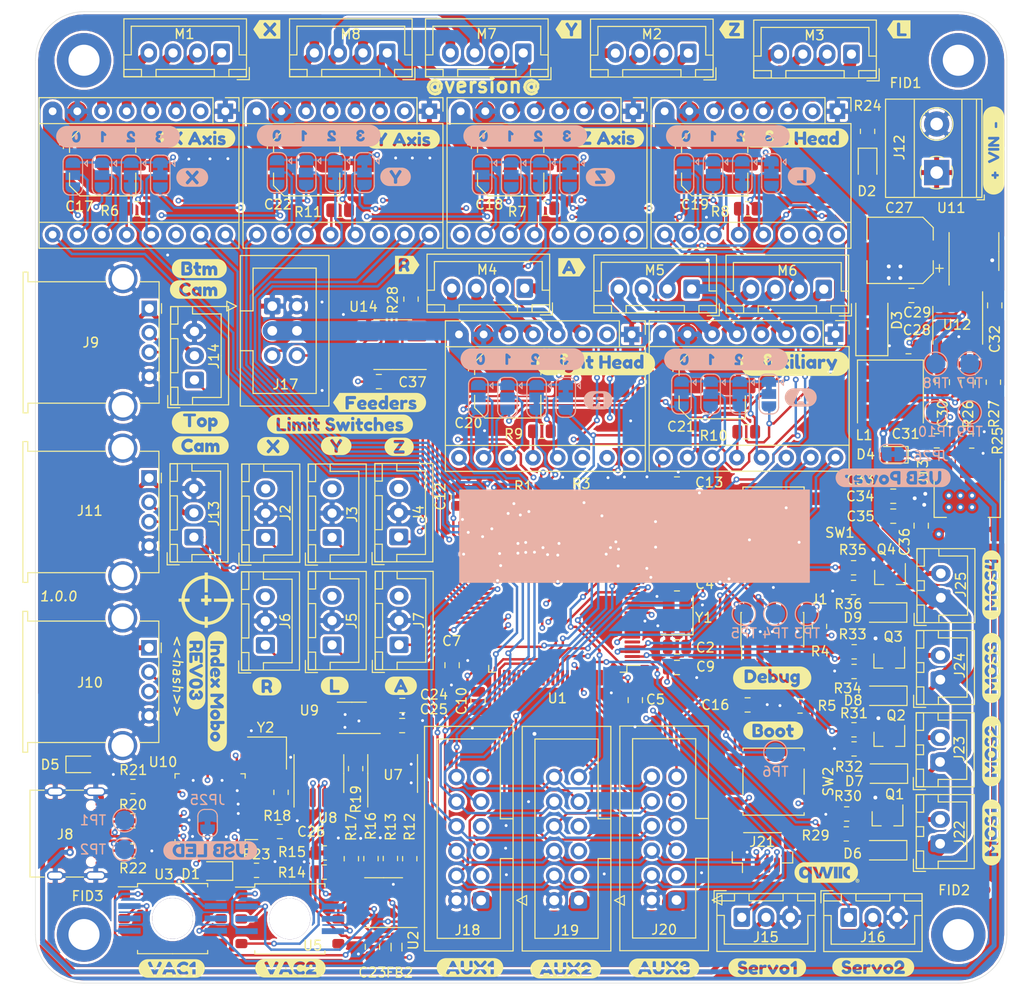
<source format=kicad_pcb>
(kicad_pcb (version 20211014) (generator pcbnew)
  (layers (0 "F.Cu" signal) (1 "In1.Cu" power) (2 "In2.Cu" power) (31 "B.Cu" signal) (34 "B.Paste" user) (35 "F.Paste" user) (36 "B.SilkS" user "B.Silkscreen") (37 "F.SilkS" user "F.Silkscreen") (38 "B.Mask" user) (39 "F.Mask" user) (44 "Edge.Cuts" user))
  (property "version" "1.0.0")
  (net 0 "")
  (net 1 "GND")
  (net 2 "Net-(A1-Pad3)")
  (net 3 "Net-(A1-Pad4)")
  (net 4 "Net-(A1-Pad5)")
  (net 5 "Net-(A1-Pad6)")
  (net 6 "Net-(A2-Pad3)")
  (net 7 "Net-(A2-Pad4)")
  (net 8 "Net-(A2-Pad5)")
  (net 9 "Net-(A2-Pad6)")
  (net 10 "Net-(A3-Pad3)")
  (net 11 "Net-(A3-Pad4)")
  (net 12 "Net-(A3-Pad5)")
  (net 13 "Net-(A3-Pad6)")
  (net 14 "Net-(A4-Pad6)")
  (net 15 "Net-(A4-Pad5)")
  (net 16 "Net-(A4-Pad4)")
  (net 17 "Net-(A4-Pad3)")
  (net 18 "Net-(A5-Pad6)")
  (net 19 "Net-(A5-Pad5)")
  (net 20 "Net-(A5-Pad4)")
  (net 21 "Net-(A5-Pad3)")
  (net 22 "Net-(A6-Pad6)")
  (net 23 "Net-(A6-Pad5)")
  (net 24 "Net-(A6-Pad4)")
  (net 25 "Net-(A6-Pad3)")
  (net 26 "+3V3")
  (net 27 "Net-(D2-Pad1)")
  (net 28 "Net-(A1-Pad12)")
  (net 29 "Net-(A2-Pad12)")
  (net 30 "Net-(A3-Pad12)")
  (net 31 "Net-(A4-Pad12)")
  (net 32 "Net-(A6-Pad12)")
  (net 33 "VDC")
  (net 34 "/motor_control/Motor X/MS1_SCK")
  (net 35 "/motor_control/Motor Z/MS1_SCK")
  (net 36 "/motor_control/Motor X/MS2_CS_UART")
  (net 37 "/SCK")
  (net 38 "/Y_DIR")
  (net 39 "/Y_STEP")
  (net 40 "/Y_EN")
  (net 41 "/X_DIR")
  (net 42 "/X_STEP")
  (net 43 "/X_EN")
  (net 44 "/Z_DIR")
  (net 45 "/Z_STEP")
  (net 46 "/Z_EN")
  (net 47 "/Y_CS_UART")
  (net 48 "/X_CS_UART")
  (net 49 "/Z_CS_UART")
  (net 50 "/motor_control/Motor Z/MS2_CS_UART")
  (net 51 "Net-(A5-Pad12)")
  (net 52 "+5V")
  (net 53 "Net-(D7-Pad2)")
  (net 54 "Net-(D8-Pad2)")
  (net 55 "Net-(D9-Pad2)")
  (net 56 "/usb/MD-")
  (net 57 "/usb/MD+")
  (net 58 "/usb/2D-")
  (net 59 "/usb/2D+")
  (net 60 "/usb/3D-")
  (net 61 "/usb/3D+")
  (net 62 "Net-(Q2-Pad1)")
  (net 63 "/MOSFET1_EN")
  (net 64 "/MOSFET2_EN")
  (net 65 "/MOSFET3_EN")
  (net 66 "/MOSFET4_EN")
  (net 67 "/uC_D+")
  (net 68 "/uC_D-")
  (net 69 "Net-(U3-Pad1)")
  (net 70 "Net-(U4-Pad4)")
  (net 71 "Net-(U4-Pad1)")
  (net 72 "Net-(D6-Pad2)")
  (net 73 "/usb/18")
  (net 74 "Net-(R16-Pad1)")
  (net 75 "Net-(U2-Pad7)")
  (net 76 "Net-(U2-Pad1)")
  (net 77 "/usb/1D+")
  (net 78 "/usb/1D-")
  (net 79 "Net-(Q3-Pad1)")
  (net 80 "Net-(U3-Pad3)")
  (net 81 "Net-(U10-Pad11)")
  (net 82 "Net-(U10-Pad12)")
  (net 83 "Net-(R17-Pad1)")
  (net 84 "Net-(D1-Pad2)")
  (net 85 "Net-(Q4-Pad1)")
  (net 86 "VBUS")
  (net 87 "/misc_output/RS-485-")
  (net 88 "/misc_output/RS-485+")
  (net 89 "/motor_control/Motor Y/MS1_SCK")
  (net 90 "/motor_control/Motor Y/MS2_CS_UART")
  (net 91 "/L_DIR")
  (net 92 "/L_STEP")
  (net 93 "/motor_control/Motor Left/MS1_SCK")
  (net 94 "/L_EN")
  (net 95 "/R_DIR")
  (net 96 "/R_STEP")
  (net 97 "/motor_control/Motor Right/MS1_SCK")
  (net 98 "/R_EN")
  (net 99 "/A_DIR")
  (net 100 "/A_STEP")
  (net 101 "/motor_control/Motor AUX/MS1_SCK")
  (net 102 "/A_EN")
  (net 103 "/motor_control/Motor Left/MS2_CS_UART")
  (net 104 "/L_CS_UART")
  (net 105 "/motor_control/Motor Right/MS2_CS_UART")
  (net 106 "/R_CS_UART")
  (net 107 "/motor_control/Motor AUX/MS2_CS_UART")
  (net 108 "/A_CS_UART")
  (net 109 "Net-(Q1-Pad1)")
  (net 110 "Net-(C2-Pad1)")
  (net 111 "Net-(C4-Pad1)")
  (net 112 "Net-(C6-Pad1)")
  (net 113 "Net-(C7-Pad1)")
  (net 114 "/RESET")
  (net 115 "+3.3VADC")
  (net 116 "Net-(D1-Pad1)")
  (net 117 "/SWCLK")
  (net 118 "/SWDIO")
  (net 119 "/BOOT0")
  (net 120 "/SCL")
  (net 121 "/SDA")
  (net 122 "/BOOT1")
  (net 123 "Net-(R12-Pad2)")
  (net 124 "Net-(R14-Pad2)")
  (net 125 "Net-(R18-Pad2)")
  (net 126 "Net-(R18-Pad1)")
  (net 127 "Net-(R19-Pad2)")
  (net 128 "Net-(R19-Pad1)")
  (net 129 "Net-(R26-Pad2)")
  (net 130 "/RS485_~{RE}")
  (net 131 "/RS485_DE")
  (net 132 "/RS485_DI")
  (net 133 "/RS485_RO")
  (net 134 "Net-(U7-Pad6)")
  (net 135 "Net-(U8-Pad6)")
  (net 136 "+5VP")
  (net 137 "Net-(R21-Pad1)")
  (net 138 "Net-(C29-Pad2)")
  (net 139 "Net-(J8-PadA5)")
  (net 140 "Net-(J8-PadB5)")
  (net 141 "Net-(J12-Pad1)")
  (net 142 "Net-(C30-Pad2)")
  (net 143 "Net-(C30-Pad1)")
  (net 144 "/AUX3-PWM2")
  (net 145 "/AUX3-PWM1")
  (net 146 "/Z_Limit")
  (net 147 "/Bottom_Light")
  (net 148 "/Top_Light")
  (net 149 "/Y_Limit")
  (net 150 "/L_Limit")
  (net 151 "/R_Limit")
  (net 152 "/A_Limit")
  (net 153 "/X_Limit")
  (net 154 "/Servo1")
  (net 155 "/Servo2")
  (net 156 "/AUX1-PWM1")
  (net 157 "/AUX1-PWM2")
  (net 158 "/AUX1-A1")
  (net 159 "/AUX1-A2")
  (net 160 "/AUX2-PWM1")
  (net 161 "/AUX2-PWM2")
  (net 162 "/AUX2-A1")
  (net 163 "/AUX2-A2")
  (net 164 "/AUX3-A2")
  (net 165 "/AUX3-A1")
  (net 166 "+3.3VA")
  (net 167 "Net-(J1-Pad6)")
  (net 168 "Net-(J1-Pad7)")
  (net 169 "Net-(J1-Pad8)")
  (net 170 "Net-(J8-PadB8)")
  (net 171 "Net-(J8-PadA8)")
  (net 172 "Net-(U1-Pad5)")
  (net 173 "Net-(U1-Pad7)")
  (net 174 "Net-(U1-Pad78)")
  (net 175 "Net-(U1-Pad79)")
  (net 176 "Net-(U1-Pad80)")
  (net 177 "Net-(U1-Pad81)")
  (net 178 "Net-(U1-Pad82)")
  (net 179 "Net-(U1-Pad83)")
  (net 180 "Net-(U1-Pad84)")
  (net 181 "Net-(U1-Pad85)")
  (net 182 "Net-(U1-Pad97)")
  (net 183 "Net-(U1-Pad98)")
  (net 184 "Net-(U4-Pad2)")
  (net 185 "Net-(U4-Pad5)")
  (net 186 "Net-(U6-Pad2)")
  (net 187 "Net-(U6-Pad5)")
  (net 188 "Net-(U10-Pad2)")
  (net 189 "Net-(U10-Pad4)")
  (net 190 "Net-(U10-Pad38)")
  (net 191 "Net-(U10-Pad39)")
  (net 192 "Net-(U10-Pad43)")
  (net 193 "Net-(U10-Pad44)")
  (net 194 "Net-(U10-Pad45)")
  (net 195 "Net-(U10-Pad47)")
  (net 196 "Net-(U12-Pad3)")
  (net 197 "Net-(C32-Pad2)")
  (net 198 "Net-(C32-Pad1)")
  (net 199 "/motor_control/Motor X/MS0_COPI")
  (net 200 "/motor_control/Motor X/RST_CIPO")
  (net 201 "/motor_control/Motor Z/MS0_COPI")
  (net 202 "/motor_control/Motor Z/RST_CIPO")
  (net 203 "/motor_control/Motor Left/MS0_COPI")
  (net 204 "/motor_control/Motor Left/RST_CIPO")
  (net 205 "/motor_control/Motor Right/MS0_COPI")
  (net 206 "/motor_control/Motor Right/RST_CIPO")
  (net 207 "/motor_control/Motor AUX/MS0_COPI")
  (net 208 "/motor_control/Motor AUX/RST_CIPO")
  (net 209 "/motor_control/Motor Y/MS0_COPI")
  (net 210 "/motor_control/Motor Y/RST_CIPO")
  (net 211 "/CIPO")
  (net 212 "/COPI")
  (net 213 "Net-(U1-Pad57)")
  (net 214 "Net-(U1-Pad86)")
  (net 215 "Net-(U1-Pad8)")
  (net 216 "Net-(U1-Pad9)")
  (footprint "MountingHole:MountingHole_3.2mm_M3_DIN965_Pad" (layer "F.Cu") (at 74.02 71.03)
    (fp_text reference "H1" hide)
    (fp_text value "MountingHole")
  )
  (footprint "MountingHole:MountingHole_3.2mm_M3_DIN965_Pad" (layer "F.Cu") (at 164.02 71.03)
    (fp_text reference "H3" hide)
    (fp_text value "MountingHole")
  )
  (footprint "MountingHole:MountingHole_3.2mm_M3_DIN965_Pad" (layer "F.Cu") (at 74.02 161.03)
    (fp_text reference "H2" hide)
    (fp_text value "MountingHole")
  )
  (footprint "MountingHole:MountingHole_3.2mm_M3_DIN965_Pad" (layer "F.Cu") (at 164.02 161.03)
    (fp_text reference "H4" hide)
    (fp_text value "MountingHole")
  )
  (footprint "Diode_SMD:D_SOD-123F" (layer "F.Cu") (at 156.52 152.35 180)
    (fp_text reference "D6")
    (fp_text value "SM4007")
  )
  (footprint "Package_TO_SOT_SMD:SOT-23" (layer "F.Cu") (at 156.73 149.08 -90)
    (fp_text reference "Q1")
    (fp_text value "AO3400A")
  )
  (footprint "Package_TO_SOT_SMD:SOT-23" (layer "F.Cu") (at 156.92 140.9 -90)
    (fp_text reference "Q2")
    (fp_text value "AO3400A")
  )
  (footprint "Resistor_SMD:R_0805_2012Metric" (layer "F.Cu") (at 152.53 148.62)
    (fp_text reference "R30")
    (fp_text value "36k")
  )
  (footprint "Connector_USB:USB_A_Stewart_SS-52100-001_Horizontal" (layer "F.Cu") (at 80.74 96.58 -90)
    (fp_text reference "J9")
    (fp_text value "Bottom Camera")
  )
  (footprint "Connector_USB:USB_A_Stewart_SS-52100-001_Horizontal" (layer "F.Cu") (at 80.72 114.03 -90)
    (fp_text reference "J11")
    (fp_text value "Top Camera")
  )
  (footprint "Connector_USB:USB_A_Stewart_SS-52100-001_Horizontal" (layer "F.Cu") (at 80.71 131.51 -90)
    (fp_text reference "J10")
    (fp_text value "AUX USB")
  )
  (footprint "Package_QFP:LQFP-48_7x7mm_P0.5mm" (layer "F.Cu") (at 87 148.09 180)
    (fp_text reference "U10")
    (fp_text value "FE1.1")
  )
  (footprint "index:SO-6_7x7mm_P2.54mm" (layer "F.Cu") (at 95.21 159.42)
    (fp_text reference "U5")
    (fp_text value "XGZP101SB1")
  )
  (footprint "Connector_USB:USB_C_Receptacle_Palconn_UTC16-G" (layer "F.Cu") (at 73.3 150.64 -90)
    (fp_text reference "J8")
    (fp_text value "Host")
  )
  (footprint "Diode_SMD:D_SOD-123F" (layer "F.Cu") (at 156.54 136.45 180)
    (fp_text reference "D8")
    (fp_text value "SM4007")
  )
  (footprint "Resistor_SMD:R_0805_2012Metric" (layer "F.Cu") (at 153.24 123.27)
    (fp_text reference "R35")
    (fp_text value "560")
  )
  (footprint "Package_TO_SOT_SMD:SOT-23" (layer "F.Cu") (at 156.91 132.84 -90)
    (fp_text reference "Q3")
    (fp_text value "AO3400A")
  )
  (footprint "Package_TO_SOT_SMD:SOT-23" (layer "F.Cu") (at 156.99 124.24 -90)
    (fp_text reference "Q4")
    (fp_text value "AO3400A")
  )
  (footprint "Resistor_SMD:R_0805_2012Metric" (layer "F.Cu") (at 153.28 139.95)
    (fp_text reference "R31")
    (fp_text value "560")
  )
  (footprint "Resistor_SMD:R_0805_2012Metric" (layer "F.Cu") (at 153.3 131.92)
    (fp_text reference "R33")
    (fp_text value "560")
  )
  (footprint "Resistor_SMD:R_0805_2012Metric" (layer "F.Cu") (at 153.23 125.31)
    (fp_text reference "R36")
    (fp_text value "36k")
  )
  (footprint "Module:Pololu_Breakout-16_15.2x20.3mm" (layer "F.Cu") (at 109.57 76.28 -90)
    (fp_text reference "A6" hide)
    (fp_text value "Motor_Driver")
  )
  (footprint "Module:Pololu_Breakout-16_15.2x20.3mm" (layer "F.Cu") (at 130.57 76.28 -90)
    (fp_text reference "A2" hide)
    (fp_text value "Motor_Driver")
  )
  (footprint "Module:Pololu_Breakout-16_15.2x20.3mm" (layer "F.Cu") (at 88.57 76.28 -90)
    (fp_text reference "A1" hide)
    (fp_text value "Motor_Driver")
  )
  (footprint "Module:Pololu_Breakout-16_15.2x20.3mm" (layer "F.Cu") (at 151.57 76.28 -90)
    (fp_text reference "A3" hide)
    (fp_text value "Motor_Driver")
  )
  (footprint "Connector_JST:JST_XH_B4B-XH-A_1x04_P2.50mm_Vertical" (layer "F.Cu") (at 136.22 70.3 180)
    (fp_text reference "M2")
    (fp_text value "Stepper_Motor")
  )
  (footprint "Connector_JST:JST_XH_B4B-XH-A_1x04_P2.50mm_Vertical" (layer "F.Cu") (at 88.185 70.275 180)
    (fp_text reference "M1")
    (fp_text value "Stepper_Motor")
  )
  (footprint "Capacitor_SMD:CP_Elec_6.3x7.7" (layer "F.Cu") (at 96.94 81.58)
    (fp_text reference "C22")
    (fp_text value "100u")
  )
  (footprint "Connector_JST:JST_XH_B4B-XH-A_1x04_P2.50mm_Vertical" (layer "F.Cu") (at 153.02 70.4 180)
    (fp_text reference "M3")
    (fp_text value "Stepper_Motor")
  )
  (footprint "Resistor_SMD:R_0805_2012Metric" (layer "F.Cu") (at 100.39 86.47)
    (fp_text reference "R11")
    (fp_text value "1k")
  )
  (footprint "Resistor_SMD:R_0805_2012Metric" (layer "F.Cu") (at 79.47 86.31)
    (fp_text reference "R6")
    (fp_text value "1k")
  )
  (footprint "Capacitor_SMD:CP_Elec_6.3x7.7" (layer "F.Cu") (at 117.94 81.58)
    (fp_text reference "C18")
    (fp_text value "100u")
  )
  (footprint "Resistor_SMD:R_0805_2012Metric" (layer "F.Cu") (at 121.52 86.27)
    (fp_text reference "R7")
    (fp_text value "1k")
  )
  (footprint "Capacitor_SMD:CP_Elec_6.3x7.7" (layer "F.Cu") (at 138.94 81.58)
    (fp_text reference "C19")
    (fp_text value "100u")
  )
  (footprint "Resistor_SMD:R_0805_2012Metric" (layer "F.Cu") (at 142.35 86.31)
    (fp_text reference "R8")
    (fp_text value "1k")
  )
  (footprint "LED_SMD:LED_0805_2012Metric" (layer "F.Cu") (at 154.68 81.7675 -90)
    (fp_text reference "D2")
    (fp_text value "Yellow")
  )
  (footprint "TerminalBlock_Phoenix:TerminalBlock_Phoenix_MKDS-1,5-2_1x02_P5.00mm_Horizontal" (layer "F.Cu") (at 161.79 82.59 90)
    (fp_text reference "J12")
    (fp_text value "Power")
  )
  (footprint "Resistor_SMD:R_0805_2012Metric" (layer "F.Cu") (at 154.68 78.35 90)
    (fp_text reference "R24")
    (fp_text value "10k")
  )
  (footprint "Connector_JST:JST_XH_B4B-XH-A_1x04_P2.50mm_Vertical" (layer "F.Cu") (at 119.235 70.275 180)
    (fp_text reference "M7")
    (fp_text value "MOTOR1")
  )
  (footprint "Connector_JST:JST_XH_B4B-XH-A_1x04_P2.50mm_Vertical" (layer "F.Cu") (at 105.235 70.275 180)
    (fp_text reference "M8")
    (fp_text value "MOTOR2")
  )
  (footprint "Capacitor_SMD:CP_Elec_6.3x7.7" (layer "F.Cu") (at 158.03 90.6 180)
    (fp_text reference "C27")
    (fp_text value "100u")
  )
  (footprint "Package_SO:SO-8_3.9x4.9mm_P1.27mm" (layer "F.Cu") (at 165.63 90.72 90)
    (fp_text reference "U11")
    (fp_text value "FDS4435BZ")
  )
  (footprint "Module:Pololu_Breakout-16_15.2x20.3mm" (layer "F.Cu") (at 151.38 99.23 -90)
    (fp_text reference "A5" hide)
    (fp_text value "Motor_Driver")
  )
  (footprint "Resistor_SMD:R_0805_2012Metric" (layer "F.Cu") (at 142.19 109.27)
    (fp_text reference "R10")
    (fp_text value "1k")
  )
  (footprint "Resistor_SMD:R_0805_2012Metric" (layer "F.Cu") (at 121.15 109.22)
    (fp_text reference "R9")
    (fp_text value "1k")
  )
  (footprint "Connector_JST:JST_XH_B4B-XH-A_1x04_P2.50mm_Vertical" (layer "F.Cu") (at 136.57 94.58 180)
    (fp_text reference "M5")
    (fp_text value "MOTOR1")
  )
  (footprint "Module:Pololu_Breakout-16_15.2x20.3mm" (layer "F.Cu") (at 130.4 99.25 -90)
    (fp_text reference "A4" hide)
    (fp_text value "Motor_Driver")
  )
  (footprint "Connector_JST:JST_XH_B4B-XH-A_1x04_P2.50mm_Vertical" (layer "F.Cu") (at 150.17 94.6 180)
    (fp_text reference "M6")
    (fp_text value "MOTOR2")
  )
  (footprint "Connector_JST:JST_XH_B3B-XH-A_1x03_P2.50mm_Vertical" (layer "F.Cu") (at 99.56 120.15 90)
    (fp_text reference "J3")
    (fp_text value "Y_LIMIT")
  )
  (footprint "Connector_JST:JST_XH_B3B-XH-A_1x03_P2.50mm_Vertical" (layer "F.Cu") (at 106.42 120.1 90)
    (fp_text reference "J4")
    (fp_text value "Z_LIMIT")
  )
  (footprint "Connector_JST:JST_XH_B3B-XH-A_1x03_P2.50mm_Vertical" (layer "F.Cu") (at 99.56 131.21 90)
    (fp_text reference "J5")
    (fp_text value "L_LIMIT")
  )
  (footprint "Connector_JST:JST_XH_B3B-XH-A_1x03_P2.50mm_Vertical" (layer "F.Cu") (at 92.69 131.25 90)
    (fp_text reference "J6")
    (fp_text value "R_LIMIT")
  )
  (footprint "Connector_IDC:IDC-Header_2x06_P2.54mm_Vertical" (layer "F.Cu") (at 114.9 157.51 180)
    (fp_text reference "J18")
    (fp_text value "AUX1")
  )
  (footprint "Connector_IDC:IDC-Header_2x06_P2.54mm_Vertical" (layer "F.Cu") (at 124.96 157.51 180)
    (fp_text reference "J19")
    (fp_text value "AUX2")
  )
  (footprint "Inductor_SMD:L_Coilcraft_XAL60xx_6.36x6.56mm" (layer "F.Cu") (at 157.03 105.18 -90)
    (fp_text reference "L1")
    (fp_text value "12u")
  )
  (footprint "Package_SO:SOIC-8_3.9x4.9mm_P1.27mm" (layer "F.Cu") (at 105.8 100.3 180)
    (fp_text reference "U14")
    (fp_text value "MAX3078E")
  )
  (footprint "Connector_IDC:IDC-Header_2x03_P2.54mm_Vertical" (layer "F.Cu") (at 93.4 96.34)
    (fp_text reference "J17")
    (fp_text value "Feeders")
  )
  (footprint "Connector_JST:JST_XH_B3B-XH-A_1x03_P2.50mm_Vertical" (layer "F.Cu") (at 152.73 159.27)
    (fp_text reference "J16")
    (fp_text value "SERVO2")
  )
  (footprint "index:logo" (layer "F.Cu") (at 86.61 126.6 -90)
    (fp_text reference "G***" hide)
    (fp_text value "LOGO" hide)
  )
  (footprint "Resistor_SMD:R_0805_2012Metric" (layer "F.Cu") (at 153.29 133.95)
    (fp_text reference "R34")
    (fp_text value "36k")
  )
  (footprint "Connector_JST:JST_XH_B3B-XH-A_1x03_P2.50mm_Vertical" (layer "F.Cu") (at 141.73 159.26)
    (fp_text reference "J15")
    (fp_text value "SERVO1")
  )
  (footprint "Diode_SMD:D_SMA" (layer "F.Cu") (at 155.12 98.04 90)
    (fp_text reference "D3")
    (fp_text value "SS34")
  )
  (footprint "Capacitor_SMD:C_0805_2012Metric" (layer "F.Cu") (at 130.77 136.9 -90)
    (fp_text reference "C5")
    (fp_text value "100n")
  )
  (footprint "Capacitor_SMD:C_0805_2012Metric" (layer "F.Cu") (at 111.91 133.3 -90)
    (fp_text reference "C7")
    (fp_text value "2.2u")
  )
  (footprint "Resistor_SMD:R_0805_2012Metric" (layer "F.Cu") (at 121.084 115.95 -90)
    (fp_text reference "R1")
    (fp_text value "4.7k")
  )
  (footprint "Capacitor_SMD:C_0805_2012Metric" (layer "F.Cu") (at 131.98 115.95 90)
    (fp_text reference "C1")
    (fp_text value "2.2u")
  )
  (footprint "Capacitor_SMD:C_0805_2012Metric" (layer "F.Cu") (at 135.06 131.415 180)
    (fp_text reference "C2")
    (fp_text value "10p")
  )
  (footprint "Capacitor_SMD:C_0805_2012Metric" (layer "F.Cu") (at 135.06 124.925)
    (fp_text reference "C4")
    (fp_text value "10p")
  )
  (footprint "Resistor_SMD:R_0805_2012Metric" (layer "F.Cu") (at 116.86 115.95 -90)
    (fp_text reference "R2")
    (fp_text value "4.7k")
  )
  (footprint "Crystal:Crystal_SMD_3225-4Pin_3.2x2.5mm" (layer "F.Cu") (at 135.06 128.17 90)
    (fp_text reference "Y1")
    (fp_text value "8MHz")
  )
  (footprint "Resistor_SMD:R_0805_2012Metric" (layer "F.Cu") (at 123.23 115.95 90)
    (fp_text reference "R3")
    (fp_text value "10k")
  )
  (footprint "Resistor_SMD:R_0805_2012Metric" (layer "F.Cu") (at 152.49 150.67)
    (fp_text reference "R29")
    (fp_text value "560")
  )
  (footprint "index:SO-6_7x7mm_P2.54mm" (layer "F.Cu") (at 83.14 159.39)
    (fp_text reference "U3")
    (fp_text value "XGZP101SB1")
  )
  (footprint "Connector_JST:JST_XH_B3B-XH-A_1x03_P2.50mm_Vertical" (layer "F.Cu") (at 106.45 131.2 90)
    (fp_text reference "J7")
    (fp_text value "A_LIMIT")
  )
  (footprint "Connector_JST:JST_XH_B2B-XH-A_1x02_P2.50mm_Vertical" (layer "F.Cu") (at 162.14 143.26 90)
    (fp_text reference "J23")
    (fp_text value "Mosfet")
  )
  (footprint "Connector_JST:JST_XH_B2B-XH-A_1x02_P2.50mm_Vertical" (layer "F.Cu") (at 162.17 134.79 90)
    (fp_text reference "J24")
    (fp_text value "Mosfet")
  )
  (footprint "Connector_JST:JST_XH_B2B-XH-A_1x02_P2.50mm_Vertical" (layer "F.Cu") (at 162.22 126.36 90)
    (fp_text reference "J25")
    (fp_text value "Mosfet")
  )
  (footprint "Connector_JST:JST_XH_B2B-XH-A_1x02_P2.50mm_Vertical" (layer "F.Cu") (at 162.15 151.68 90)
    (fp_text reference "J22")
    (fp_text value "Mosfet")
  )
  (footprint "Resistor_SMD:R_0805_2012Metric" (layer "F.Cu") (at 153.29 141.92)
    (fp_text reference "R32")
    (fp_text value "36k")
  )
  (footprint "Diode_SMD:D_SOD-123F" (layer "F.Cu") (at 156.6 144.46 180)
    (fp_text reference "D7")
    (fp_text value "SM4007")
  )
  (footprint "Connector_JST:JST_XH_B3B-XH-A_1x03_P2.50mm_Vertical" (layer "F.Cu") (at 92.72 120.15 90)
    (fp_text reference "J2")
    (fp_text value "X_LIMIT")
  )
  (footprint "Capacitor_SMD:C_0805_2012Metric" (layer "F.Cu") (at 104.37 104.11)
    (fp_text reference "C37")
    (fp_text value "100n")
  )
  (footprint "Diode_SMD:D_SOD-323" (layer "F.Cu") (at 157.35 111.64 180)
    (fp_text reference "D4")
    (fp_text value "CUS10S30")
  )
  (footprint "Diode_SMD:D_SOD-323" (layer "F.Cu") (at 73.66 143.51)
    (fp_text reference "D5")
    (fp_text value "CUS10S30")
  )
  (footprint "Connector_JST:JST_XH_B3B-XH-A_1x03_P2.50mm_Vertical" (layer "F.Cu") (at 85.39 103.94 90)
    (fp_text reference "J14")
    (fp_text value "UPWARDS_LIGHT")
  )
  (footprint "Connector_JST:JST_SH_BM04B-SRSS-TB_1x04-1MP_P1.00mm_Vertical" (layer "F.Cu") (at 143.86 152.55)
    (fp_text reference "J21")
    (fp_text value "qwiic")
  )
  (footprint "Package_QFP:LQFP-100_14x14mm_P0.5mm" (layer "F.Cu") (at 122.79 126.91 180)
    (fp_text reference "U1")
    (fp_text value "STM32F407VETx")
  )
  (footprint "Resistor_SMD:R_0805_2012Metric" (layer "F.Cu") (at 98.74 154.6)
    (fp_text reference "R14")
    (fp_text value "4.7k")
  )
  (footprint "Resistor_SMD:R_0805_2012Metric" (layer "F.Cu") (at 98.75 152.63 180)
    (fp_text reference "R15")
    (fp_text value "2.7k")
  )
  (footprint "Resistor_SMD:R_0805_2012Metric" (layer "F.Cu") (at 103.56 153.21 90)
    (fp_text reference "R16")
    (fp_text value "402")
  )
  (footprint "Resistor_SMD:R_0805_2012Metric" (layer "F.Cu") (at 101.54 153.22 90)
    (fp_text reference "R17")
    (fp_text value "402")
  )
  (footprint "Resistor_SMD:R_0805_2012Metric" (layer "F.Cu") (at 101.98 143.9475 90)
    (fp_text reference "R19")
    (fp_text value "27R")
  )
  (footprint "Resistor_SMD:R_0805_2012Metric" (layer "F.Cu") (at 94.3 146.39 90)
    (fp_text reference "R18")
    (fp_text value "27R")
  )
  (footprint "Resistor_SMD:R_0805_2012Metric" (layer "F.Cu") (at 79.05 149.32)
    (fp_text reference "R20")
    (fp_text value "5.1k")
  )
  (footprint "Resistor_SMD:R_0805_2012Metric" (layer "F.Cu") (at 79.05 152.44)
    (fp_text reference "R22")
    (fp_text value "5.1k")
  )
  (footprint "Resistor_SMD:R_0805_2012Metric" (layer "F.Cu") (at 107.68 95.62 -90)
    (fp_text reference "R28")
    (fp_text value "120")
  )
  (footprint "Package_SO:SOIC-8_3.9x4.9mm_P1.27mm" (layer "F.Cu") (at 104.86 157.74 180)
    (fp_text reference "U2")
    (fp_text value "TL072")
  )
  (footprint "Crystal:Crystal_SMD_3225-4Pin_3.2x2.5mm" (layer "F.Cu") (at 92.86 142.35 180)
    (fp_text reference "Y2")
    (fp_text value "12MHz")
  )
  (footprint "Package_SO:SOIC-8_3.9x4.9mm_P1.27mm" (layer "F.Cu") (at 105.79 144.45 90)
    (fp_text reference "U7")
    (fp_text value "INA128")
  )
  (footprint "Package_SO:SOIC-8_3.9x4.9mm_P1.27mm" (layer "F.Cu") (at 98.2 144.46 90)
    (fp_text reference "U8")
    (fp_text value "INA128")
  )
  (footprint "Package_TO_SOT_SMD:SOT-223-3_TabPin2" (layer "F.Cu") (at 164.94 116.18 -90)
    (fp_text reference "U13")
    (fp_text value "AP1117-33")
  )
  (footprint "Connector_JST:JST_XH_B3B-XH-A_1x03_P2.50mm_Vertical" (layer "F.Cu") (at 85.33 120.12 90)
    (fp_text reference "J13")
    (fp_text value "DOWNWARDS_LIGHT")
  )
  (footprint "Capacitor_SMD:C_0805_2012Metric" (layer "F.Cu") (at 129.88 115.95 90)
    (fp_text reference "C3")
    (fp_text value "2.2u")
  )
  (footprint "Capacitor_SMD:C_0805_2012Metric" (layer "F.Cu") (at 114.7 115.95 90)
    (fp_text reference "C6")
    (fp_text value "2.2u")
  )
  (footprint "Capacitor_SMD:C_0805_2012Metric" (layer "F.Cu") (at 127.8 115.95 90)
    (fp_text reference "C8")
    (fp_text value "100n")
  )
  (footprint "Capacitor_SMD:C_0805_2012Metric" (layer "F.Cu") (at 135.06 133.54)
    (fp_text reference "C9")
    (fp_text value "100n")
  )
  (footprint "Capacitor_SMD:C_0805_2012Metric" (layer "F.Cu") (at 135.06 118.611666)
    (fp_text reference "C14")
    (fp_text value "2.2u")
  )
  (footprint "Capacitor_SMD:C_0805_2012Metric" (layer "F.Cu") (at 112.55 115.95 90)
    (fp_text reference "C12")
    (fp_text value "100n")
  )
  (footprint "Capacitor_SMD:C_0805_2012Metric" (layer "F.Cu") (at 135.06 114.655)
    (fp_text reference "C13")
    (fp_text value "100n")
  )
  (footprint "Capacitor_SMD:C_0805_2012Metric" (layer "F.Cu") (at 114.58 136.99 -90)
    (fp_text reference "C10")
    (fp_text value "100n")
  )
  (footprint "Capacitor_SMD:C_0805_2012Metric" (layer "F.Cu") (at 159.19 95.24)
    (fp_text reference "C29")
    (fp_text value "10n")
  )
  (footprint "LED_SMD:LED_0805_2012Metric" (layer "F.Cu") (at 87.64 154.49 180)
    (fp_text reference "D1")
    (fp_text value "Yellow")
  )
  (footprint "Resistor_SMD:R_0805_2012Metric" (layer "F.Cu") (at 147.73 137.5 180)
    (fp_text reference "R5")
    (fp_text value "10k")
  )
  (footprint "Resistor_SMD:R_0805_2012Metric" (layer "F.Cu") (at 79.06 145.79 180)
    (fp_text reference "R21")
    (fp_text value "2.7k")
  )
  (footprint "Resistor_SMD:R_0805_2012Metric" (layer "F.Cu") (at 91.78 154.42)
    (fp_text reference "R23")
    (fp_text value "560")
  )
  (footprint "Package_SO:MSOP-8_3x3mm_P0.65mm" (layer "F.Cu") (at 101.59 138.72 180)
    (fp_text reference "U9")
    (fp_text value "MCP3426-xMS")
  )
  (footprint "Capacitor_SMD:C_0805_2012Metric" (layer "F.Cu") (at 94.18 150.42)
    (fp_text reference "C26")
    (fp_text value "10u")
  )
  (footprint "Capacitor_SMD:C_0805_2012Metric" (layer "F.Cu") (at 103.71 162.3 -90)
    (fp_text reference "C23")
    (fp_text value "100n")
  )
  (footprint "Resistor_SMD:R_0805_2012Metric" (layer "F.Cu") (at 105.56 153.2 90)
    (fp_text reference "R13")
    (fp_text value "2.7k")
  )
  (footprint "Resistor_SMD:R_0805_2012Metric" (layer "F.Cu") (at 107.55 153.22 -90)
    (fp_text reference "R12")
    (fp_text value "4.7k")
  )
  (footprint "Connector_JST:JST_XH_B4B-XH-A_1x04_P2.50mm_Vertical" (layer "F.Cu") (at 119.39 94.5 180)
    (fp_text reference "M4")
    (fp_text value "Stepper_Motor")
  )
  (footprint "Capacitor_SMD:C_0805_2012Metric" (layer "F.Cu") (at 142.33 137.39)
    (fp_text reference "C16")
    (fp_text value "100n")
  )
  (footprint "Button_Switch_SMD:SW_SPST_B3S-1000" (layer "F.Cu") (at 145 118.41 180)
    (fp_text reference "SW1")
    (fp_text value "SW_Push")
  )
  (footprint "Capacitor_SMD:C_0805_2012Metric" (layer "F.Cu") (at 158.89 100.51)
    (fp_text reference "C28")
    (fp_text value "10n")
  )
  (footprint "Capacitor_SMD:C_0805_2012Metric" (layer "F.Cu") (at 167.77 96.26 -90)
    (fp_text reference "C32")
    (fp_text value "100n")
  )
  (footprint "Connector_PinHeader_1.27mm:PinHeader_2x05_P1.27mm_Vertical_SMD" (layer "F.Cu") (at 144.88 129.64 90)
    (fp_text reference "J1")
    (fp_text value "SWD Header")
  )
  (footprint "Capacitor_SMD:C_0805_2012Metric" (layer "F.Cu") (at 135.06 122.8)
    (fp_text reference "C15")
    (fp_text value "100n")
  )
  (footprint "Button_Switch_SMD:SW_SPST_B3S-1000" (layer "F.Cu") (at 145 145.29)
    (fp_text reference "SW2")
    (fp_text value "SW_Push")
  )
  (footprint "Package_SO:SOIC-8_3.9x4.9mm_P1.27mm" (layer "F.Cu") (at 163.96 98.31 -90)
    (fp_text reference "U12")
    (fp_text value "TPS54331")
  )
  (footprint "Capacitor_SMD:C_0805_2012Metric" (layer "F.Cu") (at 161.8 110.2 180)
    (fp_text reference "C31")
    (fp_text value "22p")
  )
  (footprint "Capacitor_SMD:C_0805_2012Metric" (layer "F.Cu") (at 160.2 118.94 90)
    (fp_text reference "C36")
    (fp_text value "10u")
  )
  (footprint "Diode_SMD:D_SOD-123F" (layer "F.Cu") (at 156.52 127.88 180)
    (fp_text reference "D9")
    (fp_text value "SM4007")
  )
  (footprint "Connector_IDC:IDC-Header_2x06_P2.54mm_Vertical" (layer "F.Cu") (at 135.008 157.48 180)
    (fp_text reference "J20")
    (fp_text value "AUX3")
  )
  (footprint "Inductor_SMD:L_0805_2012Metric" (layer "F.Cu") (at 106.19 162.32 -90)
    (fp_text reference "FB2")
    (fp_text value "2.5k")
  )
  (footprint "Capacitor_SMD:C_0805_2012Metric" (layer "F.Cu") (at 135.06 120.72)
    (fp_text reference "C11")
    (fp_text value "100n")
  )
  (footprint "Inductor_SMD:L_0805_2012Metric" (layer "F.Cu") (at 135.06 116.633333)
    (fp_text reference "FB1")
    (fp_text value "2.5k")
  )
  (footprint "Capacitor_SMD:C_0805_2012Metric" (layer "F.Cu") (at 106.786 137.456)
    (fp_text reference "C24")
    (fp_text value "10u")
  )
  (footprint "Capacitor_SMD:C_0805_2012Metric" (layer "F.Cu") (at 106.766 139.516)
    (fp_text reference "C25")
    (fp_text value "100n")
  )
  (footprint "Resistor_SMD:R_0805_2012Metric" (layer "F.Cu") (at 149.73 129.31 90)
    (fp_text reference "R4")
    (fp_text value "10k")
  )
  (footprint "Resistor_SMD:R_0805_2012Metric" (layer "F.Cu") (at 165.015 104.17 90)
    (fp_text reference "R26")
    (fp_text value "10k")
  )
  (footprint "Capacitor_SMD:C_0805_2012Metric" (layer "F.Cu") (at 162.37 104.17 90)
    (fp_text reference "C30")
    (fp_text value "2.2n")
  )
  (footprint "Resistor_SMD:R_0805_2012Metric" (layer "F.Cu") (at 165.4 110.22)
    (fp_text reference "R25")
    (fp_text value "12.1k")
  )
  (footprint "Resistor_SMD:R_0805_2012Metric" (layer "F.Cu") (at 167.63 104.17 -90)
    (fp_text reference "R27")
    (fp_text value "1.91k")
  )
  (footprint "Capacitor_SMD:C_0805_2012Metric" (layer "F.Cu") (at 157.31 113.85 180)
    (fp_text reference "C33")
    (fp_text value "22u")
  )
  (footprint "Capacitor_SMD:C_0805_2012Metric" (layer "F.Cu") (at 157.32 115.905 180)
    (fp_text reference "C34")
    (fp_text value "22u")
  )
  (footprint "Capacitor_SMD:C_0805_2012Metric" (layer "F.Cu") (at 157.32 117.96 180)
    (fp_text reference "C35")
    (fp_text value "22u")
  )
  (footprint "label" (layer "F.Cu") (at 86 108.32)
    (fp_text reference "svg2mod" hide)
    (fp_text value "G***" hide)
  )
  (footprint "label" (layer "F.Cu") (at 86 110.69)
    (fp_text reference "svg2mod" hide)
    (fp_text value "G***" hide)
  )
  (footprint "label" (layer "F.Cu") (at 93.48 110.78)
    (fp_text reference "svg2mod" hide)
    (fp_text value "G***" hide)
  )
  (footprint "label" (layer "F.Cu") (at 100.37 108.49)
    (fp_text reference "svg2mod" hide)
    (fp_text value "G***" hide)
  )
  (footprint "label" (layer "F.Cu") (at 104.44 106.26)
    (fp_text reference "svg2mod" hide)
    (fp_text value "G***" hide)
  )
  (footprint "label" (layer "F.Cu") (at 85.78 94.63)
    (fp_text reference "svg2mod" hide)
    (fp_text value "G***" hide)
  )
  (footprint "label" (layer "F.Cu") (at 87.74 135.99 -90)
    (fp_text reference "svg2mod" hide)
    (fp_text value "G***" hide)
  )
  (footprint "label" (layer "F.Cu") (at 85.55 133.84 -90)
    (fp_text reference "svg2mod" hide)
    (fp_text value "G***" hide)
  )
  (footprint "label" (layer "F.Cu") (at 92.85 135.47)
    (fp_text reference "svg2mod" hide)
    (fp_text value "G***" hide)
  )
  (footprint "label" (layer "F.Cu") (at 99.83 135.43)
    (fp_text reference "svg2mod" hide)
    (fp_text value "G***" hide)
  )
  (footprint "label" (layer "F.Cu") (at 106.64 135.42)
    (fp_text reference "svg2mod" hide)
    (fp_text value "G***" hide)
  )
  (footprint "label" (layer "F.Cu") (at 106.46 110.82)
    (fp_text reference "svg2mod" hide)
    (fp_text value "G***" hide)
  )
  (footprint "label" (layer "F.Cu") (at 99.98 110.72)
    (fp_text reference "svg2mod" hide)
    (fp_text value "G***" hide)
  )
  (footprint "label" (layer "F.Cu") (at 167.44 150.52 90)
    (fp_text reference "svg2mod" hide)
    (fp_text value "G***" hide)
  )
  (footprint "label" (layer "F.Cu") (at 167.44 133.582227 90)
    (fp_text reference "svg2mod" hide)
    (fp_text value "G***" hide)
  )
  (footprint "label" (layer "F.Cu") (at 167.44 125.05 90)
    (fp_text reference "svg2mod" hide)
    (fp_text value "G***" hide)
  )
  (footprint "label" (layer "F.Cu") (at 167.44 142.154459 90)
    (fp_text reference "svg2mod" hide)
    (fp_text value "G***" hide)
  )
  (footprint "label" (layer "F.Cu") (at 145.12 123.4)
    (fp_text reference "svg2mod" hide)
    (fp_text value "G***" hide)
  )
  (footprint "label" (layer "F.Cu") (at 144.96 140.04)
    (fp_text reference "svg2mod" hide)
    (fp_text value "G***" hide)
  )
  (footprint "label" (layer "F.Cu") (at 144.86 134.62)
    (fp_text reference "svg2mod" hide)
    (fp_text value "G***" hide)
  )
  (footprint "label" (layer "F.Cu") (at 144.35 164.44)
    (fp_text reference "svg2mod" hide)
    (fp_text value "G***" hide)
  )
  (footprint "label" (layer "F.Cu") (at 155.26 164.39)
    (fp_text reference "svg2mod" hide)
    (fp_text value "G***" hide)
  )
  (footprint "label" (layer "F.Cu") (at 113.75 164.42)
    (fp_text reference "svg2mod" hide)
    (fp_text value "G***" hide)
  )
  (footprint "label" (layer "F.Cu") (at 123.6 164.58)
    (fp_text reference "svg2mod" hide)
    (fp_text value "G***" hide)
  )
  (footprint "label" (layer "F.Cu") (at 133.72 164.46)
    (fp_text reference "svg2mod" hide)
    (fp_text value "G***" hide)
  )
  (footprint "label" (layer "F.Cu") (at 83.05 164.52)
    (fp_text reference "svg2mod" hide)
    (fp_text value "G***" hide)
  )
  (footprint "label" (layer "F.Cu") (at 95.27 164.49)
    (fp_text reference "svg2mod" hide)
    (fp_text value "G***" hide)
  )
  (footprint "label" (layer "F.Cu") (at 92.83 67.85)
    (fp_text reference "svg2mod" hide)
    (fp_text value "G***" hide)
  )
  (footprint "label" (layer "F.Cu") (at 123.88 67.85)
    (fp_text reference "svg2mod" hide)
    (fp_text value "G***" hide)
  )
  (footprint "label" (layer "F.Cu") (at 140.67 67.85)
    (fp_text reference "svg2mod" hide)
    (fp_text value "G***" hide)
  )
  (footprint "label" (layer "F.Cu") (at 157.89 67.85)
    (fp_text reference "svg2mod" hide)
    (fp_text value "G***" hide)
  )
  (footprint "label" (layer "F.Cu") (at 107.29 92.1)
    (fp_text reference "svg2mod" hide)
    (fp_text value "G***" hide)
  )
  (footprint "label" (layer "F.Cu") (at 124.25 92.34)
    (fp_text reference "svg2mod" hide)
    (fp_text value "G***" hide)
  )
  (footprint "label" (layer "F.Cu") (at 85.72 79.04)
    (fp_text reference "svg2mod" hide)
    (fp_text value "G***" hide)
  )
  (footprint "label" (layer "F.Cu") (at 106.83 79.15)
    (fp_text reference "svg2mod" hide)
    (fp_text value "G***" hide)
  )
  (footprint "label" (layer "F.Cu") (at 127.9 79.01)
    (fp_text reference "svg2mod" hide)
    (fp_text value "G***" hide)
  )
  (footprint "label" (layer "F.Cu") (at 147.25 79.03)
    (fp_text reference "svg2mod" hide)
    (fp_text value "G***" hide)
  )
  (footprint "label" (layer "F.Cu") (at 126.69 102.27)
    (fp_text reference "svg2mod" hide)
    (fp_text value "G***" hide)
  )
  (footprint "index:qwicc_logo" (layer "F.Cu") (at 150.45 154.58)
    (fp_text reference "G***" hide)
    (fp_text value "LOGO" hide)
  )
  (footprint "label" (layer "F.Cu") (at 167.66 80.32 90)
    (fp_text reference "kibuzzard-61025CA6" hide)
    (fp_text value "G***" hide)
  )
  (footprint "label" (layer "F.Cu") (at 85.89 92.47)
    (fp_text reference "kibuzzard-61046E92" hide)
    (fp_text value "G***" hide)
  )
  (footprint "label" (layer "F.Cu") (at 147.19 102.27)
    (fp_text reference "kibuzzard-61046EDB" hide)
    (fp_text value "G***" hide)
  )
  (footprint "Capacitor_SMD:CP_Elec_6.3x7.7" (layer "F.Cu") (at 75.94 81.58)
    (fp_text reference "C17")
    (fp_text value "100u")
  )
  (footprint "Capacitor_SMD:CP_Elec_6.3x7.7" (layer "F.Cu") (at 117.64 104.45)
    (fp_text reference "C20")
    (fp_text value "100u")
  )
  (footprint "Capacitor_SMD:CP_Elec_6.3x7.7" (layer "F.Cu") (at 138.69 104.52)
    (fp_text reference "C21")
    (fp_text value "100u")
  )
  (footprint "Fiducial:Fiducial_1mm_Mask2mm" (layer "F.Cu") (at 158.53 71.25)
    (fp_text reference "FID1")
    (fp_text value "Fiducial")
  )
  (footprint "Fiducial:Fiducial_1mm_Mask2mm" (layer "F.Cu") (at 166.84 156.44)
    (fp_text reference "FID2")
    (fp_text value "Fiducial")
  )
  (footprint "Fiducial:Fiducial_1mm_Mask2mm" (layer "F.Cu") (at 71.33 157.25 180)
    (fp_text reference "FID3")
    (fp_text value "Fiducial")
  )
  (footprint "index:2SMPP-03" (layer "B.Cu") (at 95.2 159.41 180)
    (fp_text reference "U4" hide)
    (fp_text value "2SMPP-03")
  )
  (footprint "index:2SMPP-03" (layer "B.Cu") (at 83.14 159.37 180)
    (fp_text reference "U6" hide)
    (fp_text value "2SMPP-03")
  )
  (footprint "Jumper:SolderJumper-2_P1.3mm_Bridged_RoundedPad1.0x1.5mm" (layer "B.Cu") (at 157.3 111.57)
    (fp_text reference "JP26")
    (fp_text value "EN_VBUS")
  )
  (footprint "Jumper:SolderJumper-2_P1.3mm_Bridged_RoundedPad1.0x1.5mm" (layer "B.Cu") (at 86.74 149.55 90)
    (fp_text reference "JP25")
    (fp_text value "USB_LED")
  )
  (footprint "Jumper:SolderJumper-3_P1.3mm_Open_RoundedPad1.0x1.5mm" (layer "B.Cu") (at 135.52 105.39 -90)
    (fp_text reference "JP17" hide)
    (fp_text value "CFG0")
  )
  (footprint "Jumper:SolderJumper-3_P1.3mm_Bridged12_RoundedPad1.0x1.5mm" (layer "B.Cu") (at 144.52 105.39 -90)
    (fp_text reference "JP20" hide)
    (fp_text value "CFG3")
  )
  (footprint "Jumper:SolderJumper-3_P1.3mm_Open_RoundedPad1.0x1.5mm" (layer "B.Cu") (at 138.52 105.39 -90)
    (fp_text reference "JP19" hide)
    (fp_text value "CFG1")
  )
  (footprint "index:SolderJumper-3_P1.3mm_Bridged23_RoundedPad1.0x1.5mm" (layer "B.Cu") (at 141.52 105.39 -90)
    (fp_text reference "JP18" hide)
    (fp_text value "CFG2")
  )
  (footprint "Jumper:SolderJumper-3_P1.3mm_Open_RoundedPad1.0x1.5mm" (layer "B.Cu") (at 117.61 105.73 -90)
    (fp_text reference "JP15" hide)
    (fp_text value "CFG1")
  )
  (footprint "Jumper:SolderJumper-3_P1.3mm_Bridged12_RoundedPad1.0x1.5mm" (layer "B.Cu") (at 123.61 105.73 -90)
    (fp_text reference "JP16" hide)
    (fp_text value "CFG3")
  )
  (footprint "Jumper:SolderJumper-3_P1.3mm_Open_RoundedPad1.0x1.5mm" (layer "B.Cu") (at 114.61 105.73 -90)
    (fp_text reference "JP13" hide)
    (fp_text value "CFG0")
  )
  (footprint "index:SolderJumper-3_P1.3mm_Bridged23_RoundedPad1.0x1.5mm" (layer "B.Cu") (at 120.61 105.73 -90)
    (fp_text reference "JP14" hide)
    (fp_text value "CFG2")
  )
  (footprint "label" (layer "B.Cu") (at 119.15 101.8 180)
    (fp_text reference "svg2mod" hide)
    (fp_text value "G***" hide)
  )
  (footprint "label" (layer "B.Cu") (at 77.52 78.9 180)
    (fp_text reference "svg2mod" hide)
    (fp_text value "G***" hide)
  )
  (footprint "label" (layer "B.Cu") (at 85.16 83.09 180)
    (fp_text reference "svg2mod" hide)
    (fp_text value "G***" hide)
  )
  (footprint "label" (layer "B.Cu") (at 106.09 83.03 180)
    (fp_text reference "svg2mod" hide)
    (fp_text value "G***" hide)
  )
  (footprint "label" (layer "B.Cu") (at 127.18 83.06 180)
    (fp_text reference "svg2mod" hide)
    (fp_text value "G***" hide)
  )
  (footprint "label" (layer "B.Cu") (at 147.9 82.98 180)
    (fp_text reference "svg2mod" hide)
    (fp_text value "G***" hide)
  )
  (footprint "label" (layer "B.Cu") (at 126.94 106.03 180)
    (fp_text reference "svg2mod" hide)
    (fp_text value "G***" hide)
  )
  (footprint "label" (layer "B.Cu") (at 147.8 105.74 180)
    (fp_text reference "svg2mod" hide)
    (fp_text value "G***" hide)
  )
  (footprint "label" (layer "B.Cu") (at 157.31 114.01 180)
    (fp_text reference "svg2mod" hide)
    (fp_text value "G***" hide)
  )
  (footprint "label" (layer "B.Cu") (at 87.02 152.37 180)
    (fp_text reference "svg2mod" hide)
    (fp_text value "G***" hide)
  )
  (footprint "index:goblin" (layer "B.Cu") (at 155.963 152.4 -135)
    (fp_text reference "G***" hide)
    (fp_text value "LOGO" hide)
  )
  (footprint "index:SolderJumper-3_P1.3mm_Bridged23_RoundedPad1.0x1.5mm" (layer "B.Cu") (at 99.89 82.59 -90)
    (fp_text reference "JP22" hide)
    (fp_text value "CFG2")
  )
  (footprint "TestPoint:TestPoint_Pad_D2.0mm" (layer "B.Cu") (at 78.19 149.27)
    (fp_text reference "TP1")
    (fp_text value "MD-_TestPoint")
  )
  (footprint "TestPoint:TestPoint_Pad_D2.0mm" (layer "B.Cu") (at 78.19 152.27)
    (fp_text reference "TP2")
    (fp_text value "MD+_TestPoint")
  )
  (footprint "TestPoint:TestPoint_Pad_D2.0mm" (layer "B.Cu") (at 148.44 128.02)
    (fp_text reference "TP3")
    (fp_text value "RESET_TestPoint")
  )
  (footprint "TestPoint:TestPoint_Pad_D2.0mm" (layer "B.Cu") (at 145.19 128.02)
    (fp_text reference "TP4")
    (fp_text value "SWCLK_TestPoint")
  )
  (footprint "TestPoint:TestPoint_Pad_D2.0mm" (layer "B.Cu") (at 141.94 128.02)
    (fp_text reference "TP5")
    (fp_text value "SWDIO_TestPoint")
  )
  (footprint "TestPoint:TestPoint_Pad_D2.0mm" (layer "B.Cu") (at 145.19 142.27)
    (fp_text reference "TP6")
    (fp_text value "BOOT0_TestPoint")
  )
  (footprint "TestPoint:TestPoint_Pad_D2.0mm" (layer "B.Cu") (at 165.19 102.27)
    (fp_text reference "TP7")
    (fp_text value "GND_TestPoint")
  )
  (footprint "TestPoint:TestPoint_Pad_D2.0mm" (layer "B.Cu") (at 161.69 107.27)
    (fp_text reference "TP10")
    (fp_text value "3V3_TestPoint")
  )
  (footprint "TestPoint:TestPoint_Pad_D2.0mm" (layer "B.Cu") (at 161.69 102.27)
    (fp_text reference "TP8")
    (fp_text value "VDC_TestPoint")
  )
  (footprint "TestPoint:TestPoint_Pad_D2.0mm" (layer "B.Cu") (at 165.19 107.27)
    (fp_text reference "TP9")
    (fp_text value "5V_TestPoint")
  )
  (footprint "Jumper:SolderJumper-3_P1.3mm_Bridged12_RoundedPad1.0x1.5mm" (layer "B.Cu") (at 81.87 82.85 -90)
    (fp_text reference "JP4" hide)
    (fp_text value "CFG3")
  )
  (footprint "Jumper:SolderJumper-3_P1.3mm_Bridged12_RoundedPad1.0x1.5mm" (layer "B.Cu") (at 144.78 82.7 -90)
    (fp_text reference "JP12" hide)
    (fp_text value "CFG3")
  )
  (footprint "label" (layer "B.Cu") (at 98.18 78.79 180)
    (fp_text reference "svg2mod" hide)
    (fp_text value "G***" hide)
  )
  (footprint "Jumper:SolderJumper-3_P1.3mm_Open_RoundedPad1.0x1.5mm" (layer "B.Cu") (at 75.87 82.85 -90)
    (fp_text reference "JP3" hide)
    (fp_text value "CFG1")
  )
  (footprint "Jumper:SolderJumper-3_P1.3mm_Open_RoundedPad1.0x1.5mm" (layer "B.Cu") (at 93.89 82.59 -90)
    (fp_text reference "JP21" hide)
    (fp_text value "CFG0")
  )
  (footprint "Jumper:SolderJumper-3_P1.3mm_Bridged12_RoundedPad1.0x1.5mm" (layer "B.Cu") (at 124 82.82 -90)
    (fp_text reference "JP8" hide)
    (fp_text value "CFG3")
  )
  (footprint "index:SolderJumper-3_P1.3mm_Bridged23_RoundedPad1.0x1.5mm" (layer "B.Cu") (at 78.87 82.85 -90)
    (fp_text reference "JP2" hide)
    (fp_text value "CFG2")
  )
  (footprint "Jumper:SolderJumper-3_P1.3mm_Open_RoundedPad1.0x1.5mm" (layer "B.Cu") (at 135.78 82.7 -90)
    (fp_text reference "JP9" hide)
    (fp_text value "CFG0")
  )
  (footprint "Jumper:SolderJumper-3_P1.3mm_Open_RoundedPad1.0x1.5mm" (layer "B.Cu") (at 138.78 82.7 -90)
    (fp_text reference "JP11" hide)
    (fp_text value "CFG1")
  )
  (footprint "Jumper:SolderJumper-3_P1.3mm_Open_RoundedPad1.0x1.5mm" (layer "B.Cu") (at 72.87 82.85 -90)
    (fp_text reference "JP1" hide)
    (fp_text value "CFG0")
  )
  (footprint "index:SolderJumper-3_P1.3mm_Bridged23_RoundedPad1.0x1.5mm" (layer "B.Cu") (at 141.78 82.7 -90)
    (fp_text reference "JP10" hide)
    (fp_text value "CFG2")
  )
  (footprint "Jumper:SolderJumper-3_P1.3mm_Open_RoundedPad1.0x1.5mm" (layer "B.Cu") (at 115 82.82 -90)
    (fp_text reference "JP5" hide)
    (fp_text value "CFG0")
  )
  (footprint "label" (layer "B.Cu") (at 119.44 78.83 180)
    (fp_text reference "svg2mod" hide)
    (fp_text value "G***" hide)
  )
  (footprint "label" (layer "B.Cu") (at 140.3 78.83 180)
    (fp_text reference "svg2mod" hide)
    (fp_text value "G***" hide)
  )
  (footprint "index:SolderJumper-3_P1.3mm_Bridged23_RoundedPad1.0x1.5mm" (layer "B.Cu") (at 121 82.82 -90)
    (fp_text reference "JP6" hide)
    (fp_text value "CFG2")
  )
  (footprint "Jumper:SolderJumper-3_P1.3mm_Open_RoundedPad1.0x1.5mm" (layer "B.Cu") (at 96.89 82.59 -90)
    (fp_text reference "JP23" hide)
    (fp_text value "CFG1")
  )
  (footprint "label" (layer "B.Cu") (at 140.11 101.83 180)
    (fp_text reference "svg2mod" hide)
    (fp_text value "G***" hide)
  )
  (footprint "Jumper:SolderJumper-3_P1.3mm_Open_RoundedPad1.0x1.5mm" (layer "B.Cu") (at 118 82.82 -90)
    (fp_text reference "JP7" hide)
    (fp_text value "CFG1")
  )
  (footprint "Jumper:SolderJumper-3_P1.3mm_Bridged12_RoundedPad1.0x1.5mm" (layer "B.Cu") (at 102.89 82.59 -90)
    (fp_text reference "JP24" hide)
    (fp_text value "CFG3")
  )
  (gr_poly (pts (xy 148.69 115.27) (xy 148.69 124.77) (xy 112.69 124.77) (xy 112.69 115.27) (xy 144.19 115.27)) (layer "B.SilkS") (width 0.1) (fill solid))
  (gr_line (start 164.02 66.03) (end 74.02 66.03) (layer "Edge.Cuts") (width 0.05))
  (gr_arc (start 69.02 71.03) (mid 70.484466 67.494466) (end 74.02 66.03) (layer "Edge.Cuts") (width 0.05))
  (gr_arc (start 164.02 66.03) (mid 167.555534 67.494466) (end 169.02 71.03) (layer "Edge.Cuts") (width 0.05))
  (gr_line (start 69.02 71.03) (end 69.02 161.03) (layer "Edge.Cuts") (width 0.05))
  (gr_line (start 169.02 161.03) (end 169.02 71.03) (layer "Edge.Cuts") (width 0.05))
  (gr_line (start 74.02 166.03) (end 164.02 166.03) (layer "Edge.Cuts") (width 0.05))
  (gr_arc (start 74.02 166.03) (mid 70.484466 164.565534) (end 69.02 161.03) (layer "Edge.Cuts") (width 0.05))
  (gr_arc (start 169.02 161.03) (mid 167.555534 164.565534) (end 164.02 166.03) (layer "Edge.Cuts") (width 0.05))
  (gr_text "<<hash>>" (at 83.66 130.07 -90) (layer "F.SilkS") (effects (font (size 1 1) (thickness 0.15) italic) (justify left)))
  (gr_text "@version@" (at 115.09 73.62) (layer "F.SilkS") (effects (font (size 1.5 1.5) (thickness 0.3))))
  (gr_text "${version}" (at 69.39 126.22) (layer "F.SilkS") (effects (font (size 1 1) (thickness 0.15) italic) (justify left)))
  (segment (start 102.49 163.25) (end 102.27 163.03) (width 0.25) (layer "F.Cu") (net 1))
  (segment (start 78.64 81.58) (end 78 81.58) (width 2) (layer "F.Cu") (net 1))
  (segment (start 79.9625 152.44) (end 80.98 152.44) (width 0.25) (layer "F.Cu") (net 1))
  (segment (start 130.77 139.61) (end 130.74 139.64) (width 0.25) (layer "F.Cu") (net 1))
  (segment (start 94.87 143.2) (end 95.29 142.78) (width 0.25) (layer "F.Cu") (net 1))
  (segment (start 151.3 141.92) (end 151.27 141.89) (width 0.25) (layer "F.Cu") (net 1))
  (segment (start 127.8 114.16) (end 127.96 114) (width 0.25) (layer "F.Cu") (net 1))
  (segment (start 155.12 96.04) (end 155.12 90.81) (width 2) (layer "F.Cu") (net 1))
  (segment (start 123.23 115.0375) (end 123.23 114.017291) (width 0.25) (layer "F.Cu") (net 1))
  (segment (start 103.7025 139.045) (end 102.325 139.045) (width 0.25) (layer "F.Cu") (net 1))
  (segment (start 103.325 98.395) (end 101.915 98.395) (width 0.25) (layer "F.Cu") (net 1))
  (segment (start 115.33 76.28) (end 115.33 77.16) (width 2) (layer "F.Cu") (net 1))
  (segment (start 158.27 117.96) (end 158.27 115.905) (width 0.5) (layer "F.Cu") (net 1))
  (segment (start 101.4175 152.3075) (end 100.2 151.09) (width 0.25) (layer "F.Cu") (net 1))
  (segment (start 114.58 137.94) (end 114.58 139.18) (width 0.25) (layer "F.Cu") (net 1))
  (segment (start 120.64 81.58) (end 119.64 81.58) (width 2) (layer "F.Cu") (net 1))
  (segment (start 134.21 129.27) (end 133.11501 129.27) (width 0.25) (layer "F.Cu") (net 1))
  (segment (start 136.14 99.23) (end 136.14 100.47) (width 2) (layer "F.Cu") (net 1))
  (segment (start 160.2 117.1) (end 160.51 116.79) (width 0.5) (layer "F.Cu") (net 1))
  (segment (start 128.29 134.585) (end 128.29 136.14) (width 0.25) (layer "F.Cu") (net 1))
  (segment (start 156.04 123.24) (end 156.04 123.17) (width 0.5) (layer "F.Cu") (net 1))
  (segment (start 129.88 114.16) (end 129.65 113.93) (width 0.25) (layer "F.Cu") (net 1))
  (segment (start 97.8375 152.63) (end 97.6 152.63) (width 0.25) (layer "F.Cu") (net 1))
  (segment (start 115.33 77.16) (end 119.75 81.58) (width 2) (layer "F.Cu") (net 1))
  (segment (start 142.26 120.66) (end 142.52 120.4) (width 0.25) (layer "F.Cu") (net 1))
  (segment (start 129.88 115) (end 129.88 114.16) (width 0.25) (layer "F.Cu") (net 1))
  (segment (start 130.77 137.85) (end 130.77 139.61) (width 0.25) (layer "F.Cu") (net 1))
  (segment (start 115.099978 114.600022) (end 115.540309 114.600022) (width 0.25) (layer "F.Cu") (net 1))
  (segment (start 101.915 98.395) (end 100.72 97.2) (width 0.25) (layer "F.Cu") (net 1))
  (segment (start 133.11501 129.27) (end 133.09 129.24499) (width 0.25) (layer "F.Cu") (net 1))
  (segment (start 155.96 131.84) (end 155.96 131) (width 0.5) (layer "F.Cu") (net 1))
  (segment (start 140.5 81.58) (end 141.64 81.58) (width 2) (layer "F.Cu") (net 1))
  (segment (start 88.75 151.04) (end 88.67 150.96) (width 0.25) (layer "F.Cu") (net 1))
  (segment (start 143.61 131.59) (end 143.61 129.87) (width 0.25) (layer "F.Cu") (net 1))
  (segment (start 144.32 137.39) (end 144.35 137.36) (width 0.25) (layer "F.Cu") (net 1))
  (segment (start 155.78 147.23) (end 155.48 146.93) (width 0.5) (layer "F.Cu") (net 1))
  (segment (start 151.45 125.31) (end 151.09 125.67) (width 0.25) (layer "F.Cu") (net 1))
  (segment (start 114.58 139.18) (end 113.990001 139.769999) (width 0.25) (layer "F.Cu") (net 1))
  (segment (start 90.13 148.34) (end 89.9 148.57) (width 0.25) (layer "F.Cu") (net 1))
  (segment (start 146.8175 137.5) (end 145.7 137.5) (width 0.25) (layer "F.Cu") (net 1))
  (segment (start 134.11 131.415) (end 134.11 129.37) (width 0.25) (layer "F.Cu") (net 1))
  (segment (start 107.736 137.456) (end 107.736 137.474) (width 0.25) (layer "F.Cu") (net 1))
  (segment (start 131.411609 128.41) (end 131.760263 128.758654) (width 0.25) (layer "F.Cu") (net 1))
  (segment (start 159.315 115.905) (end 159.53 116.12) (width 0.5) (layer "F.Cu") (net 1))
  (segment (start 134.11 129.37) (end 134.21 129.27) (width 0.25) (layer "F.Cu") (net 1))
  (segment (start 85.25 143.9275) (end 85.25 145.15) (width 0.25) (layer "F.Cu") (net 1))
  (segment (start 85.25 145.15) (end 85.26 145.16) (width 0.25) (layer "F.Cu") (net 1))
  (segment (start 88.25 145.14) (end 88.23 145.16) (width 0.25) (layer "F.Cu") (net 1))
  (segment (start 147.42 131.59) (end 147.42 129.87) (width 0.25) (layer "F.Cu") (net 1))
  (segment (start 100.885 138.395) (end 100.9 138.38) (width 0.25) (layer "F.Cu") (net 1))
  (segment (start 128.29 136.14) (end 128.3 136.15) (width 0.25) (layer "F.Cu") (net 1))
  (segment (start 151.6175 148.62) (end 150.41 148.62) (width 0.25) (layer "F.Cu") (net 1))
  (segment (start 88.25 143.9275) (end 88.25 145.14) (width 0.25) (layer "F.Cu") (net 1))
  (segment (start 136.33 77.41) (end 140.5 81.58) (width 2) (layer "F.Cu") (net 1))
  (segment (start 130.465 128.41) (end 131.411609 128.41) (width 0.25) (layer "F.Cu") (net 1))
  (segment (start 158.81 113.85) (end 160.62 115.66) (width 0.5) (layer "F.Cu") (net 1))
  (segment (start 99.64 81.58) (end 98.64 81.58) (width 2) (layer "F.Cu") (net 1))
  (segment (start 141.64 81.58) (end 140.64 81.58) (width 2) (layer "F.Cu") (net 1))
  (segment (start 167.63 105.79) (end 167.19 106.23) (width 0.25) (layer "F.Cu") (net 1))
  (segment (start 92.78 154.42) (end 93.68 153.52) (width 0.25) (layer "F.Cu") (net 1))
  (segment (start 111.91 135.27) (end 111.84 135.34) (width 0.25) (layer "F.Cu") (net 1))
  (segment (start 141.025 120.66) (end 142.26 120.66) (width 0.25) (layer "F.Cu") (net 1))
  (segment (start 131.98 115) (end 131.98 113.92) (width 0.25) (layer "F.Cu") (net 1))
  (segment (start 158.26 113.85) (end 158.81 113.85) (width 0.5) (layer "F.Cu") (net 1))
  (segment (start 155.97 138.94) (end 155.79 138.76) (width 0.5) (layer "F.Cu") (net 1))
  (segment (start 89.915 146.34) (end 89.79 146.215) (width 0.25) (layer "F.Cu") (net 1))
  (segment (start 73.33 76.28) (end 73.33 77.16) (width 2) (layer "F.Cu") (net 1))
  (segment (start 151.34 133.95) (end 151.29 133.9) (width 0.25) (layer "F.Cu") (net 1))
  (segment (start 107.695 141.975) (end 107.695 143.485) (width 0.25) (layer "F.Cu") (net 1))
  (segment (start 162.75 110.2) (end 162.75 109.21) (width 0.25) (layer "F.Cu") (net 1))
  (segment (start 112.55 115) (end 114.7 115) (width 0.25) (layer "F.Cu") (net 1))
  (segment (start 166.2225 110.14) (end 166.69 109.6725) (width 0.25) (layer "F.Cu") (net 1))
  (segment (start 91.76 141.5) (end 91.76 140.57) (width 0.25) (layer "F.Cu") (net 1))
  (segment (start 107.716 139.516) (end 108.354 139.516) (width 0.25) (layer "F.Cu") (net 1))
  (segment (start 128.29 120.129225) (end 128.766555 120.60578) (width 0.25) (layer "F.Cu") (net 1))
  (segment (start 114.7 115) (end 115.099978 114.600022) (width 0.25) (layer "F.Cu") (net 1))
  (segment (start 91.1625 146.34) (end 89.915 146.34) (width 0.25) (layer "F.Cu") (net 1))
  (segment (start 107.695 146.925) (end 107.695 145.415) (width 0.25) (layer "F.Cu") (net 1))
  (segment (start 105.56 152.2875) (end 105.56 152.11) (width 0.25) (layer "F.Cu") (net 1))
  (segment (start 144.88 131.59) (end 144.88 129.86) (width 0.25) (layer "F.Cu") (net 1))
  (segment (start 142.36 153.875) (end 142.36 152.63) (width 0.25) (layer "F.Cu") (net 1))
  (segment (start 119.245 104.45) (end 120.34 104.45) (width 2) (layer "F.Cu") (net 1))
  (segment (start 136.33 76.28) (end 136.33 77.41) (width 2) (layer "F.Cu") (net 1))
  (segment (start 141.39 104.52) (end 140.39 104.52) (width 2) (layer "F.Cu") (net 1))
  (segment (start 136.14 100.47) (end 140.19 104.52) (width 2) (layer "F.Cu") (net 1))
  (segment (start 84.74 149.34) (end 84.84 149.24) (width 0.25) (layer "F.Cu") (net 1))
  (segment (start 103.71 163.25) (end 102.49 163.25) (width 0.25) (layer "F.Cu") (net 1))
  (segment (start 136.01 114.23) (end 135.19 113.41) (width 0.25) (layer "F.Cu") (net 1))
  (segment (start 136.01 114.655) (end 136.01 114.23) (width 0.25) (layer "F.Cu") (net 1))
  (segment (start 105.56 152.11) (end 104.52 151.07) (width 0.25) (layer "F.Cu") (net 1))
  (segment (start 78.1475 145.79) (end 78.1475 145.6575) (width 0.25) (layer "F.Cu") (net 1))
  (segment (start 115.16 100.365) (end 119.245 104.45) (width 2) (layer "F.Cu") (net 1))
  (segment (start 85.75 151.449298) (end 85.230702 150.93) (width 0.25) (layer "F.Cu") (net 1))
  (segment (start 108.354 139.516) (end 108.87 139) (width 0.25) (layer "F.Cu") (net 1))
  (segment (start 78.1475 145.6575) (end 77.04 144.55) (width 0.25) (layer "F.Cu") (net 1))
  (segment (start 103.56 152.19) (end 102.5 151.13) (width 0.25) (layer "F.Cu") (net 1))
  (segment (start 142.36 152.63) (end 142.28 152.55) (width 0.25) (layer "F.Cu") (net 1))
  (segment (start 115.115 132.41) (end 113.93 132.41) (width 0.25) (layer "F.Cu") (net 1))
  (segment (start 162.75 109.21) (end 163.19 108.77) (width 0.25) (layer "F.Cu") (net 1))
  (segment (start 167.63 105.0825) (end 167.63 105.79) (width 0.25) (layer "F.Cu") (net 1))
  (segment (start 75.81 146.9) (end 75.23 146.32) (width 0.5) (layer "F.Cu") (net 1))
  (segment (start 95.13 150.15) (end 95.97 149.31) (width 0.25) (layer "F.Cu") (net 1))
  (segment (start 90.15 147.34) (end 89.89 147.6) (width 0.25) (layer "F.Cu") (net 1))
  (segment (start 127.8 115) (end 127.8 114.16) (width 0.25) (layer "F.Cu") (net 1))
  (segment (start 75.81 147.44) (end 75.81 146.9) (width 0.5) (layer "F.Cu") (net 1))
  (segment (start 107.695 143.485) (end 107.7 143.49) (width 0.25) (layer "F.Cu") (net 1))
  (segment (start 91.1625 147.34) (end 90.15 147.34) (width 0.25) (layer "F.Cu") (net 1))
  (segment (start 91.1625 148.84) (end 90.17 148.84) (width 0.25) (layer "F.Cu") (net 1))
  (segment (start 107.335 155.835) (end 105.885 155.835) (width 0.25) (layer "F.Cu") (net 1))
  (segment (start 136.01 133.54) (end 136.05 133.54) (width 0.25) (layer "F.Cu") (net 1))
  (segment (start 113.93 132.41) (end 113.52 132.82) (width 0.25) (layer "F.Cu") (net 1))
  (segment (start 140.19 104.52) (end 141.39 104.52) (width 2) (layer "F.Cu") (net 1))
  (segment (start 160.2 117.99) (end 160.2 117.1) (width 0.5) (layer "F.Cu") (net 1))
  (segment (start 88.75 152.2525) (end 88.75 151.04) (width 0.25) (layer "F.Cu") (net 1))
  (segment (start 99.4775 138.395) (end 100.885 138.395) (width 0.25) (layer "F.Cu") (net 1))
  (segment (start 136.05 133.54) (end 137.09 134.58) (width 0.25) (layer "F.Cu") (net 1))
  (segment (start 100.875 139.695) (end 100.88 139.7) (width 0.25) (layer "F.Cu") (net 1))
  (segment (start 156.04 123.17) (end 155.28 122.41) (width 0.5) (layer "F.Cu") (net 1))
  (segment (start 167.535 93.295) (end 167.535 91.645) (width 0.5) (layer "F.Cu") (net 1))
  (segment (start 135.91 125.025) (end 136.01 124.925) (width 0.25) (layer "F.Cu") (net 1))
  (segment (start 167.535 91.645) (end 167.51 91.62) (width 0.5) (layer "F.Cu") (net 1))
  (segment (start 155.96 131) (end 155.5 130.54) (width 0.5) (layer "F.Cu") (net 1))
  (segment (start 158.27 115.905) (end 159.315 115.905) (width 0.5) (layer "F.Cu") (net 1))
  (segment (start 95.13 150.42) (end 95.13 150.15) (width 0.25) (layer "F.Cu") (net 1))
  (segment (start 150.41 148.62) (end 150.38 148.65) (width 0.25) (layer "F.Cu") (net 1))
  (segment (start 73.33 77.16) (end 77.75 81.58) (width 2) (layer "F.Cu") (net 1))
  (segment (start 105.885 155.835) (end 105.86 155.86) (width 0.25) (layer "F.Cu") (net 1))
  (segment (start 94.33 77.16) (end 98.75 81.58) (width 2) (layer "F.Cu") (net 1))
  (segment (start 102.325 139.045) (end 102.32 139.04) (width 0.25) (layer "F.Cu") (net 1))
  (segment (start 99.4775 139.695) (end 100.875 139.695) (width 0.25) (layer "F.Cu") (net 1))
  (segment (start 167.24 113.03) (end 167.24 112.16) (width 0.25) (layer "F.Cu") (net 1))
  (segment (start 152.3775 141.92) (end 151.3 141.92) (width 0.25) (layer "F.Cu") (net 1))
  (segment (start 164.595 100.015) (end 164.07 99.49) (width 0.25) (layer "F.Cu") (net 1))
  (segment (start 152.3175 125.31) (end 151.45 125.31) (width 0.25) (layer "F.Cu") (net 1))
  (segment (start 131.98 113.92) (end 131.97 113.91) (width 0.25) (layer "F.Cu") (net 1))
  (segment (start 135.91 127.07) (end 135.91 125.025) (width 0.25) (layer "F.Cu") (net 1))
  (segment (start 119.75 81.58) (end 120.64 81.58) (width 2) (layer "F.Cu") (net 1))
  (segment (start 93.96 143.2) (end 94.87 143.2) (width 0.25) (layer "F.Cu") (net 1))
  (segment (start 91.1625 148.34) (end 90.13 148.34) (width 0.25) (layer "F.Cu") (net 1))
  (segment (start 148.975 120.66) (end 147.639999 120.66) (width 0.25) (layer "F.Cu") (net 1))
  (segment (start 82.8375 149.34) (end 84.74 149.34) (width 0.25) (layer "F.Cu") (net 1))
  (segment (start 129.326568 123.41) (end 129.002889 123.086321) (width 0.25) (layer "F.Cu") (net 1))
  (segment (start 98.75 81.58) (end 99.64 81.58) (width 2) (layer "F.Cu") (net 1))
  (segment (start 145.7 137.5) (end 145.66 137.46) (width 0.25) (layer "F.Cu") (net 1))
  (segment (start 157.94 100.51) (end 157.02 100.51) (width 0.25) (layer "F.Cu") (net 1))
  (segment (start 152.3775 133.95) (end 151.34 133.95) (width 0.25) (layer "F.Cu") (net 1))
  (segment (start 77.75 81.58) (end 78.64 81.58) (width 2) (layer "F.Cu") (net 1))
  (segment (start 130.465 123.41) (end 129.326568 123.41) (width 0.25) (layer "F.Cu") (net 1))
  (segment (start 123.23 114.017291) (end 123.292059 113.955232) (width 0.25) (layer "F.Cu") (net 1))
  (segment (start 147.639999 120.66) (end 147.629999 120.65) (width 0.25) (layer "F.Cu") (net 1))
  (segment (start 103.56 152.2975) (end 103.56 152.19) (width 0.25) (layer "F.Cu") (net 1))
  (segment (start 85.230702 150.93) (end 85.19 150.93) (width 0.25) (layer "F.Cu") (net 1))
  (segment (start 107.695 145.415) (end 107.7 145.41) (width 0.25) (layer "F.Cu") (net 1))
  (segment (start 128.29 119.235) (end 128.29 120.129225) (width 0.25) (layer "F.Cu") (net 1))
  (segment (start 90.17 148.84) (end 89.9 148.57) (width 0.25) (layer "F.Cu") (net 1))
  (segment (start 80.98 152.44) (end 81 152.42) (width 0.25) (layer "F.Cu") (net 1))
  (segment (start 167.24 112.16) (end 166.57 111.49) (width 0.25) (layer "F.Cu") (net 1))
  (segment (start 137.65 127.07) (end 137.68 127.1) (width 0.25) (layer "F.Cu") (net 1))
  (segment (start 91.76 140.57) (end 91.24 140.05) (width 0.25) (layer "F.Cu") (net 1))
  (segment (start 94.33 76.28) (end 94.33 77.16) (width 2) (layer "F.Cu") (net 1))
  (segment (start 144.88 129.86) (end 144.87 129.85) (width 0.25) (layer "F.Cu") (net 1))
  (segment (start 90.13 147.84) (end 89.89 147.6) (width 0.25) (layer "F.Cu") (net 1))
  (segment (start 91.1625 147.84) (end 90.13 147.84) (width 0.25) (layer "F.Cu") (net 1))
  (segment (start 147.42 129.87) (end 147.41 129.86) (width 0.25) (layer "F.Cu") (net 1))
  (segment (start 85.75 152.2525) (end 85.75 151.449298) (width 0.25) (layer "F.Cu") (net 1))
  (segment (start 97.6 152.63) (end 96.69 153.54) (width 0.25) (layer "F.Cu") (net 1))
  (segment (start 135.91 127.07) (end 137.65 127.07) (width 0.25) (layer "F.Cu") (net 1))
  (segment (start 91.1625 150.84) (end 90.359298 150.84) (width 0.25) (layer "F.Cu") (net 1))
  (segment (start 155.78 148.08) (end 155.78 147.23) (width 0.5) (layer "F.Cu") (net 1))
  (segment (start 111.91 134.25) (end 111.91 135.27) (width 0.25) (layer "F.Cu") (net 1))
  (segment (start 92.6925 154.42) (end 92.78 154.42) (width 0.25) (layer "F.Cu") (net 1))
  (segment (start 90.359298 150.84) (end 89.89 150.370702) (width 0.25) (layer "F.Cu") (net 1))
  (segment (start 155.97 139.9) (end 155.97 138.94) (width 0.5) (layer "F.Cu") (net 1))
  (segment (start 89.89 150.370702) (end 89.89 150.28) (width 0.25) (layer "F.Cu") (net 1))
  (segment (start 115.16 99.25) (end 115.16 100.365) (width 2) (layer "F.Cu") (net 1))
  (segment (start 143.61 129.87) (end 143.63 129.85) (width 0.25) (layer "F.Cu") (net 1))
  (segment (start 157.02 100.51) (end 156.93 100.42) (width 0.25) (layer "F.Cu") (net 1))
  (segment (start 101.54 152.3075) (end 101.4175 152.3075) (width 0.25) (layer "F.Cu") (net 1))
  (segment (start 107.736 137.474) (end 106.86 138.35) (width 0.25) (layer "F.Cu") (net 1))
  (segment (start 155.12 90.81) (end 155.33 90.6) (width 2) (layer "F.Cu") (net 1))
  (segment (start 166.69 109.6725) (end 166.69 109.27) (width 0.25) (layer "F.Cu") (net 1))
  (segment (start 143.28 137.39) (end 144.32 137.39) (width 0.25) (layer "F.Cu") (net 1))
  (segment (start 164.595 100.785) (end 164.595 100.015) (width 0.25) (layer "F.Cu") (net 1))
  (via (at 158.06 92.25) (size 0.8) (drill 0.4) (layers "F.Cu" "B.Cu") (net 1))
  (via (at 156.86 93.45) (size 0.8) (drill 0.4) (layers "F.Cu" "B.Cu") (net 1))
  (via (at 158.06 93.45) (size 0.8) (drill 0.4) (layers "F.Cu" "B.Cu") (net 1))
  (via (at 95.29 142.78) (size 0.6) (drill 0.3) (layers "F.Cu" "B.Cu") (net 1))
  (via (at 88.83 81.16) (size 0.6) (drill 0.3) (layers "F.Cu" "B.Cu") (net 1))
  (via (at 115.25 109.16) (size 0.6) (drill 0.3) (layers "F.Cu" "B.Cu") (net 1))
  (via (at 113.52 132.82) (size 0.6) (drill 0.3) (layers "F.Cu" "B.Cu") (net 1))
  (via (at 145.66 137.46) (size 0.6) (drill 0.3) (layers "F.Cu" "B.Cu") (net 1))
  (via (at 85.19 150.93) (size 0.6) (drill 0.3) (layers "F.Cu" "B.Cu") (net 1))
  (via (at 144.35 137.36) (size 0.6) (drill 0.3) (layers "F.Cu" "B.Cu") (net 1))
  (via (at 89.79 146.215) (size 0.6) (drill 0.3) (layers "F.Cu" "B.Cu") (net 1))
  (via (at 130.74 139.64) (size 0.6) (drill 0.3) (layers "F.Cu" "B.Cu") (net 1))
  (via (at 127.96 114) (size 0.6) (drill 0.3) (layers "F.Cu" "B.Cu") (net 1))
  (via (at 151.27 141.89) (size 0.6) (drill 0.3) (layers "F.Cu" "B.Cu") (net 1))
  (via (at 166.69 109.27) (size 0.6) (drill 0.3) (layers "F.Cu" "B.Cu") (net 1))
  (via (at 117.5 154.87) (size 0.6) (drill 0.3) (layers "F.Cu" "B.Cu") (net 1))
  (via (at 89.89 147.6) (size 0.6) (drill 0.3) (layers "F.Cu" "B.Cu") (net 1))
  (via (at 135.19 113.41) (size 0.6) (drill 0.3) (layers "F.Cu" "B.Cu") (net 1))
  (via (at 131.97 113.91) (size 0.6) (drill 0.3) (layers "F.Cu" "B.Cu") (net 1))
  (via (at 86.99 81.18) (size 0.6) (drill 0.3) (layers "F.Cu" "B.Cu") (net 1))
  (via (at 142.28 152.55) (size 0.6) (drill 0.3) (layers "F.Cu" "B.Cu") (net 1))
  (via (at 107.7 145.41) (size 0.6) (drill 0.3) (layers "F.Cu" "B.Cu") (net 1))
  (via (at 117.42 152.14) (size 0.6) (drill 0.3) (layers "F.Cu" "B.Cu") (net 1))
  (via (at 132.37 124.26) (size 0.6) (drill 0.3) (layers "F.Cu" "B.Cu") (net 1))
  (via (at 144.98 125.3) (size 0.6) (drill 0.3) (layers "F.Cu" "B.Cu") (net 1))
  (via (at 128.766555 120.60578) (size 0.6) (drill 0.3) (layers "F.Cu" "B.Cu") (net 1))
  (via (at 166.57 111.49) (size 0.6) (drill 0.3) (layers "F.Cu" "B.Cu") (net 1))
  (via (at 113.990001 139.769999) (size 0.6) (drill 0.3) (layers "F.Cu" "B.Cu") (net 1))
  (via (at 120.39 140.37) (size 0.8) (drill 0.4) (layers "F.Cu" "B.Cu") (net 1))
  (via (at 155.28 122.41) (size 0.8) (drill 0.4) (layers "F.Cu" "B.Cu") (net 1))
  (via (at 160.51 116.79) (size 0.8) (drill 0.4) (layers "F.Cu" "B.Cu") (net 1))
  (via (at 82.63 91.08) (size 0.6) (drill 0.3) (layers "F.Cu" "B.Cu") (net 1))
  (via (at 102.5 151.13) (size 0.6) (drill 0.3) (layers "F.Cu" "B.Cu") (net 1))
  (via (at 102.32 139.04) (size 0.6) (drill 0.3) (layers "F.Cu" "B.Cu") (net 1))
  (via (at 151.09 125.67) (size 0.6) (drill 0.3) (layers "F.Cu" "B.Cu") (net 1))
  (via (at 95.97 149.31) (size 0.6) (drill 0.3) (layers "F.Cu" "B.Cu") (net 1))
  (via (at 133.09 129.24499) (size 0.6) (drill 0.3) (layers "F.Cu" "B.Cu") (net 1))
  (via (at 129.002889 123.086321) (size 0.6) (drill 0.3) (layers "F.Cu" "B.Cu") (net 1))
  (via (at 84.84 149.24) (size 0.6) (drill 0.3) (layers "F.Cu" "B.Cu") (net 1))
  (via (at 167.19 106.23) (size 0.6) (drill 0.3) (layers "F.Cu" "B.Cu") (net 1))
  (via (at 163.19 108.77) (size 0.6) (drill 0.3) (layers "F.Cu" "B.Cu") (net 1))
  (via (at 138.09 87.19) (size 0.6) (drill 0.3) (layers "F.Cu" "B.Cu") (net 1))
  (via (at 137.59 154.67) (size 0.6) (drill 0.3) (layers "F.Cu" "B.Cu") (net 1))
  (via (at 88.67 150.96) (size 0.6) (drill 0.3) (layers "F.Cu" "B.Cu") (net 1))
  (via (at 155.79 138.76) (size 0.8) (drill 0.4) (layers "F.Cu" "B.Cu") (net 1))
  (via (at 128.3 136.15) (size 0.6) (drill 0.3) (layers "F.Cu" "B.Cu") (net 1))
  (via (at 147.41 129.86) (size 0.6) (drill 0.3) (layers "F.Cu" "B.Cu") (net 1))
  (via (at 130.29 108.15) (size 0.6) (drill 0.3) (layers "F.Cu" "B.Cu") (net 1))
  (via (at 117.47 149.81) (size 0.6) (drill 0.3) (layers "F.Cu" "B.Cu") (net 1))
  (via (at 142.52 120.4) (size 0.6) (drill 0.3) (layers "F.Cu" "B.Cu") (net 1))
  (via (at 104.52 151.07) (size 0.6) (drill 0.3) (layers "F.Cu" "B.Cu") (net 1))
  (via (at 109.62 81.09) (size 0.6) (drill 0.3) (layers "F.Cu" "B.Cu") (net 1))
  (via (at 129.65 113.93) (size 0.6) (drill 0.3) (layers "F.Cu" "B.Cu") (net 1))
  (via (at 131.760263 128.758654) (size 0.6) (drill 0.3) (layers "F.Cu" "B.Cu") (net 1))
  (via (at 119.78 147.35) (size 0.6) (drill 0.3) (layers "F.Cu" "B.Cu") (net 1))
  (via (at 85.26 145.16) (size 0.6) (drill 0.3) (layers "F.Cu" "B.Cu") (net 1))
  (via (at 159.53 116.12) (size 0.8) (drill 0.4) (layers "F.Cu" "B.Cu") (net 1))
  (via (at 147.629999 120.65) (size 0.6) (drill 0.3) (layers "F.Cu" "B.Cu") (net 1))
  (via (at 81 152.42) (size 0.6) (drill 0.3) (layers "F.Cu" "B.Cu") (net 1))
  (via (at 93.68 153.52) (size 0.6) (drill 0.3) (layers "F.Cu" "B.Cu") (net 1))
  (via (at 151.29 133.9) (size 0.6) (drill 0.3) (layers "F.Cu" "B.Cu") (net 1))
  (via (at 108.87 139) (size 0.6) (drill 0.3) (layers "F.Cu" "B.Cu") (net 1))
  (via (at 89.9 148.57) (size 0.6) (drill 0.3) (layers "F.Cu" "B.Cu") (net 1))
  (via (at 84.81 81.2) (size 0.6) (drill 0.3) (layers "F.Cu" "B.Cu") (net 1))
  (via (at 106.1 81.09) (size 0.6) (drill 0.3) (layers "F.Cu" "B.Cu") (net 1))
  (via (at 143.63 129.85) (size 0.6) (drill 0.3) (layers "F.Cu" "B.Cu") (net 1))
  (via (at 96.69 153.54) (size 0.6) (drill 0.3) (layers "F.Cu" "B.Cu") (net 1))
  (via (at 100.88 139.7) (size 0.6) (drill 0.3) (layers "F.Cu" "B.Cu") (net 1))
  (via (at 137.09 134.58) (size 0.6) (drill 0.3) (layers "F.Cu" "B.Cu") (net 1))
  (via (at 155.5 130.54) (size 0.8) (drill 0.4) (layers "F.Cu" "B.Cu") (net 1))
  (via (at 132.86 121.15) (size 0.6) (drill 0.3) (layers "F.Cu" "B.Cu") (net 1))
  (via (at 111.84 135.34) (size 0.6) (drill 0.3) (layers "F.Cu" "B.Cu") (net 1))
  (via (at 133 126.22) (size 0.6) (drill 0.3) (layers "F.Cu" "B.Cu") (net 1))
  (via (at 100.2 151.09) (size 0.6) (drill 0.3) (layers "F.Cu" "B.Cu") (net 1))
  (via (at 144.87 129.85) (size 0.6) (drill 0.3) (layers "F.Cu" "B.Cu") (net 1))
  (via (at 138.22 91.6) (size 0.8) (drill 0.4) (layers "F.Cu" "B.Cu") (net 1))
  (via (at 123.292059 113.955232) (size 0.6) (drill 0.3) (layers "F.Cu" "B.Cu") (net 1))
  (via (at 105.86 155.86) (size 0.6) (drill 0.3) (layers "F.Cu" "B.Cu") (net 1))
  (via (at 150.38 148.65) (size 0.6) (drill 0.3) (layers "F.Cu" "B.Cu") (net 1))
  (via (at 107.7 143.49) (size 0.6) (drill 0.3) (layers "F.Cu" "B.Cu") (net 1))
  (via (at 137.68 127.1) (size 0.6) (drill 0.3) (layers "F.Cu" "B.Cu") (net 1))
  (via (at 156.93 100.42) (size 0.6) (drill 0.3) (layers "F.Cu" "B.Cu") (net 1))
  (via (at 156.86 92.25) (size 0.8) (drill 0.4) (layers "F.Cu" "B.Cu") (net 1))
  (via (at 77.04 144.55) (size 0.6) (drill 0.3) (layers "F.Cu" "B.Cu") (net 1))
  (via (at 127.57 154.79) (size 0.6) (drill 0.3) (layers "F.Cu" "B.Cu") (net 1))
  (via (at 88.23 145.16) (size 0.6) (drill 0.3) (layers "F.Cu" "B.Cu") (net 1))
  (via (at 89.89 150.28) (size 0.6) (drill 0.3) (layers "F.Cu" "B.Cu") (net 1))
  (via (at 98.52 95.92) (size 0.6) (drill 0.3) (layers "F.Cu" "B.Cu") (net 1))
  (via (at 107.82 81.09) (size 0.6) (drill 0.3) (layers "F.Cu" "B.Cu") (net 1))
  (via (at 164.07 99.49) (size 0.6) (drill 0.3) (layers "F.Cu" "B.Cu") (net 1))
  (via (at 106.86 138.35) (size 0.6) (drill 0.3) (layers "F.Cu" "B.Cu") (net 1))
  (via (at 100.72 97.2) (size 0.6) (drill 0.3) (layers "F.Cu" "B.Cu") (net 1))
  (via (at 102.27 163.03) (size 0.6) (drill 0.3) (layers "F.Cu" "B.Cu") (net 1))
  (via (at 155.48 146.93) (size 0.8) (drill 0.4) (layers "F.Cu" "B.Cu") (net 1))
  (via (at 98.53 105.02) (size 0.6) (drill 0.3) (layers "F.Cu" "B.Cu") (net 1))
  (via (at 100.9 138.38) (size 0.6) (drill 0.3) (layers "F.Cu" "B.Cu") (net 1))
  (via (at 115.540309 114.600022) (size 0.6) (drill 0.3) (layers "F.Cu" "B.Cu") (net 1))
  (via (at 160.62 115.66) (size 0.8) (drill 0.4) (layers "F.Cu" "B.Cu") (net 1))
  (via (at 167.51 91.62) (size 0.8) (drill 0.4) (layers "F.Cu" "B.Cu") (net 1))
  (via (at 91.24 140.05) (size 0.6) (drill 0.3) (layers "F.Cu" "B.Cu") (net 1))
  (segment (start 128.724552 120.585578) (end 128.744754 120.60578) (width 0.25) (layer "B.Cu") (net 1))
  (segment (start 128.744754 120.60578) (end 128.766555 120.60578) (width 0.25) (layer "B.Cu") (net 1))
  (segment (start 83.49 76.28) (end 83.49 74.97) (width 1) (layer "F.Cu") (net 2))
  (segment (start 83.49 74.97) (end 88.185 70.275) (width 1) (layer "F.Cu") (net 2))
  (segment (start 80.95 75.01) (end 85.685 70.275) (width 1) (layer "F.Cu") (net 3))
  (segment (start 80.95 76.28) (end 80.95 75.01) (width 1) (layer "F.Cu") (net 3))
  (segment (start 78.41 75.05) (end 83.185 70.275) (width 1) (layer "F.Cu") (net 4))
  (segment (start 78.41 76.28) (end 78.41 75.05) (width 1) (layer "F.Cu") (net 4))
  (segment (start 75.87 76.28) (end 75.87 75.09) (width 1) (layer "F.Cu") (net 5))
  (segment (start 75.87 75.09) (end 80.685 70.275) (width 1) (layer "F.Cu") (net 5))
  (segment (start 136.22 70.3) (end 131.740001 74.779999) (width 1) (layer "F.Cu") (net 6))
  (segment (start 131.740001 74.779999) (end 126.990001 74.779999) (width 1) (layer "F.Cu") (net 6))
  (segment (start 126.990001 74.779999) (end 125.49 76.28) (width 1) (layer "F.Cu") (net 6))
  (segment (start 133.72 70.3) (end 130.440011 73.579989) (width 1) (layer "F.Cu") (net 7))
  (segment (start 125.650011 73.579989) (end 122.95 76.28) (width 1) (layer "F.Cu") (net 7))
  (segment (start 130.440011 73.579989) (end 125.650011 73.579989) (width 1) (layer "F.Cu") (net 7))
  (segment (start 124.310021 72.379979) (end 120.41 76.28) (width 1) (layer "F.Cu") (net 8))
  (segment (start 129.140021 72.379979) (end 124.310021 72.379979) (width 1) (layer "F.Cu") (net 8))
  (segment (start 131.22 70.3) (end 129.140021 72.379979) (width 1) (layer "F.Cu") (net 8))
  (segment (start 124.169998 70.3) (end 118.189998 76.28) (width 1) (layer "F.Cu") (net 9))
  (segment (start 128.72 70.3) (end 124.169998 70.3) (width 1) (layer "F.Cu") (net 9))
  (segment (start 118.189998 76.28) (end 117.87 76.28) (width 1) (layer "F.Cu") (net 9))
  (segment (start 149.615001 74.779999) (end 147.990001 74.779999) (width 1) (layer "F.Cu") (net 10))
  (segment (start 147.990001 74.779999) (end 146.49 76.28) (width 1) (layer "F.Cu") (net 10))
  (segment (start 153.02 71.375) (end 149.615001 74.779999) (width 1) (layer "F.Cu") (net 10))
  (segment (start 153.02 70.4) (end 153.02 71.375) (width 1) (layer "F.Cu") (net 10))
  (segment (start 146.615 73.615) (end 143.95 76.28) (width 1) (layer "F.Cu") (net 11))
  (segment (start 147.43 73.615) (end 146.615 73.615) (width 1) (layer "F.Cu") (net 11))
  (segment (start 150.52 70.525) (end 147.43 73.615) (width 1) (layer "F.Cu") (net 11))
  (segment (start 150.52 70.4) (end 150.52 70.525) (width 1) (layer "F.Cu") (net 11))
  (segment (start 148.02 70.4) (end 146.34499 72.07501) (width 1) (layer "F.Cu") (net 12))
  (segment (start 146.34499 72.07501) (end 145.61499 72.07501) (width 1) (layer "F.Cu") (net 12))
  (segment (start 145.61499 72.07501) (end 141.41 76.28) (width 1) (layer "F.Cu") (net 12))
  (segment (start 144.75 70.4) (end 138.87 76.28) (width 1) (layer "F.Cu") (net 13))
  (segment (start 145.52 70.4) (end 144.75 70.4) (width 1) (layer "F.Cu") (net 13))
  (segment (start 111.89 95.92998) (end 113.51001 97.54999) (width 1) (layer "F.Cu") (net 14))
  (segment (start 115.99999 97.54999) (end 113.51001 97.54999) (width 1) (layer "F.Cu") (net 14))
  (segment (start 111.89 94.5) (end 111.89 95.92998) (width 1) (layer "F.Cu") (net 14))
  (segment (start 117.7 99.25) (end 115.99999 97.54999) (width 1) (layer "F.Cu") (net 14))
  (segment (start 114.39 94.5) (end 114.39 95.64) (width 1) (layer "F.Cu") (net 15))
  (segment (start 114.39 95.64) (end 115.09998 96.34998) (width 1) (layer "F.Cu") (net 15))
  (segment (start 117.33998 96.34998) (end 120.24 99.25) (width 1) (layer "F.Cu") (net 15))
  (segment (start 115.09998 96.34998) (end 117.33998 96.34998) (width 1) (layer "F.Cu") (net 15))
  (segment (start 122.78 98.55) (end 122.78 99.25) (width 1) (layer "B.Cu") (net 16))
  (segment (start 116.89 94.5) (end 116.89 95.6) (width 1) (layer "B.Cu") (net 16))
  (segment (start 116.89 95.6) (end 118.28 96.99) (width 1) (layer "B.Cu") (net 16))
  (segment (start 118.28 96.99) (end 121.22 96.99) (width 1) (layer "B.Cu") (net 16))
  (segment (start 121.22 96.99) (end 122.78 98.55) (width 1) (layer "B.Cu") (net 16))
  (segment (start 119.39 94.5) (end 120.57 94.5) (width 1) (layer "F.Cu") (net 17))
  (segment (start 120.57 94.5) (end 125.32 99.25) (width 1) (layer "F.Cu") (net 17))
  (segment (start 138.68 98.59) (end 142.67 94.6) (width 1) (layer "F.Cu") (net 18))
  (segment (start 138.68 99.23) (end 138.68 98.59) (width 1) (layer "F.Cu") (net 18))
  (segment (start 136.97999 97.52999) (end 130.74999 97.52999) (width 1) (layer "B.Cu") (net 18))
  (segment (start 129.07 95.85) (end 129.07 94.58) (width 1) (layer "B.Cu") (net 18))
  (segment (start 138.68 99.23) (end 136.97999 97.52999) (width 1) (layer "B.Cu") (net 18))
  (segment (start 130.74999 97.52999) (end 129.07 95.85) (width 1) (layer "B.Cu") (net 18))
  (segment (start 141.22 98.55) (end 145.17 94.6) (width 1) (layer "F.Cu") (net 19))
  (segment (start 141.22 99.23) (end 141.22 98.55) (width 1) (layer "F.Cu") (net 19))
  (segment (start 139.719999 97.729999) (end 141.22 99.23) (width 1) (layer "B.Cu") (net 19))
  (segment (start 132.34998 96.32998) (end 138.31998 96.32998) (width 1) (layer "B.Cu") (net 19))
  (segment (start 138.31998 96.32998) (end 139.719999 97.729999) (width 1) (layer "B.Cu") (net 19))
  (segment (start 131.57 94.58) (end 131.57 95.55) (width 1) (layer "B.Cu") (net 19))
  (segment (start 131.57 95.55) (end 132.34998 96.32998) (width 1) (layer "B.Cu") (net 19))
  (segment (start 143.76 99.23) (end 143.76 98.51) (width 1) (layer "F.Cu") (net 20))
  (segment (start 143.76 98.51) (end 147.67 94.6) (width 1) (layer "F.Cu") (net 20))
  (segment (start 135.359999 92.700001) (end 134.07 93.99) (width 1) (layer "B.Cu") (net 20))
  (segment (start 147.67 94.6) (end 147.67 93.65) (width 1) (layer "B.Cu") (net 20))
  (segment (start 143.76 99.23) (end 143.76 99.04) (width 1) (layer "B.Cu") (net 20))
  (segment (start 146.720001 92.700001) (end 135.359999 92.700001) (width 1) (layer "B.Cu") (net 20))
  (segment (start 134.07 93.99) (end 134.07 94.58) (width 1) (layer "B.Cu") (net 20))
  (segment (start 147.67 93.65) (end 146.720001 92.700001) (width 1) (layer "B.Cu") (net 20))
  (segment (start 146.3 99.23) (end 146.3 98.47) (width 1) (layer "F.Cu") (net 21))
  (segment (start 146.3 98.47) (end 150.17 94.6) (width 1) (layer "F.Cu") (net 21))
  (segment (start 146.3 99.23) (end 144.04 96.97) (width 1) (layer "B.Cu") (net 21))
  (segment (start 144.04 96.97) (end 141.79 96.97) (width 1) (layer "B.Cu") (net 21))
  (segment (start 139.4 94.58) (end 136.57 94.58) (width 1) (layer "B.Cu") (net 21))
  (segment (start 141.79 96.97) (end 139.4 94.58) (width 1) (layer "B.Cu") (net 21))
  (segment (start 97.735 70.275) (end 97.735 68.025) (width 1) (layer "F.Cu") (net 22))
  (segment (start 96.87 76.28) (end 96.87 71.14) (width 1) (layer "F.Cu") (net 22))
  (segment (start 98.59 67.17) (end 110.29 67.17) (width 1) (layer "F.Cu") (net 22))
  (segment (start 96.87 71.14) (end 97.735 70.275) (width 1) (layer "F.Cu") (net 22))
  (segment (start 111.735 68.615) (end 111.735 70.275) (width 1) (layer "F.Cu") (net 22))
  (segment (start 97.735 68.025) (end 98.59 67.17) (width 1) (layer "F.Cu") (net 22))
  (segment (start 110.29 67.17) (end 111.735 68.615) (width 1) (layer "F.Cu") (net 22))
  (segment (start 99.41 76.28) (end 99.41 71.1) (width 1) (layer "F.Cu") (net 23))
  (segment (start 99.41 71.1) (end 100.235 70.275) (width 1) (layer "F.Cu") (net 23))
  (segment (start 100.235 70.275) (end 100.235 68.125) (width 1) (layer "B.Cu") (net 23))
  (segment (start 112.79 67.17) (end 114.235 68.615) (width 1) (layer "B.Cu") (net 23))
  (segment (start 100.235 68.125) (end 101.19 67.17) (width 1) (layer "B.Cu") (net 23))
  (segment (start 101.19 67.17) (end 112.79 67.17) (width 1) (layer "B.Cu") (net 23))
  (segment (start 114.235 68.615) (end 114.235 70.275) (width 1) (layer "B.Cu") (net 23))
  (segment (start 116.735 71.425) (end 116.735 70.275) (width 1) (layer "F.Cu") (net 24))
  (segment (start 103.39 68.47) (end 107.69 68.47) (width 1) (layer "F.Cu") (net 24))
  (segment (start 115.79 72.37) (end 116.735 71.425) (width 1) (layer "F.Cu") (net 24))
  (segment (start 107.69 68.47) (end 108.59 69.37) (width 1) (layer "F.Cu") (net 24))
  (segment (start 101.95 71.06) (end 102.735 70.275) (width 1) (layer "F.Cu") (net 24))
  (segment (start 108.59 70.87) (end 110.09 72.37) (width 1) (layer "F.Cu") (net 24))
  (segment (start 108.59 69.37) (end 108.59 70.87) (width 1) (layer "F.Cu") (net 24))
  (segment (start 110.09 72.37) (end 115.79 72.37) (width 1) (layer "F.Cu") (net 24))
  (segment (start 102.735 70.275) (end 102.735 69.125) (width 1) (layer "F.Cu") (net 24))
  (segment (start 101.95 76.28) (end 101.95 71.06) (width 1) (layer "F.Cu") (net 24))
  (segment (start 102.735 69.125) (end 103.39 68.47) (width 1) (layer "F.Cu") (net 24))
  (segment (start 104.49 71.02) (end 105.235 70.275) (width 1) (layer "F.Cu") (net 25))
  (segment (start 104.49 76.28) (end 104.49 71.02) (width 1) (layer "F.Cu") (net 25))
  (segment (start 105.235 70.275) (end 105.235 70.815) (width 1) (layer "B.Cu") (net 25))
  (segment (start 119.235 71.625) (end 119.235 70.275) (width 1) (layer "B.Cu") (net 25))
  (segment (start 106.79 72.37) (end 118.49 72.37) (width 1) (layer "B.Cu") (net 25))
  (segment (start 105.235 70.815) (end 106.79 72.37) (width 1) (layer "B.Cu") (net 25))
  (segment (start 118.49 72.37) (end 119.235 71.625) (width 1) (layer "B.Cu") (net 25))
  (segment (start 131.955341 123.335341) (end 131.355692 123.93499) (width 0.25) (layer "F.Cu") (net 26))
  (segment (start 115.115 132.91) (end 113.655 134.37) (width 0.25) (layer "F.Cu") (net 26))
  (segment (start 136.1225 116.633333) (end 136.296667 116.633333) (width 0.25) (layer "F.Cu") (net 26))
  (segment (start 161.93 119.89) (end 162.01 119.81) (width 0.5) (layer "F.Cu") (net 26))
  (segment (start 127.79 120.773499) (end 128.21497 121.198469) (width 0.25) (layer "F.Cu") (net 26))
  (segment (start 114.91 119.26) (end 114.885 119.235) (width 0.25) (layer "F.Cu") (net 26))
  (segment (start 131.355692 123.93499) (end 130.48999 123.93499) (width 0.25) (layer "F.Cu") (net 26))
  (segment (start 89.75 143.9275) (end 89.75 142.709434) (width 0.25) (layer "F.Cu") (net 26))
  (segment (start 147.57 147.54) (end 147.55 147.52) (width 0.25) (layer "F.Cu") (net 26))
  (segment (start 134.11 120.72) (end 134.11 121.180682) (width 0.25) (layer "F.Cu") (net 26))
  (segment (start 114.885 119.235) (end 112.55 116.9) (width 0.25) (layer "F.Cu") (net 26))
  (segment (start 132.246116 127.91) (end 132.453058 128.116942) (width 0.25) (layer "F.Cu") (net 26))
  (segment (start 130.465 122.91) (end 131.53 122.91) (width 0.25) (layer "F.Cu") (net 26))
  (segment (start 86.25 152.2525) (end 86.25 153.055702) (width 0.25) (layer "F.Cu") (net 26))
  (segment (start 127.8 116.9) (end 128.298829 117.398829) (width 0.25) (layer "F.Cu") (net 26))
  (segment (start 113.49 134.95) (end 113.49 134.37) (width 0.25) (layer "F.Cu") (net 26))
  (segment (start 89.75 151.22) (end 89.53 151) (width 0.25) (layer "F.Cu") (net 26))
  (segment (start 116.240181 115.0375) (end 116.221773 115.019092) (width 0.25) (layer "F.Cu") (net 26))
  (segment (start 128.298829 117.860469) (end 127.81499 118.344308) (width 0.25) (layer "F.Cu") (net 26))
  (segment (start 143.36 153.875) (end 143.36 152.66) (width 0.25) (layer "F.Cu") (net 26))
  (segment (start 84.25 152.2525) (end 84.25 150.92) (width 0.25) (layer "F.Cu") (net 26))
  (segment (start 89.75 142.709434) (end 89.630566 142.59) (width 0.25) (layer "F.Cu") (net 26))
  (segment (start 106.19 163.3825) (end 107.5075 163.3825) (width 0.25) (layer "F.Cu") (net 26))
  (segment (start 116 119.26) (end 114.91 119.26) (width 0.25) (layer "F.Cu") (net 26))
  (segment (start 89.75 152.2525) (end 89.75 151.22) (width 0.25) (layer "F.Cu") (net 26))
  (segment (start 134.11 133.54) (end 134.11 134.94) (width 0.25) (layer "F.Cu") (net 26))
  (segment (start 127.81499 118.344308) (end 127.81499 119.21001) (width 0.25) (layer "F.Cu") (net 26))
  (segment (start 160.2 119.89) (end 161.93 119.89) (width 0.5) (layer "F.Cu") (net 26))
  (segment (start 84.08 149.84) (end 84.32 150.08) (width 0.25) (layer "F.Cu") (net 26))
  (segment (start 102.25 104.11) (end 102.22 104.08) (width 0.25) (layer "F.Cu") (net 26))
  (segment (start 83.89 146.34) (end 84.16 146.61) (width 0.25) (layer "F.Cu") (net 26))
  (segment (start 132.453058 128.116942) (end 132.558687 128.222571) (width 0.25) (layer "F.Cu") (net 26))
  (segment (start 85.565702 153.74) (end 85.56 153.74) (width 0.25) (layer "F.Cu") (net 26))
  (segment (start 114.58 136.04) (end 113.49 134.95) (width 0.25) (layer "F.Cu") (net 26))
  (segment (start 128.79 134.585) (end 130.005 134.585) (width 0.25) (layer "F.Cu") (net 26))
  (segment (start 116.79 119.235) (end 116.025 119.235) (width 0.25) (layer "F.Cu") (net 26))
  (segment (start 130.005002 135.185002) (end 130.005002 134.585002) (width 0.25) (layer "F.Cu") (net 26))
  (segment (start 113.655 134.37) (end 113.49 134.37) (width 0.25) (layer "F.Cu") (net 26))
  (segment (start 130.48999 123.93499) (end 130.465 123.91) (width 0.25) (layer "F.Cu") (net 26))
  (segment (start 84.25 150.92) (end 84.24 150.91) (width 0.25) (layer "F.Cu") (net 26))
  (segment (start 116.025 119.235) (end 116 119.26) (width 0.25) (layer "F.Cu") (net 26))
  (segment (start 121.084 113.676) (end 121.290872 113.469128) (width 0.25) (layer "F.Cu") (net 26))
  (segment (start 116.86 115.0375) (end 116.240181 115.0375) (width 0.25) (layer "F.Cu") (net 26))
  (segment (start 103.42 102.3) (end 103.325 102.205) (width 0.25) (layer "F.Cu") (net 26))
  (segment (start 86.75 145.13) (end 86.74 145.14) (width 0.25) (layer "F.Cu") (net 26))
  (segment (start 103.42 104.11) (end 103.42 102.3) (width 0.25) (layer "F.Cu") (net 26))
  (segment (start 128.298829 117.398829) (end 128.298829 117.860469) (width 0.25) (layer "F.Cu") (net 26))
  (segment (start 130.77 135.95) (end 130.005002 135.185002) (width 0.25) (layer "F.Cu") (net 26))
  (segment (start 82.8375 146.34) (end 83.89 146.34) (width 0.25) (layer "F.Cu") (net 26))
  (segment (start 121.084 115.0375) (end 121.084 113.676) (width 0.25) (layer "F.Cu") (net 26))
  (segment (start 82.8375 148.84) (end 83.97 148.84) (width 0.25) (layer "F.Cu") (net 26))
  (segment (start 130.005 134.585) (end 130.005002 134.585002) (width 0.25) (layer "F.Cu") (net 26))
  (segment (start 82.8375 149.84) (end 84.08 149.84) (width 0.25) (layer "F.Cu") (net 26))
  (segment (start 131.98 116.9) (end 129.88 116.9) (width 0.25) (layer "F.Cu") (net 26))
  (segment (start 129.43 130.41) (end 128.9 130.94) (width 0.25) (layer "F.Cu") (net 26))
  (segment (start 83.97 148.84) (end 84.31 148.5) (width 0.25) (layer "F.Cu") (net 26))
  (segment (start 134.11 121.180682) (end 131.955341 123.335341) (width 0.25) (layer "F.Cu") (net 26))
  (segment (start 141.89 147.54) (end 142.49 146.94) (width 0.25) (layer "F.Cu") (net 26))
  (segment (start 148.975 147.54) (end 147.57 147.54) (width 0.25) (layer "F.Cu") (net 26))
  (segment (start 131.53 122.91) (end 131.955341 123.335341) (width 0.25) (layer "F.Cu") (net 26))
  (segment (start 127.81499 119.21001) (end 127.79 119.235) (width 0.25) (layer "F.Cu") (net 26))
  (segment (start 127.79 119.235) (end 127.79 120.773499) (width 0.25) (layer "F.Cu") (net 26))
  (segment (start 103.42 104.11) (end 102.25 104.11) (width 0.25) (layer "F.Cu") (net 26))
  (segment (start 142.34 131.59) (end 142.34 129.84) (width 0.25) (layer "F.Cu") (net 26))
  (segment (start 149.73 130.2225) (end 150.9525 130.2225) (width 0.25) (layer "F.Cu") (net 26))
  (segment (start 130.465 127.91) (end 131.39 127.91) (width 0.25) (layer "F.Cu") (net 26))
  (segment (start 136.296667 116.633333) (end 137.37 115.56) (width 0.25) (layer "F.Cu") (net 26))
  (segment (start 141.025 147.54) (end 141.89 147.54) (width 0.25) (layer "F.Cu") (net 26))
  (segment (start 86.75 143.9275) (end 86.75 145.13) (width 0.25) (layer "F.Cu") (net 26))
  (segment (start 82.8375 150.84) (end 84.17 150.84) (width 0.25) (layer "F.Cu") (net 26))
  (segment (start 129.88 116.9) (end 127.8 116.9) (width 0.25) (layer "F.Cu") (net 26))
  (segment (start 134.11 134.94) (end 134.04 135.01) (width 0.25) (layer "F.Cu") (net 26))
  (segment (start 130.465 130.41) (end 129.43 130.41) (width 0.25) (layer "F.Cu") (net 26))
  (segment (start 131.39 127.91) (end 132.246116 127.91) (width 0.25) (layer "F.Cu") (net 26))
  (segment (start 107.5075 163.3825) (end 107.52 163.37) (width 0.25) (layer "F.Cu") (net 26))
  (segment (start 150.9525 130.2225) (end 150.97 130.24) (width 0.25) (layer "F.Cu") (net 26))
  (segment (start 84.17 150.84) (end 84.24 150.91) (width 0.25) (layer "F.Cu") (net 26))
  (segment (start 86.25 153.055702) (end 85.565702 153.74) (width 0.25) (layer "F.Cu") (net 26))
  (segment (start 143.36 152.66) (end 143.23 152.53) (width 0.25) (layer "F.Cu") (net 26))
  (via (at 164.24 115.84) (size 0.8) (drill 0.4) (layers "F.Cu" "B.Cu") (net 26))
  (via (at 165.44 115.84) (size 0.8) (drill 0.4) (layers "F.Cu" "B.Cu") (net 26))
  (via (at 163.04 117.04) (size 0.8) (drill 0.4) (layers "F.Cu" "B.Cu") (net 26))
  (via (at 164.24 117.04) (size 0.8) (drill 0.4) (layers "F.Cu" "B.Cu") (net 26))
  (via (at 165.44 117.04) (size 0.8) (drill 0.4) (layers "F.Cu" "B.Cu") (net 26))
  (via (at 86.74 145.14) (size 0.6) (drill 0.3) (layers "F.Cu" "B.Cu") (net 26))
  (via (at 84.24 150.91) (size 0.6) (drill 0.3) (layers "F.Cu" "B.Cu") (net 26))
  (via (at 142.49 146.94) (size 0.6) (drill 0.3) (layers "F.Cu" "B.Cu") (net 26))
  (via (at 124.69 103.77) (size 0.6) (drill 0.3) (layers "F.Cu" "B.Cu") (net 26))
  (via (at 116 119.26) (size 0.6) (drill 0.3) (layers "F.Cu" "B.Cu") (net 26))
  (via (at 132.453058 128.116942) (size 0.6) (drill 0.3) (layers "F.Cu" "B.Cu") (net 26))
  (via (at 146.35 103.75) (size 0.6) (drill 0.3) (layers "F.Cu" "B.Cu") (net 26))
  (via (at 116.221773 115.019092) (size 0.6) (drill 0.3) (layers "F.Cu" "B.Cu") (net 26))
  (via (at 85.56 153.74) (size 0.6) (drill 0.3) (layers "F.Cu" "B.Cu") (net 26))
  (via (at 104.19 80.77) (size 0.6) (drill 0.3) (layers "F.Cu" "B.Cu") (net 26))
  (via (at 84.32 150.08) (size 0.6) (drill 0.3) (layers "F.Cu" "B.Cu") (net 26))
  (via (at 162.01 119.81) (size 0.8) (drill 0.4) (layers "F.Cu" "B.Cu") (net 26))
  (via (at 142.34 129.84) (size 0.6) (drill 0.3) (layers "F.Cu" "B.Cu") (net 26))
  (via (at 143.23 152.53) (size 0.6) (drill 0.3) (layers "F.Cu" "B.Cu") (net 26))
  (via (at 89.53 151) (size 0.6) (drill 0.3) (layers "F.Cu" "B.Cu") (net 26))
  (via (at 131.955341 123.335341) (size 0.6) (drill 0.3) (layers "F.Cu" "B.Cu") (net 26))
  (via (at 128.21497 121.198469) (size 0.6) (drill 0.3) (layers "F.Cu" "B.Cu") (net 26))
  (via (at 83.19 81.02) (size 0.6) (drill 0.3) (layers "F.Cu" "B.Cu") (net 26))
  (via (at 144.18999 80.52) (size 0.6) (drill 0.3) (layers "F.Cu" "B.Cu") (net 26))
  (via (at 102.22 104.08) (size 0.6) (drill 0.3) (layers "F.Cu" "B.Cu") (net 26))
  (via (at 163.19 107.77) (size 0.6) (drill 0.3) (layers "F.Cu" "B.Cu") (net 26))
  (via (at 134.04 135.01) (size 0.6) (drill 0.3) (layers "F.Cu" "B.Cu") (net 26))
  (via (at 113.49 134.37) (size 0.6) (drill 0.3) (layers "F.Cu" "B.Cu") (net 26))
  (via (at 137.37 115.56) (size 0.6) (drill 0.3) (layers "F.Cu" "B.Cu") (net 26))
  (via (at 84.16 146.61) (size 0.6) (drill 0.3) (layers "F.Cu" "B.Cu") (net 26))
  (via (at 121.290872 113.469128) (size 0.6) (drill 0.3) (layers "F.Cu" "B.Cu") (net 26))
  (via (at 84.31 148.5) (size 0.6) (drill 0.3) (layers "F.Cu" "B.Cu") (net 26))
  (via (at 130.005002 134.585002) (size 0.6) (drill 0.3) (layers "F.Cu" "B.Cu") (net 26))
  (via (at 89.630566 142.59) (size 0.6) (drill 0.3) (layers "F.Cu" "B.Cu") (net 26))
  (via (at 107.52 163.37) (size 0.6) (drill 0.3) (layers "F.Cu" "B.Cu") (net 26))
  (via (at 125.440012 81.02) (size 0.6) (drill 0.3) (layers "F.Cu" "B.Cu") (net 26))
  (via (at 150.97 130.24) (size 0.6) (drill 0.3) (layers "F.Cu" "B.Cu") (net 26))
  (via (at 147.55 147.52) (size 0.6) (drill 0.3) (layers "F.Cu" "B.Cu") (net 26))
  (via (at 128.9 130.94) (size 0.6) (drill 0.3) (layers "F.Cu" "B.Cu") (net 26))
  (via (at 163.04 115.84) (size 0.8) (drill 0.4) (layers "F.Cu" "B.Cu") (net 26))
  (segment (start 124.03 104.43) (end 124.69 103.77) (width 0.25) (layer "B.Cu") (net 26))
  (segment (start 144.69 81.27) (end 144.18999 80.76999) (width 0.25) (layer "B.Cu") (net 26))
  (segment (start 123.61 104.43) (end 124.03 104.43) (width 0.25) (layer "B.Cu") (net 26))
  (segment (start 117.61 104.43) (end 120.61 104.43) (width 0.25) (layer "B.Cu") (net 26))
  (segment (start 135.78 81.4) (end 138.78 81.4) (width 0.25) (layer "B.Cu") (net 26))
  (segment (start 141.52 104.09) (end 142.32 104.09) (width 0.25) (layer "B.Cu") (net 26))
  (segment (start 123.35 104.43) (end 123.44 104.52) (width 0.25) (layer "B.Cu") (net 26))
  (segment (start 125.440012 81.269988) (end 125.440012 81.02) (width 0.25) (layer "B.Cu") (net 26))
  (segment (start 144.52 104.09) (end 141.52 104.09) (width 0.25) (layer "B.Cu") (net 26))
  (segment (start 144.52 104.09) (end 143.78 104.09) (width 0.25) (layer "B.Cu") (net 26))
  (segment (start 78.87 81.55) (end 75.87 81.55) (width 0.25) (layer "B.Cu") (net 26))
  (segment (start 82.66 81.55) (end 83.19 81.02) (width 0.25) (layer "B.Cu") (net 26))
  (segment (start 144.69 81.4) (end 144.69 81.27) (width 0.25) (layer "B.Cu") (net 26))
  (segment (start 125.19 81.52) (end 125.440012 81.269988) (width 0.25) (layer "B.Cu") (net 26))
  (segment (start 114.61 104.43) (end 117.61 104.43) (width 0.25) (layer "B.Cu") (net 26))
  (segment (start 96.89 81.29) (end 99.89 81.29) (width 0.25) (layer "B.Cu") (net 26))
  (segment (start 135.52 104.09) (end 138.52 104.09) (width 0.25) (layer "B.Cu") (net 26))
  (segment (start 102.89 81.29) (end 102.92 81.29) (width 0.25) (layer "B.Cu") (net 26))
  (segment (start 138.52 104.09) (end 141.52 104.09) (width 0.25) (layer "B.Cu") (net 26))
  (segment (start 102.92 81.29) (end 103.44 80.77) (width 0.25) (layer "B.Cu") (net 26))
  (segment (start 81.87 81.55) (end 82.66 81.55) (width 0.25) (layer "B.Cu") (net 26))
  (segment (start 78.87 81.55) (end 82.66 81.55) (width 0.25) (layer "B.Cu") (net 26))
  (segment (start 124 81.52) (end 125.19 81.52) (width 0.25) (layer "B.Cu") (net 26))
  (segment (start 120.61 104.43) (end 123.35 104.43) (width 0.25) (layer "B.Cu") (net 26))
  (segment (start 93.89 81.29) (end 96.89 81.29) (width 0.25) (layer "B.Cu") (net 26))
  (segment (start 103.44 80.77) (end 104.19 80.77) (width 0.25) (layer "B.Cu") (net 26))
  (segment (start 115 81.52) (end 118 81.52) (width 0.25) (layer "B.Cu") (net 26))
  (segment (start 121 81.52) (end 125.19 81.52) (width 0.25) (layer "B.Cu") (net 26))
  (segment (start 162.69 107.27) (end 163.19 107.77) (width 0.25) (layer "B.Cu") (net 26))
  (segment (start 123.44 104.52) (end 123.53 104.43) (width 0.25) (layer "B.Cu") (net 26))
  (segment (start 72.87 81.55) (end 75.87 81.55) (width 0.25) (layer "B.Cu") (net 26))
  (segment (start 161.69 107.27) (end 162.69 107.27) (width 0.25) (layer "B.Cu") (net 26))
  (segment (start 118 81.52) (end 121 81.52) (width 0.25) (layer "B.Cu") (net 26))
  (segment (start 141.78 81.4) (end 144.69 81.4) (width 0.25) (layer "B.Cu") (net 26))
  (segment (start 144.52 104.09) (end 146.01 104.09) (width 0.25) (layer "B.Cu") (net 26))
  (segment (start 123.53 104.43) (end 123.61 104.43) (width 0.25) (layer "B.Cu") (net 26))
  (segment (start 146.01 104.09) (end 146.35 103.75) (width 0.25) (layer "B.Cu") (net 26))
  (segment (start 144.18999 80.76999) (end 144.18999 80.52) (width 0.25) (layer "B.Cu") (net 26))
  (segment (start 99.89 81.29) (end 102.92 81.29) (width 0.25) (layer "B.Cu") (net 26))
  (segment (start 138.78 81.4) (end 141.78 81.4) (width 0.25) (layer "B.Cu") (net 26))
  (segment (start 154.68 80.83) (end 154.68 79.2625) (width 0.5) (layer "F.Cu") (net 27))
  (segment (start 78.41 88.98) (end 78.41 86.4575) (width 0.25) (layer "F.Cu") (net 28))
  (segment (start 78.41 86.4575) (end 78.5575 86.31) (width 0.25) (layer "F.Cu") (net 28))
  (segment (start 120.6075 88.7825) (end 120.41 88.98) (width 0.25) (layer "F.Cu") (net 29))
  (segment (start 120.6075 86.27) (end 120.6075 88.7825) (width 0.25) (layer "F.Cu") (net 29))
  (segment (start 141.4375 86.31) (end 141.4375 88.9525) (width 0.25) (layer "F.Cu") (net 30))
  (segment (start 141.4375 88.9525) (end 141.41 88.98) (width 0.25) (layer "F.Cu") (net 30))
  (segment (start 120.24 111.95) (end 120.24 109.2225) (width 0.25) (layer "F.Cu") (net 31))
  (segment (start 120.24 109.2225) (end 120.2375 109.22) (width 0.25) (layer "F.Cu") (net 31))
  (segment (start 99.5775 88.8125) (end 99.41 88.98) (width 0.25) (layer "F.Cu") (net 32))
  (segment (start 99.4775 86.47) (end 99.4775 88.9125) (width 0.25) (layer "F.Cu") (net 32))
  (segment (start 99.4775 88.9125) (end 99.41 88.98) (width 0.25) (layer "F.Cu") (net 32))
  (segment (start 157.92 152.35) (end 161.48 152.35) (width 0.5) (layer "F.Cu") (net 33))
  (segment (start 154.68 85.8) (end 154.8 85.92) (width 0.5) (layer "F.Cu") (net 33))
  (segment (start 157.92 127.88) (end 160.7 127.88) (width 0.5) (layer "F.Cu") (net 33))
  (segment (start 162.17 134.79) (end 164.34001 136.96001) (width 2) (layer "F.Cu") (net 33))
  (segment (start 115.24 83.55) (end 115.470008 83.780008) (width 2) (layer "F.Cu") (net 33))
  (segment (start 123.759999 159.560001) (end 116.950001 159.560001) (width 2) (layer "F.Cu") (net 33))
  (segment (start 112.62 99.25) (end 112.62 102.13) (width 2) (layer "F.Cu") (net 33))
  (segment (start 161.48 152.35) (end 162.15 151.68) (width 0.5) (layer "F.Cu") (net 33))
  (segment (start 94.470008 81.810008) (end 94.470008 83.780008) (width 2) (layer "F.Cu") (net 33))
  (segment (start 112.79 76.28) (end 112.79 79.13) (width 2) (layer "F.Cu") (net 33))
  (segment (start 116.950001 159.560001) (end 114.9 157.51) (width 2) (layer "F.Cu") (net 33))
  (segment (start 91.79 76.28) (end 91.79 79.13) (width 2) (layer "F.Cu") (net 33))
  (segment (start 164.595 97.185) (end 164.42 97.36) (width 0.25) (layer "F.Cu") (net 33))
  (segment (start 162.22 126.36) (end 164.37001 128.51001) (width 2) (layer "F.Cu") (net 33))
  (segment (start 112.79 79.13) (end 115.24 81.58) (width 2) (layer "F.Cu") (net 33))
  (segment (start 152.660008 83.780008) (end 154.8 85.92) (width 2) (layer "F.Cu") (net 33))
  (segment (start 154.68 82.705) (end 154.68 85.8) (width 0.5) (layer "F.Cu") (net 33))
  (segment (start 134.79 157.48) (end 134.518001 157.751999) (width 2) (layer "F.Cu") (net 33))
  (segment (start 75.200008 83.780008) (end 94.470008 83.780008) (width 2) (layer "F.Cu") (net 33))
  (segment (start 136.370008 83.780008) (end 152.660008 83.780008) (width 2) (layer "F.Cu") (net 33))
  (segment (start 160.94 144.46) (end 162.14 143.26) (width 0.5) (layer "F.Cu") (net 33))
  (segment (start 159.39 100.51) (end 158.98 100.1) (width 0.25) (layer "F.Cu") (net 33))
  (segment (start 115.24 81.58) (end 115.24 83.55) (width 2) (layer "F.Cu") (net 33))
  (segment (start 135.008 157.48) (end 134.79 157.48) (width 2) (layer "F.Cu") (net 33))
  (segment (start 162.719151 134.79) (end 162.17 134.79) (width 2) (layer "F.Cu") (net 33))
  (segment (start 160.51 136.45) (end 162.17 134.79) (width 0.5) (layer "F.Cu") (net 33))
  (segment (start 163.14 143.26) (end 164.35001 144.47001) (width 2) (layer "F.Cu") (net 33))
  (segment (start 160.73 90.6) (end 156.05 85.92) (width 2) (layer "F.Cu") (net 33))
  (segment (start 164.595 93.695) (end 164.595 95.835) (width 1) (layer "F.Cu") (net 33))
  (segment (start 164.595 95.835) (end 164.595 97.185) (width 0.5) (layer "F.Cu") (net 33))
  (segment (start 70.79 79.37) (end 75.200008 83.780008) (width 2) (layer "F.Cu") (net 33))
  (segment (start 115.470008 83.780008) (end 116.330008 83.780008) (width 2) (layer "F.Cu") (net 33))
  (segment (start 137.65 157.48) (end 135.008 157.48) (width 2) (layer "F.Cu") (net 33))
  (segment (start 70.79 76.28) (end 70.79 79.37) (width 2) (layer "F.Cu") (net 33))
  (segment (start 164.35001 150.47999) (end 163.15 151.68) (width 2) (layer "F.Cu") (net 33))
  (segment (start 134.518001 158.464001) (end 133.452001 159.530001) (width 2) (layer "F.Cu") (net 33))
  (segment (start 164.35001 144.47001) (end 164.35001 150.47999) (width 2) (layer "F.Cu") (net 33))
  (segment (start 164.37001 133.139141) (end 162.719151 134.79) (width 2) (layer "F.Cu") (net 33))
  (segment (start 124.96 158.36) (end 123.759999 159.560001) (width 2) (layer "F.Cu") (net 33))
  (segment (start 126.980001 159.530001) (end 124.96 157.51) (width 2) (layer "F.Cu") (net 33))
  (segment (start 138.539999 156.590001) (end 137.65 157.48) (width 2) (layer "F.Cu") (net 33))
  (segment (start 136.370008 81.710008) (end 136.370008 83.780008) (width 2) (layer "F.Cu") (net 33))
  (segment (start 133.79 79.13) (end 136.370008 81.710008) (width 2) (layer "F.Cu") (net 33))
  (segment (start 162.14 143.26) (end 163.14 143.26) (width 2) (layer "F.Cu") (net 33))
  (segment (start 158 144.46) (end 160.94 144.46) (width 0.5) (layer "F.Cu") (net 33))
  (segment (start 133.6 99.23) (end 133.6 102.13) (width 2) (layer "F.Cu") (net 33))
  (segment (start 94.470008 83.780008) (end 115.470008 83.780008) (width 2) (layer "F.Cu") (net 33))
  (segment (start 164.34001 136.96001) (end 164.34001 142.05999) (width 2) (layer "F.Cu") (net 33))
  (segment (start 94.24 81.58) (end 94.470008 81.810008) (width 2) (layer "F.Cu") (net 33))
  (segment (start 134.518001 157.751999) (end 134.518001 158.464001) (width 2) (layer "F.Cu") (net 33))
  (segment (start 160.7 127.88) (end 162.22 126.36) (width 0.5) (layer "F.Cu") (net 33))
  (segment (start 164.37001 128.51001) (end 164.37001 133.139141) (width 2) (layer "F.Cu") (net 33))
  (segment (start 164.995 93.295) (end 164.595 93.695) (width 1) (layer "F.Cu") (net 33))
  (segment (start 157.94 136.45) (end 160.51 136.45) (width 0.5) (layer "F.Cu") (net 33))
  (segment (start 163.15 151.68) (end 162.15 151.68) (width 2) (layer "F.Cu") (net 33))
  (segment (start 136.370008 83.780008) (end 116.330008 83.780008) (width 2) (layer "F.Cu") (net 33))
  (segment (start 164.34001 142.05999) (end 163.14 143.26) (width 2) (layer "F.Cu") (net 33))
  (segment (start 133.79 76.28) (end 133.79 79.13) (width 2) (layer "F.Cu") (net 33))
  (segment (start 91.79 79.13) (end 94.24 81.58) (width 2) (layer "F.Cu") (net 33))
  (segment (start 157.239999 156.590001) (end 138.539999 156.590001) (width 2) (layer "F.Cu") (net 33))
  (segment (start 133.6 102.13) (end 135.99 104.52) (width 2) (layer "F.Cu") (net 33))
  (segment (start 156.05 85.92) (end 154.8 85.92) (width 2) (layer "F.Cu") (net 33))
  (segment (start 124.96 157.51) (end 124.96 158.36) (width 2) (layer "F.Cu") (net 33))
  (segment (start 112.62 102.13) (end 114.94 104.45) (width 2) (layer "F.Cu") (net 33))
  (segment (start 133.452001 159.530001) (end 126.980001 159.530001) (width 2) (layer "F.Cu") (net 33))
  (segment (start 159.84 100.51) (end 159.39 100.51) (width 0.25) (layer "F.Cu") (net 33))
  (segment (start 162.15 151.68) (end 157.239999 156.590001) (width 2) (layer "F.Cu") (net 33))
  (via (at 164.42 97.36) (size 0.6) (drill 0.3) (layers "F.Cu" "B.Cu") (net 33))
  (via (at 158.98 100.1) (size 0.6) (drill 0.3) (layers "F.Cu" "B.Cu") (net 33))
  (segment (start 163.15 151.68) (end 162.15 151.68) (width 2) (layer "B.Cu") (net 33))
  (segment (start 133.79 76.28) (end 133.79 77.41137) (width 2) (layer "B.Cu") (net 33))
  (segment (start 72.215058 78.836428) (end 95.666428 78.836428) (width 2) (layer "B.Cu") (net 33))
  (segment (start 161.670849 126.36) (end 162.22 126.36) (width 2) (layer "B.Cu") (net 33))
  (segment (start 164.37001 128.51001) (end 162.22 126.36) (width 2) (layer "B.Cu") (net 33))
  (segment (start 164.37001 133.58999) (end 164.37001 128.51001) (width 2) (layer "B.Cu") (net 33))
  (segment (start 135.28863 78.91) (end 136.34 78.91) (width 2) (layer "B.Cu") (net 33))
  (segment (start 112.25 98.88) (end 112.62 99.25) (width 2) (layer "B.Cu") (net 33))
  (segment (start 162.14 143.26) (end 163.14 143.26) (width 2) (layer "B.Cu") (net 33))
  (segment (start 95.94 98.88) (end 112.25 98.88) (width 2) (layer "B.Cu") (net 33))
  (segment (start 152.410003 101.959999) (end 145.040773 101.959999) (width 2) (layer "B.Cu") (net 33))
  (segment (start 133.6 100.36137) (end 135.198629 101.959999) (width 2) (layer "B.Cu") (net 33))
  (segment (start 93.28863 78.91) (end 95.74 78.91) (width 2) (layer "B.Cu") (net 33))
  (segment (start 133.79 77.41137) (end 135.28863 78.91) (width 2) (layer "B.Cu") (net 33))
  (segment (start 164.35001 144.47001) (end 164.35001 150.47999) (width 2) (layer "B.Cu") (net 33))
  (segment (start 132.29137 78.91) (end 136.34 78.91) (width 2) (layer "B.Cu") (net 33))
  (segment (start 114.28863 78.91) (end 117.2 78.91) (width 2) (layer "B.Cu") (net 33))
  (segment (start 163.14 143.26) (end 164.35001 144.47001) (width 2) (layer "B.Cu") (net 33))
  (segment (start 158.98 100.1) (end 161.72 97.36) (width 0.25) (layer "B.Cu") (net 33))
  (segment (start 95.74 78.91) (end 95.990992 78.659008) (width 2) (layer "B.Cu") (net 33))
  (segment (start 154.08499 118.774141) (end 161.670849 126.36) (width 2) (layer "B.Cu") (net 33))
  (segment (start 112.62 100.38137) (end 112.62 99.25) (width 2) (layer "B.Cu") (net 33))
  (segment (start 112.79 76.28) (end 112.79 77.41137) (width 2) (layer "B.Cu") (net 33))
  (segment (start 95.94 98.88) (end 93.4 98.88) (width 2) (layer "B.Cu") (net 33))
  (segment (start 112.79 77.41137) (end 114.28863 78.91) (width 2) (layer "B.Cu") (net 33))
  (segment (start 153.570001 100.800001) (end 153.570001 109.098003) (width 2) (layer "B.Cu") (net 33))
  (segment (start 117.2 78.91) (end 132.29137 78.91) (width 2) (layer "B.Cu") (net 33))
  (segment (start 136.34 78.91) (end 145.050004 78.91) (width 2) (layer "B.Cu") (net 33))
  (segment (start 91.79 77.41137) (end 93.28863 78.91) (width 2) (layer "B.Cu") (net 33))
  (segment (start 133.6 99.23) (end 133.6 100.36137) (width 2) (layer "B.Cu") (net 33))
  (segment (start 153.570001 87.429997) (end 153.570001 100.800001) (width 2) (layer "B.Cu") (net 33))
  (segment (start 95.666428 78.836428) (end 95.74 78.91) (width 2) (layer "B.Cu") (net 33))
  (segment (start 161.88 97.36) (end 164.42 97.36) (width 0.25) (layer "B.Cu") (net 33))
  (segment (start 162.17 134.79) (end 163.17 134.79) (width 2) (layer "B.Cu") (net 33))
  (segment (start 154.08499 109.612992) (end 154.08499 118.774141) (width 2) (layer "B.Cu") (net 33))
  (segment (start 132.02137 101.94) (end 114.17863 101.94) (width 2) (layer "B.Cu") (net 33))
  (segment (start 161.72 97.36) (end 161.88 97.36) (width 0.25) (layer "B.Cu") (net 33))
  (segment (start 135.198629 101.959999) (end 145.040773 101.959999) (width 2) (layer "B.Cu") (net 33))
  (segment (start 145.050004 78.91) (end 153.570001 87.429997) (width 2) (layer "B.Cu") (net 33))
  (segment (start 161.69 102.27) (end 161.69 100.09) (width 0.5) (layer "B.Cu") (net 33))
  (segment (start 133.6 100.36137) (end 132.02137 101.94) (width 2) (layer "B.Cu") (net 33))
  (segment (start 164.34001 136.96001) (end 164.34001 142.05999) (width 2) (layer "B.Cu") (net 33))
  (segment (start 114.17863 101.94) (end 112.62 100.38137) (width 2) (layer "B.Cu") (net 33))
  (segment (start 161.69 100.09) (end 164.42 97.36) (width 0.5) (layer "B.Cu") (net 33))
  (segment (start 91.79 76.28) (end 91.79 77.41137) (width 2) (layer "B.Cu") (net 33))
  (segment (start 162.17 134.79) (end 164.34001 136.96001) (width 2) (layer "B.Cu") (net 33))
  (segment (start 116.949008 78.659008) (end 117.2 78.91) (width 2) (layer "B.Cu") (net 33))
  (segment (start 70.79 76.28) (end 70.79 77.41137) (width 2) (layer "B.Cu") (net 33))
  (segment (start 70.79 77.41137) (end 72.215058 78.836428) (width 2) (layer "B.Cu") (net 33))
  (segment (start 153.570001 100.800001) (end 152.410003 101.959999) (width 2) (layer "B.Cu") (net 33))
  (segment (start 153.570001 109.098003) (end 154.08499 109.612992) (width 2) (layer "B.Cu") (net 33))
  (segment (start 164.35001 150.47999) (end 163.15 151.68) (width 2) (layer "B.Cu") (net 33))
  (segment (start 95.990992 78.659008) (end 116.949008 78.659008) (width 2) (layer "B.Cu") (net 33))
  (segment (start 164.34001 142.05999) (end 163.14 143.26) (width 2) (layer "B.Cu") (net 33))
  (segment (start 163.17 134.79) (end 164.37001 133.58999) (width 2) (layer "B.Cu") (net 33))
  (segment (start 76.87 82.85) (end 77.27 83.25) (width 0.25) (layer "B.Cu") (net 34))
  (segment (start 77.27 87.58) (end 75.87 88.98) (width 0.25) (layer "B.Cu") (net 34))
  (segment (start 77.27 83.25) (end 77.27 87.58) (width 0.25) (layer "B.Cu") (net 34))
  (segment (start 75.87 82.85) (end 76.87 82.85) (width 0.25) (layer "B.Cu") (net 34))
  (segment (start 119 82.82) (end 119.36 83.18) (width 0.25) (layer "B.Cu") (net 35))
  (segment (start 118 82.82) (end 119 82.82) (width 0.25) (layer "B.Cu") (net 35))
  (segment (start 119.36 83.18) (end 119.36 87.49) (width 0.25) (layer "B.Cu") (net 35))
  (segment (start 119.36 87.49) (end 117.87 88.98) (width 0.25) (layer "B.Cu") (net 35))
  (segment (start 79.58 85.34) (end 79.58 85.5075) (width 0.25) (layer "F.Cu") (net 36))
  (segment (start 79.58 85.5075) (end 80.3825 86.31) (width 0.25) (layer "F.Cu") (net 36))
  (segment (start 80.3825 86.31) (end 80.29 86.31) (width 0.25) (layer "F.Cu") (net 36))
  (via (at 79.58 85.34) (size 0.6) (drill 0.3) (layers "F.Cu" "B.Cu") (net 36))
  (segment (start 80.004991 83.525355) (end 79.329636 82.85) (width 0.25) (layer "B.Cu") (net 36))
  (segment (start 80.004991 84.915009) (end 79.58 85.34) (width 0.25) (layer "B.Cu") (net 36))
  (segment (start 80.004991 83.525355) (end 80.004991 84.915009) (width 0.25) (layer "B.Cu") (net 36))
  (segment (start 79.329636 82.85) (end 78.87 82.85) (width 0.25) (layer "B.Cu") (net 36))
  (segment (start 117.77 108.15) (end 117.77 108.15) (width 0.25) (layer "F.Cu") (net 37))
  (segment (start 138.8 85.43) (end 125.23 85.43) (width 0.25) (layer "F.Cu") (net 37))
  (segment (start 137.97 107.82) (end 134.31 107.82) (width 0.25) (layer "F.Cu") (net 37))
  (segment (start 125.21 85.45) (end 125.21 85.45) (width 0.25) (layer "F.Cu") (net 37))
  (segment (start 83.74 85.48) (end 83.74 85.48) (width 0.25) (layer "F.Cu") (net 37))
  (segment (start 137.97 107.82) (end 138.53 107.82) (width 0.25) (layer "F.Cu") (net 37))
  (segment (start 123.29 134.585) (end 123.29 143.94) (width 0.25) (layer "F.Cu") (net 37))
  (segment (start 117.61 85.45) (end 117.73 85.57) (width 0.25) (layer "F.Cu") (net 37))
  (segment (start 150.41002 91.31) (end 142.074998 91.31) (width 0.25) (layer "F.Cu") (net 37))
  (segment (start 138.53 107.82) (end 139.51 106.84) (width 0.25) (layer "F.Cu") (net 37))
  (segment (start 147.55 101.66) (end 147.55 98.854998) (width 0.25) (layer "F.Cu") (net 37))
  (segment (start 140.284999 86.914999) (end 138.8 85.43) (width 0.25) (layer "F.Cu") (net 37))
  (segment (start 112.36 141.77) (end 112.39 141.74) (width 0.25) (layer "F.Cu") (net 37))
  (segment (start 150.504988 95.90001) (end 151.00818 95.90001) (width 0.25) (layer "F.Cu") (net 37))
  (segment (start 151.34501 95.56318) (end 151.34501 92.24499) (width 0.25) (layer "F.Cu") (net 37))
  (segment (start 119.37999 106.54001) (end 117.77 108.15) (width 0.25) (layer "F.Cu") (net 37))
  (segment (start 112.36 142.53) (end 112.36 141.77) (width 0.25) (layer "F.Cu") (net 37))
  (segment (start 125.23 85.43) (end 125.21 85.45) (width 0.25) (layer "F.Cu") (net 37))
  (segment (start 151.34501 92.24499) (end 150.41002 91.31) (width 0.25) (layer "F.Cu") (net 37))
  (segment (start 151.00818 95.90001) (end 151.34501 95.56318) (width 0.25) (layer "F.Cu") (net 37))
  (segment (start 112.36 144.81) (end 112.36 142.53) (width 0.25) (layer "F.Cu") (net 37))
  (segment (start 134.31 107.82) (end 133.03001 106.54001) (width 0.25) (layer "F.Cu") (net 37))
  (segment (start 139.51 106.84) (end 142.37 106.84) (width 0.25) (layer "F.Cu") (net 37))
  (segment (start 133.03001 106.54001) (end 119.37999 106.54001) (width 0.25) (layer "F.Cu") (net 37))
  (segment (start 123.29 143.94) (end 122.42 144.81) (width 0.25) (layer "F.Cu") (net 37))
  (segment (start 147.55 98.854998) (end 150.504988 95.90001) (width 0.25) (layer "F.Cu") (net 37))
  (segment (start 138.8 85.43) (end 138.8 85.43) (width 0.25) (layer "F.Cu") (net 37))
  (segment (start 83.74 85.48) (end 97.02 85.48) (width 0.25) (layer "F.Cu") (net 37))
  (segment (start 142.37 106.84) (end 147.55 101.66) (width 0.25) (layer "F.Cu") (net 37))
  (segment (start 140.284999 89.520001) (end 140.284999 86.914999) (width 0.25) (layer "F.Cu") (net 37))
  (segment (start 104.79 85.45) (end 117.61 85.45) (width 0.25) (layer "F.Cu") (net 37))
  (segment (start 142.074998 91.31) (end 140.284999 89.520001) (width 0.25) (layer "F.Cu") (net 37))
  (via (at 138.8 85.43) (size 0.6) (drill 0.3) (layers "F.Cu" "B.Cu") (net 37))
  (via (at 117.73 85.57) (size 0.6) (drill 0.3) (layers "F.Cu" "B.Cu") (net 37))
  (via (at 104.79 85.45) (size 0.6) (drill 0.3) (layers "F.Cu" "B.Cu") (net 37))
  (via (at 125.21 85.45) (size 0.6) (drill 0.3) (layers "F.Cu" "B.Cu") (net 37))
  (via (at 112.39 141.74) (size 0.6) (drill 0.3) (layers "F.Cu" "B.Cu") (net 37))
  (via (at 117.77 108.15) (size 0.6) (drill 0.3) (layers "F.Cu" "B.Cu") (net 37))
  (via (at 97.02 85.48) (size 0.6) (drill 0.3) (layers "F.Cu" "B.Cu") (net 37))
  (via (at 83.74 85.48) (size 0.6) (drill 0.3) (layers "F.Cu" "B.Cu") (net 37))
  (via (at 75.28 86.13) (size 0.6) (drill 0.3) (layers "F.Cu" "B.Cu") (net 37))
  (via (at 137.97 107.82) (size 0.6) (drill 0.3) (layers "F.Cu" "B.Cu") (net 37))
  (segment (start 116.49 108.15) (end 116.49 112.405002) (width 0.25) (layer "B.Cu") (net 37))
  (segment (start 117.584604 113.499606) (end 118.794604 113.499606) (width 0.25) (layer "B.Cu") (net 37))
  (segment (start 96.89 83.89) (end 96.89 85.35) (width 0.25) (layer "B.Cu") (net 37))
  (segment (start 112.39 140.444998) (end 112.39 141.74) (width 0.25) (layer "B.Cu") (net 37))
  (segment (start 96.89 85.35) (end 97.02 85.48) (width 0.25) (layer "B.Cu") (net 37))
  (segment (start 120.773 124.07) (end 120.39 124.453) (width 0.25) (layer "B.Cu") (net 37))
  (segment (start 75.87 84.15) (end 75.87 85.54) (width 0.25) (layer "B.Cu") (net 37))
  (segment (start 138.78 84) (end 138.78 85.41) (width 0.25) (layer "B.Cu") (net 37))
  (segment (start 113.535001 145.985001) (end 112.36 144.81) (width 0.25) (layer "B.Cu") (net 37))
  (segment (start 122.69 124.07) (end 120.773 124.07) (width 0.25) (layer "B.Cu") (net 37))
  (segment (start 120.39 124.453) (end 120.39 132.444998) (width 0.25) (layer "B.Cu") (net 37))
  (segment (start 117.61 107.03) (end 116.49 108.15) (width 0.25) (layer "B.Cu") (net 37))
  (segment (start 117.77 108.15) (end 117.77 107.19) (width 0.25) (layer "B.Cu") (net 37))
  (segment (start 117.73 85.57) (end 117.73 84.39) (width 0.25) (layer "B.Cu") (net 37))
  (segment (start 122.42 144.81) (end 121.244999 145.985001) (width 0.25) (layer "B.Cu") (net 37))
  (segment (start 117.73 84.39) (end 118 84.12) (width 0.25) (layer "B.Cu") (net 37))
  (segment (start 118.794604 113.499606) (end 124.29 118.995002) (width 0.25) (layer "B.Cu") (net 37))
  (segment (start 116.49 112.405002) (end 117.584604 113.499606) (width 0.25) (layer "B.Cu") (net 37))
  (segment (start 124.29 122.47) (end 122.69 124.07) (width 0.25) (layer "B.Cu") (net 37))
  (segment (start 132.468 144.78) (end 131.262999 145.985001) (width 0.25) (layer "B.Cu") (net 37))
  (segment (start 121.244999 145.985001) (end 113.535001 145.985001) (width 0.25) (layer "B.Cu") (net 37))
  (segment (start 124.29 118.995002) (end 124.29 122.47) (width 0.25) (layer "B.Cu") (net 37))
  (segment (start 138.78 85.41) (end 138.8 85.43) (width 0.25) (layer "B.Cu") (net 37))
  (segment (start 138.52 107.27) (end 137.97 107.82) (width 0.25) (layer "B.Cu") (net 37))
  (segment (start 131.262999 145.985001) (end 123.595001 145.985001) (width 0.25) (layer "B.Cu") (net 37))
  (segment (start 120.39 132.444998) (end 112.39 140.444998) (width 0.25) (layer "B.Cu") (net 37))
  (segment (start 117.77 107.19) (end 117.61 107.03) (width 0.25) (layer "B.Cu") (net 37))
  (segment (start 75.87 85.54) (end 75.28 86.13) (width 0.25) (layer "B.Cu") (net 37))
  (segment (start 123.595001 145.985001) (end 122.42 144.81) (width 0.25) (layer "B.Cu") (net 37))
  (segment (start 138.52 106.69) (end 138.52 107.27) (width 0.25) (layer "B.Cu") (net 37))
  (segment (start 119.81501 117.844288) (end 119.81501 117.4875) (width 0.25) (layer "F.Cu") (net 38))
  (segment (start 119.29 119.235) (end 119.29 118.369298) (width 0.25) (layer "F.Cu") (net 38))
  (segment (start 119.29 118.369298) (end 119.81501 117.844288) (width 0.25) (layer "F.Cu") (net 38))
  (via (at 119.81501 117.4875) (size 0.6) (drill 0.3) (layers "F.Cu" "B.Cu") (net 38))
  (segment (start 119.81501 116.658599) (end 119.81501 117.4875) (width 0.25) (layer "B.Cu") (net 38))
  (segment (start 109.57 88.98) (end 104.24 94.31) (width 0.25) (layer "B.Cu") (net 38))
  (segment (start 112.907841 113.975021) (end 116.072799 113.975021) (width 0.25) (layer "B.Cu") (net 38))
  (segment (start 93.41681 94.31) (end 92.07499 95.65182) (width 0.25) (layer "B.Cu") (net 38))
  (segment (start 92.07499 101.83399) (end 100.656002 110.415002) (width 0.25) (layer "B.Cu") (net 38))
  (segment (start 92.07499 95.65182) (end 92.07499 101.83399) (width 0.25) (layer "B.Cu") (net 38))
  (segment (start 118.326411 115.17) (end 119.81501 116.658599) (width 0.25) (layer "B.Cu") (net 38))
  (segment (start 109.347824 110.415004) (end 112.907841 113.975021) (width 0.25) (layer "B.Cu") (net 38))
  (segment (start 116.072799 113.975021) (end 117.267778 115.17) (width 0.25) (layer "B.Cu") (net 38))
  (segment (start 100.656002 110.415002) (end 109.347824 110.415004) (width 0.25) (layer "B.Cu") (net 38))
  (segment (start 104.24 94.31) (end 93.41681 94.31) (width 0.25) (layer "B.Cu") (net 38))
  (segment (start 117.267778 115.17) (end 118.326411 115.17) (width 0.25) (layer "B.Cu") (net 38))
  (segment (start 118.79 119.235) (end 118.79 117.985414) (width 0.25) (layer "F.Cu") (net 39))
  (segment (start 118.79 117.985414) (end 118.934455 117.840959) (width 0.25) (layer "F.Cu") (net 39))
  (via (at 118.934455 117.840959) (size 0.6) (drill 0.3) (layers "F.Cu" "B.Cu") (net 39))
  (segment (start 102.150011 93.859989) (end 93.23041 93.859989) (width 0.25) (layer "B.Cu") (net 39))
  (segment (start 91.624979 102.020389) (end 100.469603 110.865013) (width 0.25) (layer "B.Cu") (net 39))
  (segment (start 91.624979 95.46542) (end 91.624979 102.020389) (width 0.25) (layer "B.Cu") (net 39))
  (segment (start 119.19 117.585414) (end 118.934455 117.840959) (width 0.25) (layer "B.Cu") (net 39))
  (segment (start 107.03 88.98) (end 102.150011 93.859989) (width 0.25) (layer "B.Cu") (net 39))
  (segment (start 100.469603 110.865013) (end 109.161424 110.865014) (width 0.25) (layer "B.Cu") (net 39))
  (segment (start 119.19 116.67) (end 119.19 117.585414) (width 0.25) (layer "B.Cu") (net 39))
  (segment (start 114.526389 114.47) (end 115.726389 115.67) (width 0.25) (layer "B.Cu") (net 39))
  (segment (start 118.19 115.67) (end 119.19 116.67) (width 0.25) (layer "B.Cu") (net 39))
  (segment (start 93.23041 93.859989) (end 91.624979 95.46542) (width 0.25) (layer "B.Cu") (net 39))
  (segment (start 109.161424 110.865014) (end 112.76641 114.47) (width 0.25) (layer "B.Cu") (net 39))
  (segment (start 112.76641 114.47) (end 114.526389 114.47) (width 0.25) (layer "B.Cu") (net 39))
  (segment (start 115.726389 115.67) (end 118.19 115.67) (width 0.25) (layer "B.Cu") (net 39))
  (segment (start 112.680001 119.840703) (end 114.249298 121.41) (width 0.25) (layer "F.Cu") (net 40))
  (segment (start 112.680001 118.599999) (end 112.680001 119.840703) (width 0.25) (layer "F.Cu") (net 40))
  (segment (start 112.98 118.3) (end 112.680001 118.599999) (width 0.25) (layer "F.Cu") (net 40))
  (segment (start 114.249298 121.41) (end 115.115 121.41) (width 0.25) (layer "F.Cu") (net 40))
  (via (at 112.98 118.3) (size 0.6) (drill 0.3) (layers "F.Cu" "B.Cu") (net 40))
  (segment (start 90.724962 102.39319) (end 90.724962 90.045038) (width 0.25) (layer "B.Cu") (net 40))
  (segment (start 100.096798 111.76503) (end 90.724962 102.39319) (width 0.25) (layer "B.Cu") (net 40))
  (segment (start 90.724962 90.045038) (end 91.79 88.98) (width 0.25) (layer "B.Cu") (net 40))
  (segment (start 112.98 115.95641) (end 112.791795 115.768205) (width 0.25) (layer "B.Cu") (net 40))
  (segment (start 112.791795 115.768205) (end 108.788621 111.765031) (width 0.25) (layer "B.Cu") (net 40))
  (segment (start 108.788621 111.765031) (end 100.096798 111.76503) (width 0.25) (layer "B.Cu") (net 40))
  (segment (start 112.98 118.3) (end 112.98 115.95641) (width 0.25) (layer "B.Cu") (net 40))
  (segment (start 112.04 119.837112) (end 112.04 118.175) (width 0.25) (layer "F.Cu") (net 41))
  (segment (start 114.112888 121.91) (end 112.04 119.837112) (width 0.25) (layer "F.Cu") (net 41))
  (segment (start 112.04 118.175) (end 112.045 118.17) (width 0.25) (layer "F.Cu") (net 41))
  (segment (start 115.115 121.91) (end 114.112888 121.91) (width 0.25) (layer "F.Cu") (net 41))
  (via (at 112.045 118.17) (size 0.6) (drill 0.3) (layers "F.Cu" "B.Cu") (net 41))
  (segment (start 112.045 115.65782) (end 108.60222 112.21504) (width 0.25) (layer "B.Cu") (net 41))
  (segment (start 108.60222 112.21504) (end 99.910397 112.215039) (width 0.25) (layer "B.Cu") (net 41))
  (segment (start 90.274952 90.684952) (end 88.57 88.98) (width 0.25) (layer "B.Cu") (net 41))
  (segment (start 112.045 118.17) (end 112.045 115.65782) (width 0.25) (layer "B.Cu") (net 41))
  (segment (start 90.274952 102.57959) (end 90.274952 90.684952) (width 0.25) (layer "B.Cu") (net 41))
  (segment (start 99.910397 112.215039) (end 90.274952 102.57959) (width 0.25) (layer "B.Cu") (net 41))
  (segment (start 115.115 122.41) (end 113.633182 122.41) (width 0.25) (layer "F.Cu") (net 42))
  (segment (start 113.633182 122.41) (end 113.096591 121.873409) (width 0.25) (layer "F.Cu") (net 42))
  (via (at 113.096591 121.873409) (size 0.6) (drill 0.3) (layers "F.Cu" "B.Cu") (net 42))
  (segment (start 111.42 118.637002) (end 111.42 115.66923) (width 0.25) (layer "B.Cu") (net 42))
  (segment (start 114.205001 120.764999) (end 114.205001 119.367999) (width 0.25) (layer "B.Cu") (net 42))
  (segment (start 111.42 115.66923) (end 108.415818 112.665048) (width 0.25) (layer "B.Cu") (net 42))
  (segment (start 114.205001 119.367999) (end 113.842003 119.005001) (width 0.25) (layer "B.Cu") (net 42))
  (segment (start 89.824942 92.774942) (end 86.03 88.98) (width 0.25) (layer "B.Cu") (net 42))
  (segment (start 108.415818 112.665048) (end 99.723996 112.665048) (width 0.25) (layer "B.Cu") (net 42))
  (segment (start 89.824942 102.76599) (end 89.824942 92.774942) (width 0.25) (layer "B.Cu") (net 42))
  (segment (start 113.842003 119.005001) (end 111.787999 119.005001) (width 0.25) (layer "B.Cu") (net 42))
  (segment (start 99.723996 112.665048) (end 89.824942 102.76599) (width 0.25) (layer "B.Cu") (net 42))
  (segment (start 114.205001 120.764999) (end 113.096591 121.873409) (width 0.25) (layer "B.Cu") (net 42))
  (segment (start 111.787999 119.005001) (end 111.42 118.637002) (width 0.25) (layer "B.Cu") (net 42))
  (segment (start 115.980702 123.41) (end 116.59 124.019298) (width 0.25) (layer "F.Cu") (net 43))
  (segment (start 115.115 123.41) (end 115.980702 123.41) (width 0.25) (layer "F.Cu") (net 43))
  (segment (start 116.59 124.019298) (end 116.59 124.59) (width 0.25) (layer "F.Cu") (net 43))
  (via (at 116.59 124.59) (size 0.6) (drill 0.3) (layers "F.Cu" "B.Cu") (net 43))
  (via (at 111.62 120.37) (size 0.6) (drill 0.3) (layers "F.Cu" "B.Cu") (net 43))
  (segment (start 110.51 116.34) (end 110.51998 116.33002) (width 0.25) (layer "B.Cu") (net 43))
  (segment (start 110.51 119.28) (end 110.51 116.34) (width 0.25) (layer "B.Cu") (net 43))
  (segment (start 99.351194 113.565066) (end 88.924922 103.13879) (width 0.25) (layer "B.Cu") (net 43))
  (segment (start 72.78 90.97) (end 70.79 88.98) (width 0.25) (layer "B.Cu") (net 43))
  (segment (start 88.924922 103.13879) (end 88.924922 99.624922) (width 0.25) (layer "B.Cu") (net 43))
  (segment (start 111.48 120.23) (end 111.62 120.37) (width 0.25) (layer "B.Cu") (net 43))
  (segment (start 111.46 120.23) (end 111.48 120.23) (width 0.25) (layer "B.Cu") (net 43))
  (segment (start 108.035067 113.565067) (end 99.351194 113.565066) (width 0.25) (layer "B.Cu") (net 43))
  (segment (start 110.51998 116.33002) (end 110.51998 116.04998) (width 0.25) (layer "B.Cu") (net 43))
  (segment (start 110.51998 116.04998) (end 108.035067 113.565067) (width 0.25) (layer "B.Cu") (net 43))
  (segment (start 111.46 120.23) (end 110.51 119.28) (width 0.25) (layer "B.Cu") (net 43))
  (segment (start 88.924922 99.624922) (end 80.27 90.97) (width 0.25) (layer "B.Cu") (net 43))
  (segment (start 80.27 90.97) (end 72.78 90.97) (width 0.25) (layer "B.Cu") (net 43))
  (segment (start 128.985001 102.954999) (end 128.985001 96.918126) (width 0.25) (layer "F.Cu") (net 44))
  (segment (start 128.13 103.81) (end 128.985001 102.954999) (width 0.25) (layer "F.Cu") (net 44))
  (segment (start 128.985001 96.918126) (end 127.44498 95.378105) (width 0.25) (layer "F.Cu") (net 44))
  (segment (start 127.44498 92.10502) (end 130.57 88.98) (width 0.25) (layer "F.Cu") (net 44))
  (segment (start 123.79 120.97) (end 122.79 121.97) (width 0.25) (layer "F.Cu") (net 44))
  (segment (start 123.79 119.235) (end 123.79 120.97) (width 0.25) (layer "F.Cu") (net 44))
  (segment (start 127.44498 95.378105) (end 127.44498 92.10502) (width 0.25) (layer "F.Cu") (net 44))
  (via (at 128.15 107.83) (size 0.6) (drill 0.3) (layers "F.Cu" "B.Cu") (net 44))
  (via (at 122.79 121.97) (size 0.6) (drill 0.3) (layers "F.Cu" "B.Cu") (net 44))
  (via (at 128.13 103.81) (size 0.6) (drill 0.3) (layers "F.Cu" "B.Cu") (net 44))
  (segment (start 128.15 107.83) (end 128.15 103.83) (width 0.25) (layer "B.Cu") (net 44))
  (segment (start 128.13 103.81) (end 128.13 103.81) (width 0.25) (layer "B.Cu") (net 44))
  (segment (start 128.15 103.83) (end 128.13 103.81) (width 0.25) (layer "B.Cu") (net 44))
  (segment (start 128.15 107.83) (end 128.15 107.83) (width 0.25) (layer "B.Cu") (net 44))
  (segment (start 126.734999 103.604999) (end 126.734999 90.275001) (width 0.25) (layer "F.Cu") (net 45))
  (segment (start 124.85 110.06) (end 126.82 108.09) (width 0.25) (layer "F.Cu") (net 45))
  (segment (start 124.42 110.06) (end 124.85 110.06) (width 0.25) (layer "F.Cu") (net 45))
  (segment (start 122.79 120.64499) (end 122.91501 120.77) (width 0.25) (layer "F.Cu") (net 45))
  (segment (start 126.83 103.7) (end 126.734999 103.604999) (width 0.25) (layer "F.Cu") (net 45))
  (segment (start 126.734999 90.275001) (end 128.03 88.98) (width 0.25) (layer "F.Cu") (net 45))
  (segment (start 122.79 119.235) (end 122.79 120.64499) (width 0.25) (layer "F.Cu") (net 45))
  (via (at 124.42 110.06) (size 0.6) (drill 0.3) (layers "F.Cu" "B.Cu") (net 45))
  (via (at 122.91501 120.77) (size 0.6) (drill 0.3) (layers "F.Cu" "B.Cu") (net 45))
  (via (at 126.83 103.7) (size 0.6) (drill 0.3) (layers "F.Cu" "B.Cu") (net 45))
  (via (at 126.82 108.09) (size 0.6) (drill 0.3) (layers "F.Cu" "B.Cu") (net 45))
  (segment (start 126.83 107.48) (end 126.83 103.7) (width 0.25) (layer "B.Cu") (net 45))
  (segment (start 126.83 103.7) (end 126.83 103.7) (width 0.25) (layer "B.Cu") (net 45))
  (segment (start 126.83 107.48) (end 126.83 108.08) (width 0.25) (layer "B.Cu") (net 45))
  (segment (start 126.83 108.08) (end 126.82 108.09) (width 0.25) (layer "B.Cu") (net 45))
  (segment (start 126.83 107.48) (end 126.83 107.48) (width 0.25) (layer "B.Cu") (net 45))
  (segment (start 112.51 110.07) (end 112.51 110.07) (width 0.25) (layer "F.Cu") (net 46))
  (segment (start 121.76501 119.25999) (end 121.76501 120.125692) (width 0.25) (layer "F.Cu") (net 46))
  (segment (start 112.51 110.07) (end 117.485002 110.07) (width 0.25) (layer "F.Cu") (net 46))
  (segment (start 121.74001 120.436917) (end 121.26499 120.911937) (width 0.25) (layer "F.Cu") (net 46))
  (segment (start 121.26499 120.911937) (end 121.26499 121.200529) (width 0.25) (layer "F.Cu") (net 46))
  (segment (start 121.79 119.235) (end 121.76501 119.25999) (width 0.25) (layer "F.Cu") (net 46))
  (segment (start 121.74001 120.150692) (end 121.74001 120.436917) (width 0.25) (layer "F.Cu") (net 46))
  (segment (start 117.485002 110.07) (end 118.99 111.574998) (width 0.25) (layer "F.Cu") (net 46))
  (segment (start 121.76501 120.125692) (end 121.74001 120.150692) (width 0.25) (layer "F.Cu") (net 46))
  (segment (start 118.99 111.574998) (end 118.99 112.67) (width 0.25) (layer "F.Cu") (net 46))
  (segment (start 118.99 112.67) (end 120.29 113.97) (width 0.25) (layer "F.Cu") (net 46))
  (via (at 121.26499 121.200529) (size 0.6) (drill 0.3) (layers "F.Cu" "B.Cu") (net 46))
  (via (at 112.51 110.07) (size 0.6) (drill 0.3) (layers "F.Cu" "B.Cu") (net 46))
  (via (at 120.29 113.97) (size 0.6) (drill 0.3) (layers "F.Cu" "B.Cu") (net 46))
  (segment (start 115.115 120.91) (end 115.115 120.135) (width 0.25) (layer "F.Cu") (net 47))
  (segment (start 115.115 120.135) (end 115.05 120.07) (width 0.25) (layer "F.Cu") (net 47))
  (via (at 115.05 120.07) (size 0.6) (drill 0.3) (layers "F.Cu" "B.Cu") (net 47))
  (segment (start 100.283199 111.315021) (end 91.174968 102.20679) (width 0.25) (layer "B.Cu") (net 47))
  (segment (start 114.750001 117.090001) (end 108.975024 111.315024) (width 0.25) (layer "B.Cu") (net 47))
  (segment (start 96.348989 90.105001) (end 99.950001 90.105001) (width 0.25) (layer "B.Cu") (net 47))
  (segment (start 114.750001 119.770001) (end 114.750001 117.090001) (width 0.25) (layer "B.Cu") (net 47))
  (segment (start 99.950001 90.105001) (end 100.535001 89.520001) (width 0.25) (layer "B.Cu") (net 47))
  (segment (start 100.535001 87.975001) (end 99.89 87.33) (width 0.25) (layer "B.Cu") (net 47))
  (segment (start 99.89 87.33) (end 99.89 83.89) (width 0.25) (layer "B.Cu") (net 47))
  (segment (start 100.535001 89.520001) (end 100.535001 87.975001) (width 0.25) (layer "B.Cu") (net 47))
  (segment (start 115.05 120.07) (end 114.750001 119.770001) (width 0.25) (layer "B.Cu") (net 47))
  (segment (start 91.174968 95.27902) (end 96.348989 90.105001) (width 0.25) (layer "B.Cu") (net 47))
  (segment (start 108.975024 111.315024) (end 100.283199 111.315021) (width 0.25) (layer "B.Cu") (net 47))
  (segment (start 91.174968 102.20679) (end 91.174968 95.27902) (width 0.25) (layer "B.Cu") (net 47))
  (segment (start 116.77 122.91) (end 116.91 123.05) (width 0.25) (layer "F.Cu") (net 48))
  (segment (start 115.115 122.91) (end 116.77 122.91) (width 0.25) (layer "F.Cu") (net 48))
  (via (at 113.57 119.630001) (size 0.6) (drill 0.3) (layers "F.Cu" "B.Cu") (net 48))
  (via (at 116.91 123.05) (size 0.6) (drill 0.3) (layers "F.Cu" "B.Cu") (net 48))
  (segment (start 113.559999 119.62) (end 113.57 119.630001) (width 0.25) (layer "B.Cu") (net 48))
  (segment (start 79.824999 89.520001) (end 79.824999 88.729997) (width 0.25) (layer "B.Cu") (net 48))
  (segment (start 110.96999 115.85563) (end 108.229418 113.115058) (width 0.25) (layer "B.Cu") (net 48))
  (segment (start 111.766588 119.62) (end 110.96999 118.823402) (width 0.25) (layer "B.Cu") (net 48))
  (segment (start 78.87 87.774998) (end 78.87 84.15) (width 0.25) (layer "B.Cu") (net 48))
  (segment (start 111.766588 119.62) (end 113.559999 119.62) (width 0.25) (layer "B.Cu") (net 48))
  (segment (start 79.824999 88.729997) (end 78.87 87.774998) (width 0.25) (layer "B.Cu") (net 48))
  (segment (start 89.374932 99.069934) (end 79.824999 89.520001) (width 0.25) (layer "B.Cu") (net 48))
  (segment (start 99.537595 113.115057) (end 89.374932 102.95239) (width 0.25) (layer "B.Cu") (net 48))
  (segment (start 110.96999 118.823402) (end 110.96999 115.85563) (width 0.25) (layer "B.Cu") (net 48))
  (segment (start 89.374932 102.95239) (end 89.374932 99.069934) (width 0.25) (layer "B.Cu") (net 48))
  (segment (start 108.229418 113.115058) (end 99.537595 113.115057) (width 0.25) (layer "B.Cu") (net 48))
  (segment (start 122.29 121.369998) (end 121.739999 121.919999) (width 0.25) (layer "F.Cu") (net 49))
  (segment (start 118.21499 93.53682) (end 118.22 93.53181) (width 0.25) (layer "F.Cu") (net 49))
  (segment (start 118.22 93.305736) (end 119.315736 92.21) (width 0.25) (layer "F.Cu") (net 49))
  (segment (start 118.22 93.53181) (end 118.22 93.305736) (width 0.25) (layer "F.Cu") (net 49))
  (segment (start 122.9 103.44) (end 121.654999 102.194999) (width 0.25) (layer "F.Cu") (net 49))
  (segment (start 121.654999 102.194999) (end 121.654999 98.903189) (width 0.25) (layer "F.Cu") (net 49))
  (segment (start 118.21499 95.46318) (end 118.21499 93.53682) (width 0.25) (layer "F.Cu") (net 49))
  (segment (start 119.315736 92.21) (end 119.74 92.21) (width 0.25) (layer "F.Cu") (net 49))
  (segment (start 122.29 119.235) (end 122.29 121.369998) (width 0.25) (layer "F.Cu") (net 49))
  (segment (start 121.654999 98.903189) (end 118.21499 95.46318) (width 0.25) (layer "F.Cu") (net 49))
  (via (at 119.74 92.21) (size 0.6) (drill 0.3) (layers "F.Cu" "B.Cu") (net 49))
  (via (at 122.9 103.44) (size 0.6) (drill 0.3) (layers "F.Cu" "B.Cu") (net 49))
  (via (at 121.739999 121.919999) (size 0.6) (drill 0.3) (layers "F.Cu" "B.Cu") (net 49))
  (segment (start 121.535001 89.520001) (end 121.535001 90.414999) (width 0.25) (layer "B.Cu") (net 49))
  (segment (start 121.535001 88.439999) (end 121.535001 89.520001) (width 0.25) (layer "B.Cu") (net 49))
  (segment (start 121 84.12) (end 121 87.904998) (width 0.25) (layer "B.Cu") (net 49))
  (segment (start 121.535001 90.414999) (end 119.74 92.21) (width 0.25) (layer "B.Cu") (net 49))
  (segment (start 121 87.904998) (end 121.535001 88.439999) (width 0.25) (layer "B.Cu") (net 49))
  (segment (start 121.79 85.619999) (end 121.79 85.6275) (width 0.25) (layer "F.Cu") (net 50))
  (segment (start 121.79 85.6275) (end 122.4325 86.27) (width 0.25) (layer "F.Cu") (net 50))
  (via (at 121.79 85.619999) (size 0.6) (drill 0.3) (layers "F.Cu" "B.Cu") (net 50))
  (segment (start 122.07501 85.334989) (end 121.79 85.619999) (width 0.25) (layer "B.Cu") (net 50))
  (segment (start 122 82.82) (end 122.07501 82.89501) (width 0.25) (layer "B.Cu") (net 50))
  (segment (start 122.07501 82.89501) (end 122.07501 85.334989) (width 0.25) (layer "B.Cu") (net 50))
  (segment (start 121 82.82) (end 122 82.82) (width 0.25) (layer "B.Cu") (net 50))
  (segment (start 141.2675 111.8825) (end 141.22 111.93) (width 0.25) (layer "F.Cu") (net 51))
  (segment (start 141.2675 108.91) (end 141.2675 111.8825) (width 0.25) (layer "F.Cu") (net 51))
  (segment (start 159.45 111.64) (end 161.25 111.64) (width 0.5) (layer "F.Cu") (net 52))
  (segment (start 161.25 111.64) (end 162.64 113.03) (width 0.5) (layer "F.Cu") (net 52))
  (segment (start 158.4 111.64) (end 159.45 111.64) (width 0.5) (layer "F.Cu") (net 52))
  (segment (start 72.61 143.51) (end 72.61 152.52) (width 0.5) (layer "F.Cu") (net 52))
  (segment (start 72.61 152.52) (end 72.57 152.56) (width 0.5) (layer "F.Cu") (net 52))
  (via (at 72.57 152.56) (size 0.8) (drill 0.4) (layers "F.Cu" "B.Cu") (net 52))
  (via (at 159.45 111.64) (size 0.8) (drill 0.4) (layers "F.Cu" "B.Cu") (net 52))
  (segment (start 162.498002 111.64) (end 159.45 111.64) (width 0.5) (layer "B.Cu") (net 52))
  (segment (start 165.000002 164.86) (end 167.71 162.150002) (width 0.5) (layer "B.Cu") (net 52))
  (segment (start 72.72 164.86) (end 165.000002 164.86) (width 0.5) (layer "B.Cu") (net 52))
  (segment (start 69.75999 161.89999) (end 72.72 164.86) (width 0.5) (layer "B.Cu") (net 52))
  (segment (start 157.95 111.57) (end 159.38 111.57) (width 0.5) (layer "B.Cu") (net 52))
  (segment (start 162.498002 111.64) (end 165.19 108.948002) (width 0.25) (layer "B.Cu") (net 52))
  (segment (start 69.75999 154.587204) (end 69.75999 161.89999) (width 0.5) (layer "B.Cu") (net 52))
  (segment (start 167.71 116.851998) (end 162.498002 111.64) (width 0.5) (layer "B.Cu") (net 52))
  (segment (start 167.71 162.150002) (end 167.71 116.851998) (width 0.5) (layer "B.Cu") (net 52))
  (segment (start 159.38 111.57) (end 159.45 111.64) (width 0.5) (layer "B.Cu") (net 52))
  (segment (start 72.57 152.56) (end 71.787194 152.56) (width 0.5) (layer "B.Cu") (net 52))
  (segment (start 165.19 108.948002) (end 165.19 107.27) (width 0.25) (layer "B.Cu") (net 52))
  (segment (start 71.787194 152.56) (end 69.75999 154.587204) (width 0.5) (layer "B.Cu") (net 52))
  (segment (start 159.11 141.9) (end 160.25 140.76) (width 0.5) (layer "F.Cu") (net 53))
  (segment (start 156.92 141.9) (end 159.11 141.9) (width 0.5) (layer "F.Cu") (net 53))
  (segment (start 160.25 140.76) (end 162.14 140.76) (width 0.5) (layer "F.Cu") (net 53))
  (segment (start 155.2 144.46) (end 155.2 143.62) (width 0.5) (layer "F.Cu") (net 53))
  (segment (start 155.2 143.62) (end 156.92 141.9) (width 0.5) (layer "F.Cu") (net 53))
  (segment (start 155.14 136.45) (end 155.14 135.61) (width 0.5) (layer "F.Cu") (net 54))
  (segment (start 162.17 132.29) (end 160.89 132.29) (width 0.5) (layer "F.Cu") (net 54))
  (segment (start 160.89 132.29) (end 159.34 133.84) (width 0.5) (layer "F.Cu") (net 54))
  (segment (start 155.14 135.61) (end 156.91 133.84) (width 0.5) (layer "F.Cu") (net 54))
  (segment (start 159.34 133.84) (end 156.91 133.84) (width 0.5) (layer "F.Cu") (net 54))
  (segment (start 160.87 123.86) (end 162.22 123.86) (width 0.5) (layer "F.Cu") (net 55))
  (segment (start 155.12 127.88) (end 155.12 127.11) (width 0.5) (layer "F.Cu") (net 55))
  (segment (start 155.12 127.11) (end 156.99 125.24) (width 0.5) (layer "F.Cu") (net 55))
  (segment (start 159.49 125.24) (end 160.87 123.86) (width 0.5) (layer "F.Cu") (net 55))
  (segment (start 156.99 125.24) (end 159.49 125.24) (width 0.5) (layer "F.Cu") (net 55))
  (segment (start 81.047844 148.643836) (end 81.047844 149.763836) (width 0.261112) (layer "F.Cu") (net 56))
  (segment (start 81.047844 149.763836) (end 80.805566 150.006114) (width 0.261112) (layer "F.Cu") (net 56))
  (segment (start 76.697845 150.907844) (end 76.680001 150.89) (width 0.261112) (layer "F.Cu") (net 56))
  (segment (start 76.625002 150.89) (end 76.715001 150.800001) (width 0.25) (layer "F.Cu") (net 56))
  (segment (start 79.903836 150.907844) (end 77.327844 150.907844) (width 0.261112) (layer "F.Cu") (net 56))
  (segment (start 77.19 150.795688) (end 77.19 150.520014) (width 0.25) (layer "F.Cu") (net 56))
  (segment (start 75.81 150.89) (end 76.625002 150.89) (width 0.25) (layer "F.Cu") (net 56))
  (segment (start 77.327844 150.907844) (end 76.697845 150.907844) (width 0.261112) (layer "F.Cu") (net 56))
  (segment (start 80.805566 150.010482) (end 80.465482 150.350566) (width 0.261112) (layer "F.Cu") (net 56))
  (segment (start 80.461114 150.350566) (end 79.903836 150.907844) (width 0.261112) (layer "F.Cu") (net 56))
  (segment (start 80.465482 150.350566) (end 80.461114 150.350566) (width 0.261112) (layer "F.Cu") (net 56))
  (segment (start 76.715001 150.800001) (end 76.715001 149.979999) (width 0.25) (layer "F.Cu") (net 56))
  (segment (start 81.833836 147.857844) (end 81.047844 148.643836) (width 0.261112) (layer "F.Cu") (net 56))
  (segment (start 77.077844 150.907844) (end 77.19 150.795688) (width 0.25) (layer "F.Cu") (net 56))
  (segment (start 82.8375 147.84) (end 82.819656 147.857844) (width 0.261112) (layer "F.Cu") (net 56))
  (segment (start 82.819656 147.857844) (end 81.833836 147.857844) (width 0.261112) (layer "F.Cu") (net 56))
  (segment (start 80.805566 150.006114) (end 80.805566 150.010482) (width 0.261112) (layer "F.Cu") (net 56))
  (segment (start 76.625002 149.89) (end 75.81 149.89) (width 0.25) (layer "F.Cu") (net 56))
  (segment (start 77.327844 150.907844) (end 77.077844 150.907844) (width 0.25) (layer "F.Cu") (net 56))
  (segment (start 76.715001 149.979999) (end 76.625002 149.89) (width 0.25) (layer "F.Cu") (net 56))
  (segment (start 76.680001 150.89) (end 75.81 150.89) (width 0.261112) (layer "F.Cu") (net 56))
  (via (at 77.19 150.520014) (size 0.6) (drill 0.3) (layers "F.Cu" "B.Cu") (net 56))
  (segment (start 78.19 149.27) (end 77.19 150.27) (width 0.25) (layer "B.Cu") (net 56))
  (segment (start 77.19 150.27) (end 77.19 150.520014) (width 0.25) (layer "B.Cu") (net 56))
  (segment (start 76.680001 151.39) (end 75.81 151.39) (width 0.261112) (layer "F.Cu") (net 57))
  (segment (start 82.819656 148.322156) (end 82.026164 148.322156) (width 0.261112) (layer "F.Cu") (net 57))
  (segment (start 80.653451 150.814869) (end 80.096164 151.372156) (width 0.261112) (layer "F.Cu") (net 57))
  (segment (start 76.697845 151.372156) (end 76.680001 151.39) (width 0.261112) (layer "F.Cu") (net 57))
  (segment (start 75.81 150.39) (end 74.994998 150.39) (width 0.25) (layer "F.Cu") (net 57))
  (segment (start 81.512156 148.836164) (end 81.512156 149.956164) (width 0.261112) (layer "F.Cu") (net 57))
  (segment (start 81.512156 149.956164) (end 81.269869 150.198451) (width 0.261112) (layer "F.Cu") (net 57))
  (segment (start 74.945 151.39) (end 75.81 151.39) (width 0.25) (layer "F.Cu") (net 57))
  (segment (start 80.657802 150.814869) (end 80.653451 150.814869) (width 0.261112) (layer "F.Cu") (net 57))
  (segment (start 77.092156 151.372156) (end 77.092156 151.667848) (width 0.25) (layer "F.Cu") (net 57))
  (segment (start 82.026164 148.322156) (end 81.512156 148.836164) (width 0.261112) (layer "F.Cu") (net 57))
  (segment (start 77.092156 151.667848) (end 77.090004 151.67) (width 0.25) (layer "F.Cu") (net 57))
  (segment (start 80.096164 151.372156) (end 77.292156 151.372156) (width 0.261112) (layer "F.Cu") (net 57))
  (segment (start 82.8375 148.34) (end 82.819656 148.322156) (width 0.261112) (layer "F.Cu") (net 57))
  (segment (start 74.904999 151.349999) (end 74.945 151.39) (width 0.25) (layer "F.Cu") (net 57))
  (segment (start 74.994998 150.39) (end 74.904999 150.479999) (width 0.25) (layer "F.Cu") (net 57))
  (segment (start 74.904999 150.479999) (end 74.904999 151.349999) (width 0.25) (layer "F.Cu") (net 57))
  (segment (start 81.269869 150.202802) (end 80.657802 150.814869) (width 0.261112) (layer "F.Cu") (net 57))
  (segment (start 77.292156 151.372156) (end 76.697845 151.372156) (width 0.261112) (layer "F.Cu") (net 57))
  (segment (start 77.292156 151.372156) (end 77.092156 151.372156) (width 0.25) (layer "F.Cu") (net 57))
  (segment (start 81.269869 150.198451) (end 81.269869 150.202802) (width 0.261112) (layer "F.Cu") (net 57))
  (via (at 77.090004 151.67) (size 0.6) (drill 0.3) (layers "F.Cu" "B.Cu") (net 57))
  (segment (start 77.59 151.67) (end 77.090004 151.67) (width 0.25) (layer "B.Cu") (net 57))
  (segment (start 78.19 152.27) (end 77.59 151.67) (width 0.25) (layer "B.Cu") (net 57))
  (segment (start 86.232156 127.113836) (end 83.172156 124.053836) (width 0.261112) (layer "F.Cu") (net 58))
  (segment (start 82.391682 118.201682) (end 80.72 116.53) (width 0.261112) (layer "F.Cu") (net 58))
  (segment (start 86.25 143.9275) (end 86.232156 143.909656) (width 0.261112) (layer "F.Cu") (net 58))
  (segment (start 83.172156 124.053836) (end 83.172156 118.982156) (width 0.261112) (layer "F.Cu") (net 58))
  (segment (start 83.172156 118.982156) (end 82.391682 118.201682) (width 0.261112) (layer "F.Cu") (net 58))
  (segment (start 86.232156 143.909656) (end 86.232156 127.113836) (width 0.261112) (layer "F.Cu") (net 58))
  (segment (start 85.75 143.9275) (end 85.767844 143.909656) (width 0.261112) (layer "F.Cu") (net 59))
  (segment (start 85.760323 133.671087) (end 85.738135 133.607678) (width 0.261112) (layer "F.Cu") (net 59))
  (segment (start 85.03888 133.430322) (end 84.975471 133.408134) (width 0.261112) (layer "F.Cu") (net 59))
  (segment (start 84.975471 132.867553) (end 85.03888 132.845365) (width 0.261112) (layer "F.Cu") (net 59))
  (segment (start 85.738135 133.607678) (end 85.702394 133.550797) (width 0.261112) (layer "F.Cu") (net 59))
  (segment (start 85.767844 132.537844) (end 85.767844 127.306164) (width 0.261112) (layer "F.Cu") (net 59))
  (segment (start 84.813158 133.2046) (end 84.805636 133.137844) (width 0.261112) (layer "F.Cu") (net 59))
  (segment (start 85.654891 132.772393) (end 85.702394 132.72489) (width 0.261112) (layer "F.Cu") (net 59))
  (segment (start 85.767844 143.909656) (end 85.767844 133.737844) (width 0.261112) (layer "F.Cu") (net 59))
  (segment (start 84.871087 133.32489) (end 84.835346 133.268009) (width 0.261112) (layer "F.Cu") (net 59))
  (segment (start 82.063363 118.53) (end 80.72 118.53) (width 0.261112) (layer "F.Cu") (net 59))
  (segment (start 85.534601 133.445365) (end 85.467844 133.437844) (width 0.261112) (layer "F.Cu") (net 59))
  (segment (start 85.59801 132.808134) (end 85.654891 132.772393) (width 0.261112) (layer "F.Cu") (net 59))
  (segment (start 85.738135 132.668009) (end 85.760323 132.6046) (width 0.261112) (layer "F.Cu") (net 59))
  (segment (start 85.654891 133.503294) (end 85.59801 133.467553) (width 0.261112) (layer "F.Cu") (net 59))
  (segment (start 82.707844 124.246164) (end 82.707844 119.174481) (width 0.261112) (layer "F.Cu") (net 59))
  (segment (start 84.835346 133.007678) (end 84.871087 132.950797) (width 0.261112) (layer "F.Cu") (net 59))
  (segment (start 84.813158 133.071087) (end 84.835346 133.007678) (width 0.261112) (layer "F.Cu") (net 59))
  (segment (start 85.467844 133.437844) (end 85.105636 133.437844) (width 0.261112) (layer "F.Cu") (net 59))
  (segment (start 85.702394 132.72489) (end 85.738135 132.668009) (width 0.261112) (layer "F.Cu") (net 59))
  (segment (start 85.767844 133.737844) (end 85.760323 133.671087) (width 0.261112) (layer "F.Cu") (net 59))
  (segment (start 85.467844 132.837844) (end 85.534601 132.830322) (width 0.261112) (layer "F.Cu") (net 59))
  (segment (start 84.805636 133.137844) (end 84.813158 133.071087) (width 0.261112) (layer "F.Cu") (net 59))
  (segment (start 85.767844 127.306164) (end 82.707844 124.246164) (width 0.261112) (layer "F.Cu") (net 59))
  (segment (start 84.975471 133.408134) (end 84.91859 133.372393) (width 0.261112) (layer "F.Cu") (net 59))
  (segment (start 85.105636 132.837844) (end 85.467844 132.837844) (width 0.261112) (layer "F.Cu") (net 59))
  (segment (start 85.534601 132.830322) (end 85.59801 132.808134) (width 0.261112) (layer "F.Cu") (net 59))
  (segment (start 84.835346 133.268009) (end 84.813158 133.2046) (width 0.261112) (layer "F.Cu") (net 59))
  (segment (start 82.707844 119.174481) (end 82.063363 118.53) (width 0.261112) (layer "F.Cu") (net 59))
  (segment (start 84.871087 132.950797) (end 84.91859 132.903294) (width 0.261112) (layer "F.Cu") (net 59))
  (segment (start 85.59801 133.467553) (end 85.534601 133.445365) (width 0.261112) (layer "F.Cu") (net 59))
  (segment (start 85.760323 132.6046) (end 85.767844 132.537844) (width 0.261112) (layer "F.Cu") (net 59))
  (segment (start 85.702394 133.550797) (end 85.654891 133.503294) (width 0.261112) (layer "F.Cu") (net 59))
  (segment (start 85.105636 133.437844) (end 85.03888 133.430322) (width 0.261112) (layer "F.Cu") (net 59))
  (segment (start 85.03888 132.845365) (end 85.105636 132.837844) (width 0.261112) (layer "F.Cu") (net 59))
  (segment (start 84.91859 132.903294) (end 84.975471 132.867553) (width 0.261112) (layer "F.Cu") (net 59))
  (segment (start 84.91859 133.372393) (end 84.871087 133.32489) (width 0.261112) (layer "F.Cu") (net 59))
  (segment (start 87.732156 111.523836) (end 83.272156 107.063836) (width 0.261112) (layer "F.Cu") (net 60))
  (segment (start 87.732156 143.909656) (end 87.732156 111.523836) (width 0.261112) (layer "F.Cu") (net 60))
  (segment (start 83.272156 101.612156) (end 82.411682 100.751682) (width 0.261112) (layer "F.Cu") (net 60))
  (segment (start 87.75 143.9275) (end 87.732156 143.909656) (width 0.261112) (layer "F.Cu") (net 60))
  (segment (start 82.411682 100.751682) (end 80.74 99.08) (width 0.261112) (layer "F.Cu") (net 60))
  (segment (start 83.272156 107.063836) (end 83.272156 101.612156) (width 0.261112) (layer "F.Cu") (net 60))
  (segment (start 87.154891 123.816705) (end 87.202394 123.769202) (width 0.261112) (layer "F.Cu") (net 61))
  (segment (start 86.967844 124.482156) (end 86.605635 124.482156) (width 0.261112) (layer "F.Cu") (net 61))
  (segment (start 87.202394 123.769202) (end 87.238135 123.712321) (width 0.261112) (layer "F.Cu") (net 61))
  (segment (start 87.267844 124.782156) (end 87.260323 124.715399) (width 0.261112) (layer "F.Cu") (net 61))
  (segment (start 87.034601 123.874634) (end 87.09801 123.852446) (width 0.261112) (layer "F.Cu") (net 61))
  (segment (start 87.154891 124.547606) (end 87.09801 124.511865) (width 0.261112) (layer "F.Cu") (net 61))
  (segment (start 87.09801 124.511865) (end 87.034601 124.489677) (width 0.261112) (layer "F.Cu") (net 61))
  (segment (start 87.238135 123.712321) (end 87.260323 123.648912) (width 0.261112) (layer "F.Cu") (net 61))
  (segment (start 87.260323 124.715399) (end 87.238135 124.65199) (width 0.261112) (layer "F.Cu") (net 61))
  (segment (start 86.538879 124.474634) (end 86.47547 124.452446) (width 0.261112) (layer "F.Cu") (net 61))
  (segment (start 87.25 143.9275) (end 87.267844 143.909656) (width 0.261112) (layer "F.Cu") (net 61))
  (segment (start 82.807844 107.256164) (end 82.807844 101.804481) (width 0.261112) (layer "F.Cu") (net 61))
  (segment (start 86.335345 124.05199) (end 86.371086 123.995109) (width 0.261112) (layer "F.Cu") (net 61))
  (segment (start 86.605635 124.482156) (end 86.538879 124.474634) (width 0.261112) (layer "F.Cu") (net 61))
  (segment (start 86.538879 123.889677) (end 86.605635 123.882156) (width 0.261112) (layer "F.Cu") (net 61))
  (segment (start 87.202394 124.595109) (end 87.154891 124.547606) (width 0.261112) (layer "F.Cu") (net 61))
  (segment (start 87.238135 124.65199) (end 87.202394 124.595109) (width 0.261112) (layer "F.Cu") (net 61))
  (segment (start 86.605635 123.882156) (end 86.967844 123.882156) (width 0.261112) (layer "F.Cu") (net 61))
  (segment (start 86.313157 124.248912) (end 86.305635 124.182156) (width 0.261112) (layer "F.Cu") (net 61))
  (segment (start 86.47547 123.911865) (end 86.538879 123.889677) (width 0.261112) (layer "F.Cu") (net 61))
  (segment (start 87.034601 124.489677) (end 86.967844 124.482156) (width 0.261112) (layer "F.Cu") (net 61))
  (segment (start 86.47547 124.452446) (end 86.418589 124.416705) (width 0.261112) (layer "F.Cu") (net 61))
  (segment (start 86.371086 123.995109) (end 86.418589 123.947606) (width 0.261112) (layer "F.Cu") (net 61))
  (segment (start 87.267844 123.582156) (end 87.267844 111.716164) (width 0.261112) (layer "F.Cu") (net 61))
  (segment (start 86.305635 124.182156) (end 86.313157 124.115399) (width 0.261112) (layer "F.Cu") (net 61))
  (segment (start 86.418589 124.416705) (end 86.371086 124.369202) (width 0.261112) (layer "F.Cu") (net 61))
  (segment (start 87.267844 111.716164) (end 82.807844 107.256164) (width 0.261112) (layer "F.Cu") (net 61))
  (segment (start 86.371086 124.369202) (end 86.335345 124.312321) (width 0.261112) (layer "F.Cu") (net 61))
  (segment (start 87.260323 123.648912) (end 87.267844 123.582156) (width 0.261112) (layer "F.Cu") (net 61))
  (segment (start 87.267844 143.909656) (end 87.267844 124.782156) (width 0.261112) (layer "F.Cu") (net 61))
  (segment (start 86.418589 123.947606) (end 86.47547 123.911865) (width 0.261112) (layer "F.Cu") (net 61))
  (segment (start 82.083363 101.08) (end 80.74 101.08) (width 0.261112) (layer "F.Cu") (net 61))
  (segment (start 82.807844 101.804481) (end 82.083363 101.08) (width 0.261112) (layer "F.Cu") (net 61))
  (segment (start 86.313157 124.115399) (end 86.335345 124.05199) (width 0.261112) (layer "F.Cu") (net 61))
  (segment (start 86.967844 123.882156) (end 87.034601 123.874634) (width 0.261112) (layer "F.Cu") (net 61))
  (segment (start 86.335345 124.312321) (end 86.313157 124.248912) (width 0.261112) (layer "F.Cu") (net 61))
  (segment (start 87.09801 123.852446) (end 87.154891 123.816705) (width 0.261112) (layer "F.Cu") (net 61))
  (segment (start 155.1425 140.9) (end 154.1925 139.95) (width 0.25) (layer "F.Cu") (net 62))
  (segment (start 157.87 139.9) (end 156.87 140.9) (width 0.25) (layer "F.Cu") (net 62))
  (segment (start 154.2025 141.84) (end 155.1425 140.9) (width 0.25) (layer "F.Cu") (net 62))
  (segment (start 154.2025 141.92) (end 154.2025 141.84) (width 0.25) (layer "F.Cu") (net 62))
  (segment (start 156.87 140.9) (end 155.1425 140.9) (width 0.25) (layer "F.Cu") (net 62))
  (segment (start 149.31 149.46) (end 149.31 149.46) (width 0.25) (layer "F.Cu") (net 63))
  (segment (start 151.5775 150.67) (end 150.52 150.67) (width 0.25) (layer "F.Cu") (net 63))
  (segment (start 130.480013 132.894987) (end 132.276402 132.894987) (width 0.25) (layer "F.Cu") (net 63))
  (segment (start 133.040012 133.658597) (end 133.040012 134.194245) (width 0.25) (layer "F.Cu") (net 63))
  (segment (start 130.465 132.91) (end 130.480013 132.894987) (width 0.25) (layer "F.Cu") (net 63))
  (segment (start 150.52 150.67) (end 149.31 149.46) (width 0.25) (layer "F.Cu") (net 63))
  (segment (start 132.276402 132.894987) (end 133.040012 133.658597) (width 0.25) (layer "F.Cu") (net 63))
  (via (at 133.040012 134.194245) (size 0.6) (drill 0.3) (layers "F.Cu" "B.Cu") (net 63))
  (via (at 149.31 149.46) (size 0.6) (drill 0.3) (layers "F.Cu" "B.Cu") (net 63))
  (segment (start 133.040012 135.200012) (end 133.040012 134.194245) (width 0.25) (layer "B.Cu") (net 63))
  (segment (start 149.31 149.46) (end 147.3 149.46) (width 0.25) (layer "B.Cu") (net 63))
  (segment (start 147.3 149.46) (end 133.040012 135.200012) (width 0.25) (layer "B.Cu") (net 63))
  (segment (start 152.2275 140.09) (end 152.3675 139.95) (width 0.25) (layer "F.Cu") (net 64))
  (segment (start 151.03 140.09) (end 152.2275 140.09) (width 0.25) (layer "F.Cu") (net 64))
  (segment (start 131.789977 132.41) (end 131.93 132.269977) (width 0.25) (layer "F.Cu") (net 64))
  (segment (start 130.465 132.41) (end 131.789977 132.41) (width 0.25) (layer "F.Cu") (net 64))
  (via (at 151.03 140.09) (size 0.6) (drill 0.3) (layers "F.Cu" "B.Cu") (net 64))
  (via (at 131.93 132.269977) (size 0.6) (drill 0.3) (layers "F.Cu" "B.Cu") (net 64))
  (segment (start 151.03 140.09) (end 151.03 140.09) (width 0.25) (layer "B.Cu") (net 64))
  (segment (start 151.03 140.09) (end 143.209977 132.269977) (width 0.25) (layer "B.Cu") (net 64))
  (segment (start 143.209977 132.269977) (end 131.93 132.269977) (width 0.25) (layer "B.Cu") (net 64))
  (segment (start 151.31 132.65) (end 151.6575 132.65) (width 0.25) (layer "F.Cu") (net 65))
  (segment (start 130.465 131.91) (end 128.95 131.91) (width 0.25) (layer "F.Cu") (net 65))
  (segment (start 128.95 131.91) (end 128.94 131.92) (width 0.25) (layer "F.Cu") (net 65))
  (segment (start 151.6575 132.65) (end 152.3875 131.92) (width 0.25) (layer "F.Cu") (net 65))
  (via (at 128.94 131.92) (size 0.6) (drill 0.3) (layers "F.Cu" "B.Cu") (net 65))
  (via (at 151.31 132.65) (size 0.6) (drill 0.3) (layers "F.Cu" "B.Cu") (net 65))
  (segment (start 151.31 132.65) (end 151.31 132.65) (width 0.25) (layer "B.Cu") (net 65))
  (segment (start 128.94 131.92) (end 129.215025 131.644975) (width 0.25) (layer "B.Cu") (net 65))
  (segment (start 129.215025 131.644975) (end 150.304975 131.644975) (width 0.25) (layer "B.Cu") (net 65))
  (segment (start 150.304975 131.644975) (end 151.010001 132.350001) (width 0.25) (layer "B.Cu") (net 65))
  (segment (start 151.010001 132.350001) (end 151.31 132.65) (width 0.25) (layer "B.Cu") (net 65))
  (segment (start 152.2875 123.23) (end 152.3275 123.27) (width 0.25) (layer "F.Cu") (net 66))
  (segment (start 151.36 123.23) (end 152.2875 123.23) (width 0.25) (layer "F.Cu") (net 66))
  (segment (start 130.465 131.41) (end 131.699965 131.41) (width 0.25) (layer "F.Cu") (net 66))
  (segment (start 131.699965 131.41) (end 132.09 131.019965) (width 0.25) (layer "F.Cu") (net 66))
  (via (at 151.36 123.23) (size 0.6) (drill 0.3) (layers "F.Cu" "B.Cu") (net 66))
  (via (at 132.09 131.019965) (size 0.6) (drill 0.3) (layers "F.Cu" "B.Cu") (net 66))
  (segment (start 151.36 123.23) (end 151.36 123.23) (width 0.25) (layer "B.Cu") (net 66))
  (segment (start 151.36 123.23) (end 143.993412 123.23) (width 0.25) (layer "B.Cu") (net 66))
  (segment (start 143.993412 123.23) (end 136.203447 131.019965) (width 0.25) (layer "B.Cu") (net 66))
  (segment (start 136.203447 131.019965) (end 132.09 131.019965) (width 0.25) (layer "B.Cu") (net 66))
  (segment (start 94.856164 133.872156) (end 90.230566 138.497754) (width 0.261112) (layer "F.Cu") (net 67))
  (segment (start 115.097156 130.892156) (end 111.026164 130.892156) (width 0.261112) (layer "F.Cu") (net 67))
  (segment (start 90.230566 138.497754) (end 90.230566 144.71478) (width 0.2) (layer "F.Cu") (net 67))
  (segment (start 90.230566 144.71478) (end 89.980336 144.96501) (width 0.2) (layer "F.Cu") (net 67))
  (segment (start 89.019664 144.96501) (end 88.79999 144.745336) (width 0.2) (layer "F.Cu") (net 67))
  (segment (start 89.980336 144.96501) (end 89.019664 144.96501) (width 0.2) (layer "F.Cu") (net 67))
  (segment (start 115.115 130.91) (end 115.097156 130.892156) (width 0.261112) (layer "F.Cu") (net 67))
  (segment (start 88.79999 143.97749) (end 88.75 143.9275) (width 0.2) (layer "F.Cu") (net 67))
  (segment (start 88.79999 144.745336) (end 88.79999 143.97749) (width 0.2) (layer "F.Cu") (net 67))
  (segment (start 108.046164 133.872156) (end 94.856164 133.872156) (width 0.261112) (layer "F.Cu") (net 67))
  (segment (start 111.026164 130.892156) (end 108.046164 133.872156) (width 0.261112) (layer "F.Cu") (net 67))
  (segment (start 115.115 130.41) (end 115.097156 130.427844) (width 0.261112) (layer "F.Cu") (net 68))
  (segment (start 89.005565 142.879863) (end 89.25 143.124298) (width 0.25) (layer "F.Cu") (net 68))
  (segment (start 89.25 143.124298) (end 89.25 143.9275) (width 0.25) (layer "F.Cu") (net 68))
  (segment (start 110.833836 130.427844) (end 107.853836 133.407844) (width 0.261112) (layer "F.Cu") (net 68))
  (segment (start 89.200009 143.741112) (end 89.25 143.791103) (width 0.2) (layer "F.Cu") (net 68))
  (segment (start 89.005565 141.985567) (end 89.005565 142.879863) (width 0.25) (layer "F.Cu") (net 68))
  (segment (start 107.853836 133.407844) (end 94.663836 133.407844) (width 0.261112) (layer "F.Cu") (net 68))
  (segment (start 115.097156 130.427844) (end 110.833836 130.427844) (width 0.261112) (layer "F.Cu") (net 68))
  (segment (start 94.663836 133.407844) (end 89.230566 138.841114) (width 0.261112) (layer "F.Cu") (net 68))
  (segment (start 89.230566 141.760566) (end 89.005565 141.985567) (width 0.25) (layer "F.Cu") (net 68))
  (segment (start 89.230566 138.841114) (end 89.230566 141.760566) (width 0.25) (layer "F.Cu") (net 68))
  (segment (start 89.25 143.791103) (end 89.25 143.9275) (width 0.2) (layer "F.Cu") (net 68))
  (segment (start 80.22 156.85) (end 88.1275 156.85) (width 0.25) (layer "F.Cu") (net 69))
  (segment (start 80.22 156.85) (end 80.22 156.85) (width 0.25) (layer "F.Cu") (net 69))
  (segment (start 104.745 149.58) (end 99.05819 149.58) (width 0.25) (layer "F.Cu") (net 69))
  (segment (start 92.5582 156.07999) (end 88.89751 156.07999) (width 0.25) (layer "F.Cu") (net 69))
  (segment (start 88.89751 156.07999) (end 88.1275 156.85) (width 0.25) (layer "F.Cu") (net 69))
  (segment (start 99.05819 149.58) (end 92.5582 156.07999) (width 0.25) (layer "F.Cu") (net 69))
  (segment (start 78.1525 156.85) (end 79.57 156.85) (width 0.25) (layer "F.Cu") (net 69))
  (segment (start 79.57 156.85) (end 80.22 156.85) (width 0.25) (layer "F.Cu") (net 69))
  (segment (start 106.425 147.9) (end 104.745 149.58) (width 0.25) (layer "F.Cu") (net 69))
  (segment (start 106.425 146.925) (end 106.425 147.9) (width 0.25) (layer "F.Cu") (net 69))
  (via (at 79.57 156.85) (size 0.6) (drill 0.3) (layers "F.Cu" "B.Cu") (net 69))
  (segment (start 77.295 160.64) (end 77.219999 160.564999) (width 0.25) (layer "B.Cu") (net 69))
  (segment (start 78.695 160.64) (end 77.295 160.64) (width 0.25) (layer "B.Cu") (net 69))
  (segment (start 77.909998 156.85) (end 79.57 156.85) (width 0.25) (layer "B.Cu") (net 69))
  (segment (start 77.219999 160.564999) (end 77.219999 157.539999) (width 0.25) (layer "B.Cu") (net 69))
  (segment (start 77.219999 157.539999) (end 77.909998 156.85) (width 0.25) (layer "B.Cu") (net 69))
  (segment (start 91.62 156.82) (end 91.62 156.82) (width 0.25) (layer "F.Cu") (net 70))
  (segment (start 98.8 145.44) (end 98.8 146.9) (width 0.25) (layer "F.Cu") (net 70))
  (segment (start 100.1975 156.88) (end 98.97 156.88) (width 0.25) (layer "F.Cu") (net 70))
  (segment (start 98.97 156.88) (end 98.91 156.82) (width 0.25) (layer "F.Cu") (net 70))
  (segment (start 91.56 156.88) (end 91.62 156.82) (width 0.25) (layer "F.Cu") (net 70))
  (segment (start 90.2225 156.88) (end 91.56 156.88) (width 0.25) (layer "F.Cu") (net 70))
  (segment (start 98.8 146.9) (end 98.835 146.935) (width 0.25) (layer "F.Cu") (net 70))
  (via (at 98.91 156.82) (size 0.6) (drill 0.3) (layers "F.Cu" "B.Cu") (net 70))
  (via (at 91.62 156.82) (size 0.6) (drill 0.3) (layers "F.Cu" "B.Cu") (net 70))
  (via (at 98.8 145.44) (size 0.6) (drill 0.3) (layers "F.Cu" "B.Cu") (net 70))
  (segment (start 98.8 145.44) (end 98.8 145.44) (width 0.25) (layer "B.Cu") (net 70))
  (segment (start 98.304999 156.214999) (end 98.91 156.82) (width 0.25) (layer "B.Cu") (net 70))
  (segment (start 91.62 156.82) (end 90.06 156.82) (width 0.25) (layer "B.Cu") (net 70))
  (segment (start 98.304999 145.935001) (end 98.8 145.44) (width 0.25) (layer "B.Cu") (net 70))
  (segment (start 89.989998 160.68) (end 90.755 160.68) (width 0.25) (layer "B.Cu") (net 70))
  (segment (start 98.304999 156.214999) (end 98.304999 145.935001) (width 0.25) (layer "B.Cu") (net 70))
  (segment (start 90.06 156.82) (end 89.279999 157.600001) (width 0.25) (layer "B.Cu") (net 70))
  (segment (start 89.279999 157.600001) (end 89.279999 159.970001) (width 0.25) (layer "B.Cu") (net 70))
  (segment (start 89.279999 159.970001) (end 89.989998 160.68) (width 0.25) (layer "B.Cu") (net 70))
  (segment (start 93.58 161.96) (end 93.59 161.97) (width 0.25) (layer "F.Cu") (net 71))
  (segment (start 90.2225 161.96) (end 93.58 161.96) (width 0.25) (layer "F.Cu") (net 71))
  (segment (start 97.565 145.475) (end 97.59 145.45) (width 0.25) (layer "F.Cu") (net 71))
  (segment (start 93.58 161.96) (end 93.58 161.96) (width 0.25) (layer "F.Cu") (net 71))
  (segment (start 97.565 146.935) (end 97.565 145.475) (width 0.25) (layer "F.Cu") (net 71))
  (via (at 93.58 161.96) (size 0.6) (drill 0.3) (layers "F.Cu" "B.Cu") (net 71))
  (via (at 97.59 145.45) (size 0.6) (drill 0.3) (layers "F.Cu" "B.Cu") (net 71))
  (segment (start 97.59 145.45) (end 97.59 156.81) (width 0.25) (layer "B.Cu") (net 71))
  (segment (start 98.169999 158.849999) (end 98.879998 158.14) (width 0.25) (layer "B.Cu") (net 71))
  (segment (start 98.92 158.14) (end 99.645 158.14) (width 0.25) (layer "B.Cu") (net 71))
  (segment (start 96.229002 161.97) (end 98.169999 160.029003) (width 0.25) (layer "B.Cu") (net 71))
  (segment (start 97.59 156.81) (end 98.92 158.14) (width 0.25) (layer "B.Cu") (net 71))
  (segment (start 98.169999 160.029003) (end 98.169999 158.849999) (width 0.25) (layer "B.Cu") (net 71))
  (segment (start 98.879998 158.14) (end 99.645 158.14) (width 0.25) (layer "B.Cu") (net 71))
  (segment (start 93.59 161.97) (end 96.229002 161.97) (width 0.25) (layer "B.Cu") (net 71))
  (segment (start 97.59 145.45) (end 97.59 145.45) (width 0.25) (layer "B.Cu") (net 71))
  (segment (start 158.78 150.08) (end 159.68 149.18) (width 0.5) (layer "F.Cu") (net 72))
  (segment (start 159.68 149.18) (end 162.15 149.18) (width 0.5) (layer "F.Cu") (net 72))
  (segment (start 156.73 150.08) (end 158.78 150.08) (width 0.5) (layer "F.Cu") (net 72))
  (segment (start 155.12 152.35) (end 155.12 151.69) (width 0.5) (layer "F.Cu") (net 72))
  (segment (start 155.12 151.69) (end 156.73 150.08) (width 0.5) (layer "F.Cu") (net 72))
  (segment (start 93.23 150.42) (end 92.65 149.84) (width 0.25) (layer "F.Cu") (net 73))
  (segment (start 82.8375 147.34) (end 84.815002 147.34) (width 0.25) (layer "F.Cu") (net 73))
  (segment (start 84.315002 145.84) (end 82.8375 145.84) (width 0.25) (layer "F.Cu") (net 73))
  (segment (start 92.65 149.84) (end 91.1625 149.84) (width 0.25) (layer "F.Cu") (net 73))
  (segment (start 84.815002 147.34) (end 85.315002 146.84) (width 0.25) (layer "F.Cu") (net 73))
  (segment (start 93.23 148.104298) (end 93.23 150.42) (width 0.25) (layer "F.Cu") (net 73))
  (segment (start 85.315002 146.84) (end 84.315002 145.84) (width 0.25) (layer "F.Cu") (net 73))
  (segment (start 91.1625 146.84) (end 91.965702 146.84) (width 0.25) (layer "F.Cu") (net 73))
  (segment (start 91.965702 146.84) (end 93.23 148.104298) (width 0.25) (layer "F.Cu") (net 73))
  (segment (start 91.1625 146.84) (end 85.315002 146.84) (width 0.25) (layer "F.Cu") (net 73))
  (segment (start 105.7675 157.7825) (end 104.58 156.595) (width 0.25) (layer "F.Cu") (net 74))
  (segment (start 104.58 155.1425) (end 103.56 154.1225) (width 0.25) (layer "F.Cu") (net 74))
  (segment (start 106.36 158.375) (end 105.7675 157.7825) (width 0.25) (layer "F.Cu") (net 74))
  (segment (start 87.14 159.39) (end 85.89 160.64) (width 0.25) (layer "F.Cu") (net 74))
  (segment (start 88.1275 159.39) (end 87.14 159.39) (width 0.25) (layer "F.Cu") (net 74))
  (segment (start 107.335 158.375) (end 106.36 158.375) (width 0.25) (layer "F.Cu") (net 74))
  (segment (start 104.58 156.595) (end 104.58 155.1425) (width 0.25) (layer "F.Cu") (net 74))
  (via (at 85.89 160.64) (size 0.6) (drill 0.3) (layers "F.Cu" "B.Cu") (net 74))
  (via (at 105.7675 157.7825) (size 0.6) (drill 0.3) (layers "F.Cu" "B.Cu") (net 74))
  (segment (start 85.89 160.64) (end 87.585 160.64) (width 0.25) (layer "B.Cu") (net 74))
  (segment (start 105.935001 160.322001) (end 105.935001 157.950001) (width 0.25) (layer "B.Cu") (net 74))
  (segment (start 90.690001 163.745001) (end 102.512001 163.745001) (width 0.25) (layer "B.Cu") (net 74))
  (segment (start 87.585 160.64) (end 90.690001 163.745001) (width 0.25) (layer "B.Cu") (net 74))
  (segment (start 105.935001 157.950001) (end 105.7675 157.7825) (width 0.25) (layer "B.Cu") (net 74))
  (segment (start 102.512001 163.745001) (end 105.935001 160.322001) (width 0.25) (layer "B.Cu") (net 74))
  (segment (start 85.89 160.64) (end 85.89 160.64) (width 0.25) (layer "B.Cu") (net 74))
  (segment (start 90.2225 159.42) (end 91.389 159.42) (width 0.25) (layer "F.Cu") (net 75))
  (segment (start 103.88 158.39) (end 102.4 158.39) (width 0.25) (layer "F.Cu") (net 75))
  (segment (start 91.389 159.42) (end 92.669 158.14) (width 0.25) (layer "F.Cu") (net 75))
  (segment (start 102.4 158.39) (end 102.385 158.375) (width 0.25) (layer "F.Cu") (net 75))
  (via (at 92.669 158.14) (size 0.6) (drill 0.3) (layers "F.Cu" "B.Cu") (net 75))
  (via (at 103.88 158.39) (size 0.6) (drill 0.3) (layers "F.Cu" "B.Cu") (net 75))
  (segment (start 92.669 158.14) (end 92.774999 158.245999) (width 0.25) (layer "B.Cu") (net 75))
  (segment (start 103.88 158.39) (end 103.88 159.065002) (width 0.25) (layer "B.Cu") (net 75))
  (segment (start 100.360001 162.585001) (end 93.279999 162.585001) (width 0.25) (layer "B.Cu") (net 75))
  (segment (start 103.88 159.065002) (end 100.360001 162.585001) (width 0.25) (layer "B.Cu") (net 75))
  (segment (start 93.279999 162.585001) (end 92.669 161.974002) (width 0.25) (layer "B.Cu") (net 75))
  (segment (start 90.755 158.14) (end 92.669 158.14) (width 0.25) (layer "B.Cu") (net 75))
  (segment (start 92.669 158.14) (end 92.669 158.14) (width 0.25) (layer "B.Cu") (net 75))
  (segment (start 103.88 158.39) (end 103.88 158.39) (width 0.25) (layer "B.Cu") (net 75))
  (segment (start 92.669 161.974002) (end 92.669 158.14) (width 0.25) (layer "B.Cu") (net 75))
  (segment (start 100.95 163.16) (end 100.95 163.120001) (width 0.25) (layer "F.Cu") (net 76))
  (segment (start 105.32 159.7) (end 105.31 159.69) (width 0.25) (layer "F.Cu") (net 76))
  (segment (start 80.915499 160.734501) (end 83.340998 163.16) (width 0.25) (layer "F.Cu") (net 76))
  (segment (start 107.28 159.7) (end 107.335 159.645) (width 0.25) (layer "F.Cu") (net 76))
  (segment (start 105.73 159.7) (end 105.32 159.7) (width 0.25) (layer "F.Cu") (net 76))
  (segment (start 79.4425 158.1) (end 78.1525 159.39) (width 0.25) (layer "F.Cu") (net 76))
  (segment (start 80.47 158.1) (end 80.47 160.289002) (width 0.25) (layer "F.Cu") (net 76))
  (segment (start 80.47 160.289002) (end 80.915499 160.734501) (width 0.25) (layer "F.Cu") (net 76))
  (segment (start 80.47 158.1) (end 79.4425 158.1) (width 0.25) (layer "F.Cu") (net 76))
  (segment (start 83.340998 163.16) (end 100.95 163.16) (width 0.25) (layer "F.Cu") (net 76))
  (segment (start 105.73 159.7) (end 107.28 159.7) (width 0.25) (layer "F.Cu") (net 76))
  (via (at 105.31 159.69) (size 0.6) (drill 0.3) (layers "F.Cu" "B.Cu") (net 76))
  (via (at 100.95 163.120001) (size 0.6) (drill 0.3) (layers "F.Cu" "B.Cu") (net 76))
  (via (at 80.47 158.1) (size 0.6) (drill 0.3) (layers "F.Cu" "B.Cu") (net 76))
  (segment (start 104.380001 159.69) (end 104.370001 159.7) (width 0.25) (layer "B.Cu") (net 76))
  (segment (start 105.31 159.69) (end 104.380001 159.69) (width 0.25) (layer "B.Cu") (net 76))
  (segment (start 100.95 163.120001) (end 104.370001 159.7) (width 0.25) (layer "B.Cu") (net 76))
  (segment (start 78.695 158.1) (end 80.47 158.1) (width 0.25) (layer "B.Cu") (net 76))
  (segment (start 83.335346 140.607678) (end 83.371087 140.550797) (width 0.261112) (layer "F.Cu") (net 77))
  (segment (start 83.41859 140.972393) (end 83.371087 140.92489) (width 0.261112) (layer "F.Cu") (net 77))
  (segment (start 83.53888 140.445365) (end 83.605636 140.437844) (width 0.261112) (layer "F.Cu") (net 77))
  (segment (start 83.967844 140.437844) (end 84.034601 140.430322) (width 0.261112) (layer "F.Cu") (net 77))
  (segment (start 83.475471 141.008134) (end 83.41859 140.972393) (width 0.261112) (layer "F.Cu") (net 77))
  (segment (start 83.371087 140.92489) (end 83.335346 140.868009) (width 0.261112) (layer "F.Cu") (net 77))
  (segment (start 84.154891 141.103294) (end 84.09801 141.067553) (width 0.261112) (layer "F.Cu") (net 77))
  (segment (start 82.053363 136.01) (end 80.71 136.01) (width 0.261112) (layer "F.Cu") (net 77))
  (segment (start 84.09801 141.067553) (end 84.034601 141.045365) (width 0.261112) (layer "F.Cu") (net 77))
  (segment (start 83.475471 140.467553) (end 83.53888 140.445365) (width 0.261112) (layer "F.Cu") (net 77))
  (segment (start 84.267844 138.224481) (end 82.053363 136.01) (width 0.261112) (layer "F.Cu") (net 77))
  (segment (start 84.25 143.9275) (end 84.267844 143.909656) (width 0.261112) (layer "F.Cu") (net 77))
  (segment (start 83.335346 140.868009) (end 83.313158 140.8046) (width 0.261112) (layer "F.Cu") (net 77))
  (segment (start 84.260323 140.2046) (end 84.267844 140.137844) (width 0.261112) (layer "F.Cu") (net 77))
  (segment (start 84.034601 140.430322) (end 84.09801 140.408134) (width 0.261112) (layer "F.Cu") (net 77))
  (segment (start 84.267844 143.909656) (end 84.267844 141.337844) (width 0.261112) (layer "F.Cu") (net 77))
  (segment (start 84.260323 141.271087) (end 84.238135 141.207678) (width 0.261112) (layer "F.Cu") (net 77))
  (segment (start 83.605636 140.437844) (end 83.967844 140.437844) (width 0.261112) (layer "F.Cu") (net 77))
  (segment (start 84.202394 140.32489) (end 84.238135 140.268009) (width 0.261112) (layer "F.Cu") (net 77))
  (segment (start 83.371087 140.550797) (end 83.41859 140.503294) (width 0.261112) (layer "F.Cu") (net 77))
  (segment (start 84.238135 140.268009) (end 84.260323 140.2046) (width 0.261112) (layer "F.Cu") (net 77))
  (segment (start 84.238135 141.207678) (end 84.202394 141.150797) (width 0.261112) (layer "F.Cu") (net 77))
  (segment (start 83.967844 141.037844) (end 83.605636 141.037844) (width 0.261112) (layer "F.Cu") (net 77))
  (segment (start 84.154891 140.372393) (end 84.202394 140.32489) (width 0.261112) (layer "F.Cu") (net 77))
  (segment (start 83.605636 141.037844) (end 83.53888 141.030322) (width 0.261112) (layer "F.Cu") (net 77))
  (segment (start 83.305636 140.737844) (end 83.313158 140.671087) (width 0.261112) (layer "F.Cu") (net 77))
  (segment (start 84.034601 141.045365) (end 83.967844 141.037844) (width 0.261112) (layer "F.Cu") (net 77))
  (segment (start 83.313158 140.8046) (end 83.305636 140.737844) (width 0.261112) (layer "F.Cu") (net 77))
  (segment (start 83.41859 140.503294) (end 83.475471 140.467553) (width 0.261112) (layer "F.Cu") (net 77))
  (segment (start 84.202394 141.150797) (end 84.154891 141.103294) (width 0.261112) (layer "F.Cu") (net 77))
  (segment (start 84.09801 140.408134) (end 84.154891 140.372393) (width 0.261112) (layer "F.Cu") (net 77))
  (segment (start 84.267844 141.337844) (end 84.260323 141.271087) (width 0.261112) (layer "F.Cu") (net 77))
  (segment (start 83.313158 140.671087) (end 83.335346 140.607678) (width 0.261112) (layer "F.Cu") (net 77))
  (segment (start 84.267844 140.137844) (end 84.267844 138.224481) (width 0.261112) (layer "F.Cu") (net 77))
  (segment (start 83.53888 141.030322) (end 83.475471 141.008134) (width 0.261112) (layer "F.Cu") (net 77))
  (segment (start 84.732156 143.909656) (end 84.732156 138.032156) (width 0.261112) (layer "F.Cu") (net 78))
  (segment (start 84.732156 138.032156) (end 82.381682 135.681682) (width 0.261112) (layer "F.Cu") (net 78))
  (segment (start 84.75 143.9275) (end 84.732156 143.909656) (width 0.261112) (layer "F.Cu") (net 78))
  (segment (start 82.381682 135.681682) (end 80.71 134.01) (width 0.261112) (layer "F.Cu") (net 78))
  (segment (start 155.2125 132.92) (end 154.2125 131.92) (width 0.25) (layer "F.Cu") (net 79))
  (segment (start 157.86 131.84) (end 156.78 132.92) (width 0.25) (layer "F.Cu") (net 79))
  (segment (start 156.78 132.92) (end 155.2125 132.92) (width 0.25) (layer "F.Cu") (net 79))
  (segment (start 155.2125 132.94) (end 154.2025 133.95) (width 0.25) (layer "F.Cu") (net 79))
  (segment (start 155.2125 132.92) (end 155.2125 132.94) (width 0.25) (layer "F.Cu") (net 79))
  (segment (start 83.81 155.57) (end 78.02449 155.57) (width 0.25) (layer "F.Cu") (net 80))
  (segment (start 77.21499 156.3795) (end 77.21499 160.99249) (width 0.25) (layer "F.Cu") (net 80))
  (segment (start 77.21499 160.99249) (end 78.1525 161.93) (width 0.25) (layer "F.Cu") (net 80))
  (segment (start 105.155 147.9) (end 105.155 146.925) (width 0.25) (layer "F.Cu") (net 80))
  (segment (start 91.70501 153.8818) (end 93.25681 152.33) (width 0.25) (layer "F.Cu") (net 80))
  (segment (start 83.81 155.57) (end 91.24319 155.57) (width 0.25) (layer "F.Cu") (net 80))
  (segment (start 95.243 152.33) (end 99.03941 148.53359) (width 0.25) (layer "F.Cu") (net 80))
  (segment (start 91.24319 155.57) (end 91.70501 155.10818) (width 0.25) (layer "F.Cu") (net 80))
  (segment (start 93.25681 152.33) (end 95.243 152.33) (width 0.25) (layer "F.Cu") (net 80))
  (segment (start 91.70501 155.10818) (end 91.70501 153.8818) (width 0.25) (layer "F.Cu") (net 80))
  (segment (start 99.03941 148.53359) (end 104.52141 148.53359) (width 0.25) (layer "F.Cu") (net 80))
  (segment (start 83.81 155.57) (end 83.81 155.57) (width 0.25) (layer "F.Cu") (net 80))
  (segment (start 78.02449 155.57) (end 77.21499 156.3795) (width 0.25) (layer "F.Cu") (net 80))
  (segment (start 104.52141 148.53359) (end 105.155 147.9) (width 0.25) (layer "F.Cu") (net 80))
  (via (at 83.81 155.57) (size 0.6) (drill 0.3) (layers "F.Cu" "B.Cu") (net 80))
  (segment (start 87.585 158.1) (end 86.34 158.1) (width 0.25) (layer "B.Cu") (net 80))
  (segment (start 86.34 158.1) (end 83.81 155.57) (width 0.25) (layer "B.Cu") (net 80))
  (segment (start 93.01 141.5) (end 92.785001 141.724999) (width 0.25) (layer "F.Cu") (net 81))
  (segment (start 93.96 141.5) (end 93.01 141.5) (width 0.25) (layer "F.Cu") (net 81))
  (segment (start 92.01 145.84) (end 91.1625 145.84) (width 0.25) (layer "F.Cu") (net 81))
  (segment (start 92.785001 145.064999) (end 92.01 145.84) (width 0.25) (layer "F.Cu") (net 81))
  (segment (start 92.785001 141.724999) (end 92.785001 145.064999) (width 0.25) (layer "F.Cu") (net 81))
  (segment (start 91.76 143.2) (end 91.76 144.7425) (width 0.25) (layer "F.Cu") (net 82))
  (segment (start 91.76 144.7425) (end 91.1625 145.34) (width 0.25) (layer "F.Cu") (net 82))
  (segment (start 103.38001 154.96001) (end 102.36751 154.96001) (width 0.25) (layer "F.Cu") (net 83))
  (segment (start 101.41 157.105) (end 102.385 157.105) (width 0.25) (layer "F.Cu") (net 83))
  (segment (start 102.385 157.105) (end 103.36 157.105) (width 0.25) (layer "F.Cu") (net 83))
  (segment (start 103.68501 155.26501) (end 103.38001 154.96001) (width 0.25) (layer "F.Cu") (net 83))
  (segment (start 100.1975 159.4375) (end 101.39 160.63) (width 0.25) (layer "F.Cu") (net 83))
  (segment (start 100.1975 159.42) (end 100.1975 159.4375) (width 0.25) (layer "F.Cu") (net 83))
  (segment (start 103.36 157.105) (end 103.68501 156.77999) (width 0.25) (layer "F.Cu") (net 83))
  (segment (start 100.1975 159.42) (end 100.1975 158.3175) (width 0.25) (layer "F.Cu") (net 83))
  (segment (start 102.36751 154.96001) (end 101.54 154.1325) (width 0.25) (layer "F.Cu") (net 83))
  (segment (start 100.1975 158.3175) (end 101.41 157.105) (width 0.25) (layer "F.Cu") (net 83))
  (segment (start 103.68501 156.77999) (end 103.68501 155.26501) (width 0.25) (layer "F.Cu") (net 83))
  (via (at 101.39 160.63) (size 0.6) (drill 0.3) (layers "F.Cu" "B.Cu") (net 83))
  (segment (start 101.39 160.63) (end 99.695 160.63) (width 0.25) (layer "B.Cu") (net 83))
  (segment (start 101.39 160.63) (end 101.39 160.63) (width 0.25) (layer "B.Cu") (net 83))
  (segment (start 99.695 160.63) (end 99.645 160.68) (width 0.25) (layer "B.Cu") (net 83))
  (segment (start 86.75 152.2525) (end 86.75 154.4425) (width 0.25) (layer "F.Cu") (net 84))
  (segment (start 86.75 150.99) (end 86.74 150.98) (width 0.25) (layer "F.Cu") (net 84))
  (segment (start 86.75 152.2525) (end 86.75 150.99) (width 0.25) (layer "F.Cu") (net 84))
  (segment (start 86.75 154.4425) (end 86.7025 154.49) (width 0.25) (layer "F.Cu") (net 84))
  (via (at 86.74 150.98) (size 0.6) (drill 0.3) (layers "F.Cu" "B.Cu") (net 84))
  (segment (start 86.74 150.98) (end 86.74 150.2) (width 0.25) (layer "B.Cu") (net 84))
  (segment (start 154.1425 125.31) (end 154.1425 125.2) (width 0.25) (layer "F.Cu") (net 85))
  (segment (start 154.1425 125.2) (end 155.1125 124.23) (width 0.25) (layer "F.Cu") (net 85))
  (segment (start 156.95 124.23) (end 155.1125 124.23) (width 0.25) (layer "F.Cu") (net 85))
  (segment (start 157.94 123.24) (end 156.95 124.23) (width 0.25) (layer "F.Cu") (net 85))
  (segment (start 155.1125 124.23) (end 154.1525 123.27) (width 0.25) (layer "F.Cu") (net 85))
  (segment (start 76.700002 148.24) (end 76.840001 148.100001) (width 0.5) (layer "F.Cu") (net 86))
  (segment (start 81.625001 152.720001) (end 81.625001 150.749297) (width 0.25) (layer "F.Cu") (net 86))
  (segment (start 80.879992 153.46501) (end 81.625001 152.720001) (width 0.25) (layer "F.Cu") (net 86))
  (segment (start 75.81 153.04) (end 76.64 153.04) (width 0.25) (layer "F.Cu") (net 86))
  (segment (start 76.840001 148.100001) (end 76.840001 145.640001) (width 0.5) (layer "F.Cu") (net 86))
  (segment (start 76.840001 145.640001) (end 74.71 143.51) (width 0.5) (layer "F.Cu") (net 86))
  (segment (start 75.81 148.24) (end 75.144998 148.24) (width 0.25) (layer "F.Cu") (net 86))
  (segment (start 77.06501 153.46501) (end 80.879992 153.46501) (width 0.25) (layer "F.Cu") (net 86))
  (segment (start 75.144998 153.04) (end 75.81 153.04) (width 0.25) (layer "F.Cu") (net 86))
  (segment (start 75.81 148.24) (end 76.700002 148.24) (width 0.5) (layer "F.Cu") (net 86))
  (segment (start 74.454989 148.930009) (end 74.454989 152.349991) (width 0.25) (layer "F.Cu") (net 86))
  (segment (start 82.034298 150.34) (end 82.8375 150.34) (width 0.25) (layer "F.Cu") (net 86))
  (segment (start 81.625001 150.749297) (end 82.034298 150.34) (width 0.25) (layer "F.Cu") (net 86))
  (segment (start 75.144998 148.24) (end 74.454989 148.930009) (width 0.25) (layer "F.Cu") (net 86))
  (segment (start 74.454989 152.349991) (end 75.144998 153.04) (width 0.25) (layer "F.Cu") (net 86))
  (segment (start 76.64 153.04) (end 77.06501 153.46501) (width 0.25) (layer "F.Cu") (net 86))
  (segment (start 99.627046 102.218264) (end 99.674549 102.170761) (width 0.25) (layer "F.Cu") (net 87))
  (segment (start 98.51029 102.11388) (end 98.532478 102.050471) (width 0.25) (layer "F.Cu") (net 87))
  (segment (start 107.68 96.5325) (end 106.562107 96.5325) (width 0.25) (layer "F.Cu") (net 87))
  (segment (start 98.306756 102.276193) (end 98.370165 102.254005) (width 0.25) (layer "F.Cu") (net 87))
  (segment (start 99.309834 102.254005) (end 99.373243 102.276193) (width 0.25) (layer "F.Cu") (net 87))
  (segment (start 101.24 101.42) (end 102.277107 101.42) (width 0.25) (layer "F.Cu") (net 87))
  (segment (start 102.762107 100.935) (end 103.325 100.935) (width 0.25) (layer "F.Cu") (net 87))
  (segment (start 98.652953 101.48545) (end 98.709834 101.449709) (width 0.25) (layer "F.Cu") (net 87))
  (segment (start 101.052953 101.48545) (end 101.109834 101.449709) (width 0.25) (layer "F.Cu") (net 87))
  (segment (start 99.80545 101.532953) (end 99.852953 101.48545) (width 0.25) (layer "F.Cu") (net 87))
  (segment (start 102.277107 101.42) (end 102.762107 100.935) (width 0.25) (layer "F.Cu") (net 87))
  (segment (start 103.96999 100.29001) (end 103.325 100.935) (width 0.25) (layer "F.Cu") (net 87))
  (segment (start 100.04 101.42) (end 100.106756 101.427521) (width 0.25) (layer "F.Cu") (net 87))
  (segment (start 100.34 101.72) (end 100.34 101.983715) (width 0.25) (layer "F.Cu") (net 87))
  (segment (start 100.827046 102.218264) (end 100.874549 102.170761) (width 0.25) (layer "F.Cu") (net 87))
  (segment (start 98.773243 101.427521) (end 98.84 101.42) (width 0.25) (layer "F.Cu") (net 87))
  (segment (start 104.62501 100.011758) (end 104.346758 100.29001) (width 0.25) (layer "F.Cu") (net 87))
  (segment (start 100.369709 102.11388) (end 100.40545 102.170761) (width 0.25) (layer "F.Cu") (net 87))
  (segment (start 100.332478 101.653243) (end 100.34 101.72) (width 0.25) (layer "F.Cu") (net 87))
  (segment (start 99.852953 101.48545) (end 99.909834 101.449709) (width 0.25) (layer "F.Cu") (net 87))
  (segment (start 98.474549 102.170761) (end 98.51029 102.11388) (width 0.25) (layer "F.Cu") (net 87))
  (segment (start 100.947521 101.653243) (end 100.969709 101.589834) (width 0.25) (layer "F.Cu") (net 87))
  (segment (start 98.709834 101.449709) (end 98.773243 101.427521) (width 0.25) (layer "F.Cu") (net 87))
  (segment (start 97.827046 101.48545) (end 97.874549 101.532953) (width 0.25) (layer "F.Cu") (net 87))
  (segment (start 97.874549 101.532953) (end 97.91029 101.589834) (width 0.25) (layer "F.Cu") (net 87))
  (segment (start 100.274549 101.532953) (end 100.31029 101.589834) (width 0.25) (layer "F.Cu") (net 87))
  (segment (start 99.14 101.72) (end 99.14 101.983715) (width 0.25) (layer "F.Cu") (net 87))
  (segment (start 101.00545 101.532953) (end 101.052953 101.48545) (width 0.25) (layer "F.Cu") (net 87))
  (segment (start 98.60545 101.532953) (end 98.652953 101.48545) (width 0.25) (layer "F.Cu") (net 87))
  (segment (start 99.74 101.72) (end 99.747521 101.653243) (width 0.25) (layer "F.Cu") (net 87))
  (segment (start 97.969709 102.11388) (end 98.00545 102.170761) (width 0.25) (layer "F.Cu") (net 87))
  (segment (start 98.54 101.72) (end 98.547521 101.653243) (width 0.25) (layer "F.Cu") (net 87))
  (segment (start 97.947521 102.050471) (end 97.969709 102.11388) (width 0.25) (layer "F.Cu") (net 87))
  (segment (start 100.34 101.983715) (end 100.347521 102.050471) (width 0.25) (layer "F.Cu") (net 87))
  (segment (start 97.932478 101.653243) (end 97.94 101.72) (width 0.25) (layer "F.Cu") (net 87))
  (segment (start 99.132478 101.653243) (end 99.14 101.72) (width 0.25) (layer "F.Cu") (net 87))
  (segment (start 100.874549 102.170761) (end 100.91029 102.11388) (width 0.25) (layer "F.Cu") (net 87))
  (segment (start 105.94 97.154607) (end 105.94 98.32) (width 0.25) (layer "F.Cu") (net 87))
  (segment (start 100.94 101.983715) (end 100.94 101.72) (width 0.25) (layer "F.Cu") (net 87))
  (segment (start 99.732478 102.050471) (end 99.74 101.983715) (width 0.25) (layer "F.Cu") (net 87))
  (segment (start 99.506756 102.276193) (end 99.570165 102.254005) (width 0.25) (layer "F.Cu") (net 87))
  (segment (start 97.770165 101.449709) (end 97.827046 101.48545) (width 0.25) (layer "F.Cu") (net 87))
  (segment (start 99.71029 102.11388) (end 99.732478 102.050471) (width 0.25) (layer "F.Cu") (net 87))
  (segment (start 99.44 102.283715) (end 99.506756 102.276193) (width 0.25) (layer "F.Cu") (net 87))
  (segment (start 98.970165 101.449709) (end 99.027046 101.48545) (width 0.25) (layer "F.Cu") (net 87))
  (segment (start 99.14 101.983715) (end 99.147521 102.050471) (width 0.25) (layer "F.Cu") (net 87))
  (segment (start 106.562107 96.5325) (end 105.94 97.154607) (width 0.25) (layer "F.Cu") (net 87))
  (segment (start 97.64 101.42) (end 97.706756 101.427521) (width 0.25) (layer "F.Cu") (net 87))
  (segment (start 98.532478 102.050471) (end 98.54 101.983715) (width 0.25) (layer "F.Cu") (net 87))
  (segment (start 98.84 101.42) (end 98.906756 101.427521) (width 0.25) (layer "F.Cu") (net 87))
  (segment (start 100.64 102.283715) (end 100.706756 102.276193) (width 0.25) (layer "F.Cu") (net 87))
  (segment (start 95.94 101.42) (end 97.64 101.42) (width 0.25) (layer "F.Cu") (net 87))
  (segment (start 100.932478 102.050471) (end 100.94 101.983715) (width 0.25) (layer "F.Cu") (net 87))
  (segment (start 99.674549 102.170761) (end 99.71029 102.11388) (width 0.25) (layer "F.Cu") (net 87))
  (segment (start 104.346758 100.29001) (end 103.96999 100.29001) (width 0.25) (layer "F.Cu") (net 87))
  (segment (start 100.347521 102.050471) (end 100.369709 102.11388) (width 0.25) (layer "F.Cu") (net 87))
  (segment (start 98.569709 101.589834) (end 98.60545 101.532953) (width 0.25) (layer "F.Cu") (net 87))
  (segment (start 100.706756 102.276193) (end 100.770165 102.254005) (width 0.25) (layer "F.Cu") (net 87))
  (segment (start 100.170165 101.449709) (end 100.227046 101.48545) (width 0.25) (layer "F.Cu") (net 87))
  (segment (start 97.91029 101.589834) (end 97.932478 101.653243) (width 0.25) (layer "F.Cu") (net 87))
  (segment (start 99.20545 102.170761) (end 99.252953 102.218264) (width 0.25) (layer "F.Cu") (net 87))
  (segment (start 98.00545 102.170761) (end 98.052953 102.218264) (width 0.25) (layer "F.Cu") (net 87))
  (segment (start 98.547521 101.653243) (end 98.569709 101.589834) (width 0.25) (layer "F.Cu") (net 87))
  (segment (start 99.027046 101.48545) (end 99.074549 101.532953) (width 0.25) (layer "F.Cu") (net 87))
  (segment (start 99.074549 101.532953) (end 99.11029 101.589834) (width 0.25) (layer "F.Cu") (net 87))
  (segment (start 98.370165 102.254005) (end 98.427046 102.218264) (width 0.25) (layer "F.Cu") (net 87))
  (segment (start 99.11029 101.589834) (end 99.132478 101.653243) (width 0.25) (layer "F.Cu") (net 87))
  (segment (start 100.509834 102.254005) (end 100.573243 102.276193) (width 0.25) (layer "F.Cu") (net 87))
  (segment (start 98.427046 102.218264) (end 98.474549 102.170761) (width 0.25) (layer "F.Cu") (net 87))
  (segment (start 100.94 101.72) (end 100.947521 101.653243) (width 0.25) (layer "F.Cu") (net 87))
  (segment (start 100.91029 102.11388) (end 100.932478 102.050471) (width 0.25) (layer "F.Cu") (net 87))
  (segment (start 97.94 101.983715) (end 97.947521 102.050471) (width 0.25) (layer "F.Cu") (net 87))
  (segment (start 99.373243 102.276193) (end 99.44 102.283715) (width 0.25) (layer "F.Cu") (net 87))
  (segment (start 99.769709 101.589834) (end 99.80545 101.532953) (width 0.25) (layer "F.Cu") (net 87))
  (segment (start 105.94 98.32) (end 104.62501 99.63499) (width 0.25) (layer "F.Cu") (net 87))
  (segment (start 99.147521 102.050471) (end 99.169709 102.11388) (width 0.25) (layer "F.Cu") (net 87))
  (segment (start 100.452953 102.218264) (end 100.509834 102.254005) (width 0.25) (layer "F.Cu") (net 87))
  (segment (start 101.173243 101.427521) (end 101.24 101.42) (width 0.25) (layer "F.Cu") (net 87))
  (segment (start 99.252953 102.218264) (end 99.309834 102.254005) (width 0.25) (layer "F.Cu") (net 87))
  (segment (start 100.227046 101.48545) (end 100.274549 101.532953) (width 0.25) (layer "F.Cu") (net 87))
  (segment (start 101.109834 101.449709) (end 101.173243 101.427521) (width 0.25) (layer "F.Cu") (net 87))
  (segment (start 99.909834 101.449709) (end 99.973243 101.427521) (width 0.25) (layer "F.Cu") (net 87))
  (segment (start 104.62501 99.63499) (end 104.62501 100.011758) (width 0.25) (layer "F.Cu") (net 87))
  (segment (start 99.747521 101.653243) (end 99.769709 101.589834) (width 0.25) (layer "F.Cu") (net 87))
  (segment (start 98.54 101.983715) (end 98.54 101.72) (width 0.25) (layer "F.Cu") (net 87))
  (segment (start 97.94 101.72) (end 97.94 101.983715) (width 0.25) (layer "F.Cu") (net 87))
  (segment (start 98.173243 102.276193) (end 98.24 102.283715) (width 0.25) (layer "F.Cu") (net 87))
  (segment (start 99.973243 101.427521) (end 100.04 101.42) (width 0.25) (layer "F.Cu") (net 87))
  (segment (start 99.74 101.983715) (end 99.74 101.72) (width 0.25) (layer "F.Cu") (net 87))
  (segment (start 99.570165 102.254005) (end 99.627046 102.218264) (width 0.25) (layer "F.Cu") (net 87))
  (segment (start 97.706756 101.427521) (end 97.770165 101.449709) (width 0.25) (layer "F.Cu") (net 87))
  (segment (start 99.169709 102.11388) (end 99.20545 102.170761) (width 0.25) (layer "F.Cu") (net 87))
  (segment (start 100.40545 102.170761) (end 100.452953 102.218264) (width 0.25) (layer "F.Cu") (net 87))
  (segment (start 98.906756 101.427521) (end 98.970165 101.449709) (width 0.25) (layer "F.Cu") (net 87))
  (segment (start 100.106756 101.427521) (end 100.170165 101.449709) (width 0.25) (layer "F.Cu") (net 87))
  (segment (start 98.109834 102.254005) (end 98.173243 102.276193) (width 0.25) (layer "F.Cu") (net 87))
  (segment (start 100.31029 101.589834) (end 100.332478 101.653243) (width 0.25) (layer "F.Cu") (net 87))
  (segment (start 100.573243 102.276193) (end 100.64 102.283715) (width 0.25) (layer "F.Cu") (net 87))
  (segment (start 100.770165 102.254005) (end 100.827046 102.218264) (width 0.25) (layer "F.Cu") (net 87))
  (segment (start 100.969709 101.589834) (end 101.00545 101.532953) (width 0.25) (layer "F.Cu") (net 87))
  (segment (start 98.24 102.283715) (end 98.306756 102.276193) (width 0.25) (layer "F.Cu") (net 87))
  (segment (start 98.052953 102.218264) (end 98.109834 102.254005) (width 0.25) (layer "F.Cu") (net 87))
  (segment (start 102.303242 100.30999) (end 101.693232 100.92) (width 0.25) (layer "F.Cu") (net 88))
  (segment (start 97.179002 100.92) (end 96.504001 100.244999) (width 0.25) (layer "F.Cu") (net 88))
  (segment (start 96.504001 100.244999) (end 95.375999 100.244999) (width 0.25) (layer "F.Cu") (net 88))
  (segment (start 107.68 94.7075) (end 105.44 96.9475) (width 0.25) (layer "F.Cu") (net 88))
  (segment (start 102.68001 100.30999) (end 102.303242 100.30999) (width 0.25) (layer "F.Cu") (net 88))
  (segment (start 105.44 96.9475) (end 105.44 98.112893) (width 0.25) (layer "F.Cu") (net 88))
  (segment (start 95.375999 100.244999) (end 94.700998 100.92) (width 0.25) (layer "F.Cu") (net 88))
  (segment (start 103.325 99.665) (end 102.68001 100.30999) (width 0.25) (layer "F.Cu") (net 88))
  (segment (start 103.887893 99.665) (end 103.325 99.665) (width 0.25) (layer "F.Cu") (net 88))
  (segment (start 94.700998 100.92) (end 93.9 100.92) (width 0.25) (layer "F.Cu") (net 88))
  (segment (start 101.693232 100.92) (end 97.179002 100.92) (width 0.25) (layer "F.Cu") (net 88))
  (segment (start 105.44 98.112893) (end 103.887893 99.665) (width 0.25) (layer "F.Cu") (net 88))
  (segment (start 93.9 100.92) (end 93.4 101.42) (width 0.25) (layer "F.Cu") (net 88))
  (segment (start 97.89 82.59) (end 98.39 83.09) (width 0.25) (layer "B.Cu") (net 89))
  (segment (start 96.89 82.59) (end 97.89 82.59) (width 0.25) (layer "B.Cu") (net 89))
  (segment (start 98.39 87.46) (end 96.87 88.98) (width 0.25) (layer "B.Cu") (net 89))
  (segment (start 98.39 83.09) (end 98.39 87.46) (width 0.25) (layer "B.Cu") (net 89))
  (segment (start 101.3025 86.0125) (end 100.62 85.33) (width 0.25) (layer "F.Cu") (net 90))
  (segment (start 101.3025 86.47) (end 101.3025 86.0125) (width 0.25) (layer "F.Cu") (net 90))
  (via (at 100.62 85.33) (size 0.6) (drill 0.3) (layers "F.Cu" "B.Cu") (net 90))
  (segment (start 100.96501 84.98499) (end 100.96501 82.66501) (width 0.25) (layer "B.Cu") (net 90))
  (segment (start 100.62 85.33) (end 100.96501 84.98499) (width 0.25) (layer "B.Cu") (net 90))
  (segment (start 100.96501 82.66501) (end 100.89 82.59) (width 0.25) (layer "B.Cu") (net 90))
  (segment (start 100.89 82.59) (end 99.89 82.59) (width 0.25) (layer "B.Cu") (net 90))
  (segment (start 146.965736 109.67) (end 147.49 109.67) (width 0.25) (layer "F.Cu") (net 91))
  (segment (start 143.175002 114.18) (end 144.99 112.365002) (width 0.25) (layer "F.Cu") (net 91))
  (segment (start 127.29 117.970002) (end 127.332898 117.927104) (width 0.25) (layer "F.Cu") (net 91))
  (segment (start 144.99 111.645736) (end 146.965736 109.67) (width 0.25) (layer "F.Cu") (net 91))
  (segment (start 141.19 114.18) (end 143.175002 114.18) (width 0.25) (layer "F.Cu") (net 91))
  (segment (start 144.99 112.365002) (end 144.99 111.645736) (width 0.25) (layer "F.Cu") (net 91))
  (segment (start 127.29 119.235) (end 127.29 117.970002) (width 0.25) (layer "F.Cu") (net 91))
  (via (at 127.332898 117.927104) (size 0.6) (drill 0.3) (layers "F.Cu" "B.Cu") (net 91))
  (via (at 147.29 103.9) (size 0.6) (drill 0.3) (layers "F.Cu" "B.Cu") (net 91))
  (via (at 147.49 109.67) (size 0.6) (drill 0.3) (layers "F.Cu" "B.Cu") (net 91))
  (via (at 141.19 114.18) (size 0.6) (drill 0.3) (layers "F.Cu" "B.Cu") (net 91))
  (segment (start 141.19 114.18) (end 136.22001 119.14999) (width 0.25) (layer "B.Cu") (net 91))
  (segment (start 147.29 103.9) (end 147.29 109.47) (width 0.25) (layer "B.Cu") (net 91))
  (segment (start 128.555784 119.14999) (end 127.332898 117.927104) (width 0.25) (layer "B.Cu") (net 91))
  (segment (start 141.19 114.18) (end 141.19 114.18) (width 0.25) (layer "B.Cu") (net 91))
  (segment (start 136.22001 119.14999) (end 128.555784 119.14999) (width 0.25) (layer "B.Cu") (net 91))
  (segment (start 147.29 109.47) (end 147.49 109.67) (width 0.25) (layer "B.Cu") (net 91))
  (segment (start 147.24 103.95) (end 147.29 103.9) (width 0.25) (layer "B.Cu") (net 91))
  (segment (start 150.1 101.72) (end 151.075002 101.72) (width 0.25) (layer "F.Cu") (net 92))
  (segment (start 152.505001 96.459563) (end 151.795019 95.749581) (width 0.25) (layer "F.Cu") (net 92))
  (segment (start 125.29 116.77) (end 125.49 116.57) (width 0.25) (layer "F.Cu") (net 92))
  (segment (start 151.075002 101.72) (end 152.505001 100.290001) (width 0.25) (layer "F.Cu") (net 92))
  (segment (start 151.795019 91.745019) (end 151.795019 95.749581) (width 0.25) (layer "F.Cu") (net 92))
  (segment (start 125.29 119.235) (end 125.29 116.77) (width 0.25) (layer "F.Cu") (net 92))
  (segment (start 148.25 103.57) (end 150.1 101.72) (width 0.25) (layer "F.Cu") (net 92))
  (segment (start 152.505001 100.290001) (end 152.505001 96.459563) (width 0.25) (layer "F.Cu") (net 92))
  (segment (start 149.03 88.98) (end 151.795019 91.745019) (width 0.25) (layer "F.Cu") (net 92))
  (via (at 125.49 116.57) (size 0.6) (drill 0.3) (layers "F.Cu" "B.Cu") (net 92))
  (via (at 148.25 103.57) (size 0.6) (drill 0.3) (layers "F.Cu" "B.Cu") (net 92))
  (segment (start 146.094998 110.47) (end 144.99 111.574998) (width 0.25) (layer "B.Cu") (net 92))
  (segment (start 148.25 109.81) (end 147.59 110.47) (width 0.25) (layer "B.Cu") (net 92))
  (segment (start 137.755002 119.6) (end 128.095736 119.6) (width 0.25) (layer "B.Cu") (net 92))
  (segment (start 144.99 111.574998) (end 144.99 112.365002) (width 0.25) (layer "B.Cu") (net 92))
  (segment (start 144.99 112.365002) (end 137.755002 119.6) (width 0.25) (layer "B.Cu") (net 92))
  (segment (start 148.25 103.57) (end 148.25 109.81) (width 0.25) (layer "B.Cu") (net 92))
  (segment (start 147.59 110.47) (end 146.094998 110.47) (width 0.25) (layer "B.Cu") (net 92))
  (segment (start 125.49 116.994264) (end 125.49 116.57) (width 0.25) (layer "B.Cu") (net 92))
  (segment (start 128.095736 119.6) (end 125.49 116.994264) (width 0.25) (layer "B.Cu") (net 92))
  (segment (start 140.13 87.72) (end 138.87 88.98) (width 0.25) (layer "B.Cu") (net 93))
  (segment (start 140.13 83.05) (end 140.13 87.72) (width 0.25) (layer "B.Cu") (net 93))
  (segment (start 138.78 82.7) (end 139.78 82.7) (width 0.25) (layer "B.Cu") (net 93))
  (segment (start 139.78 82.7) (end 140.13 83.05) (width 0.25) (layer "B.Cu") (net 93))
  (segment (start 142.49 112.325002) (end 142.49 111.534998) (width 0.25) (layer "F.Cu") (net 94))
  (segment (start 123.99 111.37) (end 124.79 110.57) (width 0.25) (layer "F.Cu") (net 94))
  (segment (start 152.8 95.481742) (end 152.8 90.051412) (width 0.25) (layer "F.Cu") (net 94))
  (segment (start 139.275 110.57) (end 139.99 111.285) (width 0.25) (layer "F.Cu") (net 94))
  (segment (start 139.99 111.285) (end 139.99 112.365002) (width 0.25) (layer "F.Cu") (net 94))
  (segment (start 153.405021 100.662801) (end 153.40502 96.086762) (width 0.25) (layer "F.Cu") (net 94))
  (segment (start 139.99 112.365002) (end 140.794998 113.17) (width 0.25) (layer "F.Cu") (net 94))
  (segment (start 153.40502 96.086762) (end 152.8 95.481742) (width 0.25) (layer "F.Cu") (net 94))
  (segment (start 124.29 113.57) (end 123.99 113.27) (width 0.25) (layer "F.Cu") (net 94))
  (segment (start 153.14501 88.253598) (end 151.026411 86.134999) (width 0.25) (layer "F.Cu") (net 94))
  (segment (start 143.219999 110.804999) (end 144.955001 110.804999) (width 0.25) (layer "F.Cu") (net 94))
  (segment (start 153.14501 102.61499) (end 153.14501 100.922812) (width 0.25) (layer "F.Cu") (net 94))
  (segment (start 147.095001 86.134999) (end 146.3 86.93) (width 0.25) (layer "F.Cu") (net 94))
  (segment (start 153.14501 89.706402) (end 153.14501 88.253598) (width 0.25) (layer "F.Cu") (net 94))
  (segment (start 124.29 119.235) (end 124.29 113.57) (width 0.25) (layer "F.Cu") (net 94))
  (segment (start 151.026411 86.134999) (end 147.095001 86.134999) (width 0.25) (layer "F.Cu") (net 94))
  (segment (start 140.794998 113.17) (end 141.645002 113.17) (width 0.25) (layer "F.Cu") (net 94))
  (segment (start 152.8 90.051412) (end 153.14501 89.706402) (width 0.25) (layer "F.Cu") (net 94))
  (segment (start 123.99 113.27) (end 123.99 111.37) (width 0.25) (layer "F.Cu") (net 94))
  (segment (start 142.49 111.534998) (end 143.219999 110.804999) (width 0.25) (layer "F.Cu") (net 94))
  (segment (start 144.955001 110.804999) (end 153.14501 102.61499) (width 0.25) (layer "F.Cu") (net 94))
  (segment (start 141.645002 113.17) (end 142.49 112.325002) (width 0.25) (layer "F.Cu") (net 94))
  (segment (start 153.14501 100.922812) (end 153.405021 100.662801) (width 0.25) (layer "F.Cu") (net 94))
  (segment (start 124.79 110.57) (end 139.275 110.57) (width 0.25) (layer "F.Cu") (net 94))
  (via (at 146.3 86.93) (size 0.6) (drill 0.3) (layers "F.Cu" "B.Cu") (net 94))
  (segment (start 143.850001 90.745001) (end 135.555001 90.745001) (width 0.25) (layer "B.Cu") (net 94))
  (segment (start 146.3 86.93) (end 145.075001 88.154999) (width 0.25) (layer "B.Cu") (net 94))
  (segment (start 145.075001 89.520001) (end 143.850001 90.745001) (width 0.25) (layer "B.Cu") (net 94))
  (segment (start 145.075001 88.154999) (end 145.075001 89.520001) (width 0.25) (layer "B.Cu") (net 94))
  (segment (start 135.555001 90.745001) (end 133.79 88.98) (width 0.25) (layer "B.Cu") (net 94))
  (segment (start 120.639989 120.900528) (end 120.639989 121.420011) (width 0.25) (layer "F.Cu") (net 95))
  (segment (start 121.29 119.235) (end 121.29 120.250517) (width 0.25) (layer "F.Cu") (net 95))
  (segment (start 120.639989 121.420011) (end 120.39 121.67) (width 0.25) (layer "F.Cu") (net 95))
  (segment (start 121.29 120.250517) (end 120.639989 120.900528) (width 0.25) (layer "F.Cu") (net 95))
  (via (at 120.39 121.67) (size 0.6) (drill 0.3) (layers "F.Cu" "B.Cu") (net 95))
  (segment (start 120.79 120.114106) (end 120.189978 120.714128) (width 0.25) (layer "F.Cu") (net 96))
  (segment (start 119.49 121.552057) (end 119.49 121.69) (width 0.25) (layer "F.Cu") (net 96))
  (segment (start 120.189978 120.714128) (end 120.189978 120.852079) (width 0.25) (layer "F.Cu") (net 96))
  (segment (start 120.79 119.235) (end 120.79 120.114106) (width 0.25) (layer "F.Cu") (net 96))
  (segment (start 120.189978 120.852079) (end 119.49 121.552057) (width 0.25) (layer "F.Cu") (net 96))
  (via (at 119.49 121.69) (size 0.6) (drill 0.3) (layers "F.Cu" "B.Cu") (net 96))
  (segment (start 119.12 106.24) (end 119.114999 106.245001) (width 0.25) (layer "B.Cu") (net 97))
  (segment (start 118.61 105.73) (end 119.12 106.24) (width 0.25) (layer "B.Cu") (net 97))
  (segment (start 119.114999 106.245001) (end 119.114999 110.535001) (width 0.25) (layer "B.Cu") (net 97))
  (segment (start 119.114999 110.535001) (end 117.7 111.95) (width 0.25) (layer "B.Cu") (net 97))
  (segment (start 117.61 105.73) (end 118.61 105.73) (width 0.25) (layer "B.Cu") (net 97))
  (segment (start 119.79 119.235) (end 119.79 120.364297) (width 0.25) (layer "F.Cu") (net 98))
  (segment (start 119.79 120.364297) (end 119.487083 120.667214) (width 0.25) (layer "F.Cu") (net 98))
  (via (at 119.487083 120.667214) (size 0.6) (drill 0.3) (layers "F.Cu" "B.Cu") (net 98))
  (segment (start 118.742165 114.719989) (end 120.440012 116.417836) (width 0.25) (layer "B.Cu") (net 98))
  (segment (start 114.195012 113.525012) (end 116.33719 113.525012) (width 0.25) (layer "B.Cu") (net 98))
  (segment (start 116.33719 113.525012) (end 117.532167 114.719989) (width 0.25) (layer "B.Cu") (net 98))
  (segment (start 117.532167 114.719989) (end 118.742165 114.719989) (width 0.25) (layer "B.Cu") (net 98))
  (segment (start 120.440012 119.714285) (end 119.487083 120.667214) (width 0.25) (layer "B.Cu") (net 98))
  (segment (start 120.440012 116.417836) (end 120.440012 119.714285) (width 0.25) (layer "B.Cu") (net 98))
  (segment (start 112.62 111.95) (end 114.195012 113.525012) (width 0.25) (layer "B.Cu") (net 98))
  (segment (start 123.89 132.37) (end 122.79 133.47) (width 0.25) (layer "F.Cu") (net 99))
  (segment (start 122.79 133.47) (end 122.79 134.585) (width 0.25) (layer "F.Cu") (net 99))
  (segment (start 125.89 132.37) (end 123.89 132.37) (width 0.25) (layer "F.Cu") (net 99))
  (via (at 125.89 132.37) (size 0.6) (drill 0.3) (layers "F.Cu" "B.Cu") (net 99))
  (segment (start 136.417002 130.17) (end 128.215002 130.17) (width 0.25) (layer "B.Cu") (net 99))
  (segment (start 149.36 113.95) (end 149.36 117.227002) (width 0.25) (layer "B.Cu") (net 99))
  (segment (start 126.015002 132.37) (end 125.89 132.37) (width 0.25) (layer "B.Cu") (net 99))
  (segment (start 149.36 117.227002) (end 136.417002 130.17) (width 0.25) (layer "B.Cu") (net 99))
  (segment (start 128.215002 130.17) (end 126.015002 132.37) (width 0.25) (layer "B.Cu") (net 99))
  (segment (start 151.38 111.93) (end 149.36 113.95) (width 0.25) (layer "B.Cu") (net 99))
  (segment (start 138.987999 123.724999) (end 140.232003 123.724999) (width 0.25) (layer "F.Cu") (net 100))
  (segment (start 146.3 117.657002) (end 146.3 117.1) (width 0.25) (layer "F.Cu") (net 100))
  (segment (start 122.29 133.17) (end 122.29 134.585) (width 0.25) (layer "F.Cu") (net 100))
  (segment (start 125.89 131.57) (end 123.89 131.57) (width 0.25) (layer "F.Cu") (net 100))
  (segment (start 137.72 126.05) (end 137.72 124.992998) (width 0.25) (layer "F.Cu") (net 100))
  (segment (start 140.232003 123.724999) (end 146.3 117.657002) (width 0.25) (layer "F.Cu") (net 100))
  (segment (start 137.72 124.992998) (end 138.987999 123.724999) (width 0.25) (layer "F.Cu") (net 100))
  (segment (start 123.89 131.57) (end 122.29 133.17) (width 0.25) (layer "F.Cu") (net 100))
  (segment (start 137.72 126.2) (end 137.72 126.05) (width 0.25) (layer "F.Cu") (net 100))
  (via (at 146.3 117.1) (size 0.6) (drill 0.3) (layers "F.Cu" "B.Cu") (net 100))
  (via (at 137.72 126.05) (size 0.6) (drill 0.3) (layers "F.Cu" "B.Cu") (net 100))
  (via (at 125.89 131.57) (size 0.6) (drill 0.3) (layers "F.Cu" "B.Cu") (net 100))
  (segment (start 146.3 117.1) (end 146.3 114.47) (width 0.25) (layer "B.Cu") (net 100))
  (segment (start 146.3 114.47) (end 148.84 111.93) (width 0.25) (layer "B.Cu") (net 100))
  (segment (start 136.327997 127.145001) (end 137.422998 126.05) (width 0.25) (layer "B.Cu") (net 100))
  (segment (start 130.114999 127.145001) (end 136.327997 127.145001) (width 0.25) (layer "B.Cu") (net 100))
  (segment (start 146.3 117.1) (end 146.3 117.1) (width 0.25) (layer "B.Cu") (net 100))
  (segment (start 125.89 131.37) (end 130.114999 127.145001) (width 0.25) (layer "B.Cu") (net 100))
  (segment (start 137.422998 126.05) (end 137.72 126.05) (width 0.25) (layer "B.Cu") (net 100))
  (segment (start 125.89 131.57) (end 125.89 131.37) (width 0.25) (layer "B.Cu") (net 100))
  (segment (start 139.99 105.86) (end 139.99 110.62) (width 0.25) (layer "B.Cu") (net 101))
  (segment (start 139.52 105.39) (end 139.99 105.86) (width 0.25) (layer "B.Cu") (net 101))
  (segment (start 139.99 110.62) (end 138.68 111.93) (width 0.25) (layer "B.Cu") (net 101))
  (segment (start 138.52 105.39) (end 139.52 105.39) (width 0.25) (layer "B.Cu") (net 101))
  (segment (start 131.18319 119.235) (end 133.23499 117.1832) (width 0.25) (layer "F.Cu") (net 102))
  (segment (start 133.23499 117.1832) (end 133.23499 112.29501) (width 0.25) (layer "F.Cu") (net 102))
  (segment (start 133.23499 112.29501) (end 133.6 111.93) (width 0.25) (layer "F.Cu") (net 102))
  (segment (start 128.79 119.235) (end 131.18319 119.235) (width 0.25) (layer "F.Cu") (net 102))
  (segment (start 142.61 85.6575) (end 143.2625 86.31) (width 0.25) (layer "F.Cu") (net 103))
  (segment (start 142.61 85.41) (end 142.61 85.6575) (width 0.25) (layer "F.Cu") (net 103))
  (segment (start 143.2625 86.31) (end 143.2625 86.2125) (width 0.25) (layer "F.Cu") (net 103))
  (via (at 142.61 85.41) (size 0.6) (drill 0.3) (layers "F.Cu" "B.Cu") (net 103))
  (segment (start 143.054991 84.965009) (end 142.61 85.41) (width 0.25) (layer "B.Cu") (net 103))
  (segment (start 143.054991 84.895009) (end 143.054991 84.965009) (width 0.25) (layer "B.Cu") (net 103))
  (segment (start 142.78 82.7) (end 141.78 82.7) (width 0.25) (layer "B.Cu") (net 103))
  (segment (start 143.054991 84.895009) (end 143.054991 82.974991) (width 0.25) (layer "B.Cu") (net 103))
  (segment (start 143.054991 82.974991) (end 142.78 82.7) (width 0.25) (layer "B.Cu") (net 103))
  (segment (start 131.525001 103.514407) (end 131.525001 104.004999) (width 0.25) (layer "F.Cu") (net 104))
  (segment (start 131.975011 103.064397) (end 131.525001 103.514407) (width 0.25) (layer "F.Cu") (net 104))
  (segment (start 128.560737 113.244999) (end 128.985001 113.244999) (width 0.25) (layer "F.Cu") (net 104))
  (segment (start 137.614999 90.105001) (end 136.758284 90.105001) (width 0.25) (layer "F.Cu") (net 104))
  (segment (start 124.79 118.369298) (end 124.74001 118.319308) (width 0.25) (layer "F.Cu") (net 104))
  (segment (start 124.74001 118.319308) (end 124.74001 116.262988) (width 0.25) (layer "F.Cu") (net 104))
  (segment (start 131.525001 104.004999) (end 131.39 104.14) (width 0.25) (layer "F.Cu") (net 104))
  (segment (start 132.89499 98.061163) (end 131.975011 98.981142) (width 0.25) (layer "F.Cu") (net 104))
  (segment (start 131.975011 98.981142) (end 131.975011 103.064397) (width 0.25) (layer "F.Cu") (net 104))
  (segment (start 127.757999 113.244999) (end 128.560737 113.244999) (width 0.25) (layer "F.Cu") (net 104))
  (segment (start 124.79 119.235) (end 124.79 118.369298) (width 0.25) (layer "F.Cu") (net 104))
  (segment (start 132.89499 93.968295) (end 132.89499 98.061163) (width 0.25) (layer "F.Cu") (net 104))
  (segment (start 124.74001 116.262988) (end 127.757999 113.244999) (width 0.25) (layer "F.Cu") (net 104))
  (segment (start 136.758284 90.105001) (end 132.89499 93.968295) (width 0.25) (layer "F.Cu") (net 104))
  (via (at 137.614999 90.105001) (size 0.6) (drill 0.3) (layers "F.Cu" "B.Cu") (net 104))
  (via (at 131.39 104.14) (size 0.6) (drill 0.3) (layers "F.Cu" "B.Cu") (net 104))
  (via (at 128.985001 113.244999) (size 0.6) (drill 0.3) (layers "F.Cu" "B.Cu") (net 104))
  (segment (start 137.614999 90.105001) (end 137.614999 90.105001) (width 0.25) (layer "B.Cu") (net 104))
  (segment (start 129.09 113.14) (end 128.985001 113.244999) (width 0.25) (layer "B.Cu") (net 104))
  (segment (start 129.09 106.44) (end 129.09 113.14) (width 0.25) (layer "B.Cu") (net 104))
  (segment (start 131.39 104.14) (end 129.09 106.44) (width 0.25) (layer "B.Cu") (net 104))
  (segment (start 141.950001 90.105001) (end 138.604999 90.105001) (width 0.25) (layer "B.Cu") (net 104))
  (segment (start 141.78 87.684998) (end 142.535001 88.439999) (width 0.25) (layer "B.Cu") (net 104))
  (segment (start 142.535001 89.520001) (end 141.950001 90.105001) (width 0.25) (layer "B.Cu") (net 104))
  (segment (start 138.604999 90.105001) (end 137.614999 90.105001) (width 0.25) (layer "B.Cu") (net 104))
  (segment (start 141.78 84) (end 141.78 87.684998) (width 0.25) (layer "B.Cu") (net 104))
  (segment (start 142.535001 88.439999) (end 142.535001 89.520001) (width 0.25) (layer "B.Cu") (net 104))
  (segment (start 122.0625 108.3725) (end 121.66 107.97) (width 0.25) (layer "F.Cu") (net 105))
  (segment (start 122.0625 109.22) (end 122.0625 108.3725) (width 0.25) (layer "F.Cu") (net 105))
  (via (at 121.66 107.97) (size 0.6) (drill 0.3) (layers "F.Cu" "B.Cu") (net 105))
  (segment (start 121.68501 107.94499) (end 121.66 107.97) (width 0.25) (layer "B.Cu") (net 105))
  (segment (start 121.61 105.73) (end 121.68501 105.80501) (width 0.25) (layer "B.Cu") (net 105))
  (segment (start 120.61 105.73) (end 121.61 105.73) (width 0.25) (layer "B.Cu") (net 105))
  (segment (start 121.68501 105.80501) (end 121.68501 107.94499) (width 0.25) (layer "B.Cu") (net 105))
  (segment (start 120.29 118.319318) (end 120.499328 118.10999) (width 0.25) (layer "F.Cu") (net 106))
  (segment (start 120.29 119.235) (end 120.29 118.319318) (width 0.25) (layer "F.Cu") (net 106))
  (segment (start 121.3622 118.10999) (end 122.10901 117.36318) (width 0.25) (layer "F.Cu") (net 106))
  (segment (start 122.10901 114.111873) (end 122.540883 113.68) (width 0.25) (layer "F.Cu") (net 106))
  (segment (start 120.499328 118.10999) (end 121.3622 118.10999) (width 0.25) (layer "F.Cu") (net 106))
  (segment (start 122.10901 117.36318) (end 122.10901 114.111873) (width 0.25) (layer "F.Cu") (net 106))
  (via (at 122.540883 113.68) (size 0.6) (drill 0.3) (layers "F.Cu" "B.Cu") (net 106))
  (segment (start 121.49 111.534998) (end 121.49 112.629117) (width 0.25) (layer "B.Cu") (net 106))
  (segment (start 121.49 112.629117) (end 122.540883 113.68) (width 0.25) (layer "B.Cu") (net 106))
  (segment (start 120.61 110.654998) (end 121.49 111.534998) (width 0.25) (layer "B.Cu") (net 106))
  (segment (start 120.61 107.03) (end 120.61 110.654998) (width 0.25) (layer "B.Cu") (net 106))
  (segment (start 143.0925 108.91) (end 143.0925 107.848877) (width 0.25) (layer "F.Cu") (net 107))
  (segment (start 142.944921 107.701298) (end 142.644922 107.401299) (width 0.25) (layer "F.Cu") (net 107))
  (segment (start 143.0925 107.848877) (end 142.944921 107.701298) (width 0.25) (layer "F.Cu") (net 107))
  (via (at 142.644922 107.401299) (size 0.6) (drill 0.3) (layers "F.Cu" "B.Cu") (net 107))
  (segment (start 142.644922 105.514922) (end 142.644922 107.401299) (width 0.25) (layer "B.Cu") (net 107))
  (segment (start 141.52 105.39) (end 142.52 105.39) (width 0.25) (layer "B.Cu") (net 107))
  (segment (start 142.52 105.39) (end 142.644922 105.514922) (width 0.25) (layer "B.Cu") (net 107))
  (segment (start 131.71 119.61) (end 131.76499 119.61) (width 0.25) (layer "F.Cu") (net 108))
  (segment (start 131.76499 119.61) (end 132.85 118.52499) (width 0.25) (layer "F.Cu") (net 108))
  (segment (start 130.465 120.91) (end 130.76 120.91) (width 0.25) (layer "F.Cu") (net 108))
  (segment (start 130.76 120.91) (end 131.71 119.96) (width 0.25) (layer "F.Cu") (net 108))
  (segment (start 131.71 119.96) (end 131.71 119.61) (width 0.25) (layer "F.Cu") (net 108))
  (via (at 132.85 118.52499) (size 0.6) (drill 0.3) (layers "F.Cu" "B.Cu") (net 108))
  (segment (start 139.220001 114.635001) (end 139.220001 113.055001) (width 0.25) (layer "B.Cu") (net 108))
  (segment (start 139.99 111.494998) (end 141.52 109.964998) (width 0.25) (layer "B.Cu") (net 108))
  (segment (start 139.99 112.285002) (end 139.99 111.494998) (width 0.25) (layer "B.Cu") (net 108))
  (segment (start 139.220001 113.055001) (end 139.99 112.285002) (width 0.25) (layer "B.Cu") (net 108))
  (segment (start 132.85 118.52499) (end 135.330012 118.52499) (width 0.25) (layer "B.Cu") (net 108))
  (segment (start 135.330012 118.52499) (end 139.220001 114.635001) (width 0.25) (layer "B.Cu") (net 108))
  (segment (start 141.52 109.964998) (end 141.52 106.69) (width 0.25) (layer "B.Cu") (net 108))
  (segment (start 153.4025 149.58) (end 153.9025 149.08) (width 0.25) (layer "F.Cu") (net 109))
  (segment (start 153.9025 149.08) (end 153.4425 148.62) (width 0.25) (layer "F.Cu") (net 109))
  (segment (start 157.68 148.08) (end 156.68 149.08) (width 0.25) (layer "F.Cu") (net 109))
  (segment (start 156.68 149.08) (end 153.9025 149.08) (width 0.25) (layer "F.Cu") (net 109))
  (segment (start 153.4025 150.67) (end 153.4025 149.58) (width 0.25) (layer "F.Cu") (net 109))
  (segment (start 135.685001 128.095001) (end 133.315001 128.095001) (width 0.25) (layer "F.Cu") (net 110))
  (segment (start 132.63 127.41) (end 130.465 127.41) (width 0.25) (layer "F.Cu") (net 110))
  (segment (start 135.91 129.27) (end 135.91 128.32) (width 0.25) (layer "F.Cu") (net 110))
  (segment (start 136.01 131.415) (end 136.01 129.37) (width 0.25) (layer "F.Cu") (net 110))
  (segment (start 133.315001 128.095001) (end 132.63 127.41) (width 0.25) (layer "F.Cu") (net 110))
  (segment (start 136.01 129.37) (end 135.91 129.27) (width 0.25) (layer "F.Cu") (net 110))
  (segment (start 135.91 128.32) (end 135.685001 128.095001) (width 0.25) (layer "F.Cu") (net 110))
  (segment (start 134.21 125.025) (end 134.11 124.925) (width 0.25) (layer "F.Cu") (net 111))
  (segment (start 134.21 127.07) (end 134.21 125.025) (width 0.25) (layer "F.Cu") (net 111))
  (segment (start 134.21 127.07) (end 134.05 126.91) (width 0.25) (layer "F.Cu") (net 111))
  (segment (start 134.05 126.91) (end 130.465 126.91) (width 0.25) (layer "F.Cu") (net 111))
  (segment (start 117.29 119.235) (end 117.29 118.23) (width 0.25) (layer "F.Cu") (net 112))
  (segment (start 116.76001 117.70001) (end 115.50001 117.70001) (width 0.25) (layer "F.Cu") (net 112))
  (segment (start 115.50001 117.70001) (end 114.7 116.9) (width 0.25) (layer "F.Cu") (net 112))
  (segment (start 117.29 118.23) (end 116.76001 117.70001) (width 0.25) (layer "F.Cu") (net 112))
  (segment (start 112.35 131.91) (end 115.115 131.91) (width 0.25) (layer "F.Cu") (net 113))
  (segment (start 111.91 132.35) (end 112.35 131.91) (width 0.25) (layer "F.Cu") (net 113))
  (segment (start 147.42 126.24) (end 147.004999 125.824999) (width 0.25) (layer "F.Cu") (net 114))
  (segment (start 139.03 121.31819) (end 139.03 118.155) (width 0.25) (layer "F.Cu") (net 114))
  (segment (start 147.42 127.69) (end 149.0225 127.69) (width 0.25) (layer "F.Cu") (net 114))
  (segment (start 134.11 122.8) (end 133.09 123.82) (width 0.25) (layer "F.Cu") (net 114))
  (segment (start 149.0225 127.69) (end 149.0225 127.6875) (width 0.25) (layer "F.Cu") (net 114))
  (segment (start 147.004999 118.130001) (end 148.975 116.16) (width 0.25) (layer "F.Cu") (net 114))
  (segment (start 133.09 123.82) (end 133.09 125.15) (width 0.25) (layer "F.Cu") (net 114))
  (segment (start 147.42 127.69) (end 147.42 126.24) (width 0.25) (layer "F.Cu") (net 114))
  (segment (start 139.03 118.155) (end 141.025 116.16) (width 0.25) (layer "F.Cu") (net 114))
  (segment (start 135.16001 123.85001) (end 136.49818 123.85001) (width 0.25) (layer "F.Cu") (net 114))
  (segment (start 149.0225 127.6875) (end 149.44 127.27) (width 0.25) (layer "F.Cu") (net 114))
  (segment (start 148.975 116.16) (end 141.025 116.16) (width 0.25) (layer "F.Cu") (net 114))
  (segment (start 147.004999 125.824999) (end 147.004999 118.130001) (width 0.25) (layer "F.Cu") (net 114))
  (segment (start 136.49818 123.85001) (end 139.03 121.31819) (width 0.25) (layer "F.Cu") (net 114))
  (segment (start 133.09 125.15) (end 131.83 126.41) (width 0.25) (layer "F.Cu") (net 114))
  (segment (start 149.0225 127.69) (end 149.73 128.3975) (width 0.25) (layer "F.Cu") (net 114))
  (segment (start 134.11 122.8) (end 135.16001 123.85001) (width 0.25) (layer "F.Cu") (net 114))
  (segment (start 131.83 126.41) (end 130.465 126.41) (width 0.25) (layer "F.Cu") (net 114))
  (via (at 149.44 127.27) (size 0.6) (drill 0.3) (layers "F.Cu" "B.Cu") (net 114))
  (segment (start 149.19 127.27) (end 148.44 128.02) (width 0.25) (layer "B.Cu") (net 114))
  (segment (start 149.44 127.27) (end 149.19 127.27) (width 0.25) (layer "B.Cu") (net 114))
  (segment (start 107.55 152.3075) (end 109.385001 154.142501) (width 0.25) (layer "F.Cu") (net 115))
  (segment (start 104.897 138.395) (end 103.7025 138.395) (width 0.25) (layer "F.Cu") (net 115))
  (segment (start 105.836 137.456) (end 104.897 138.395) (width 0.25) (layer "F.Cu") (net 115))
  (segment (start 105.155 141.975) (end 105.155 142.95) (width 0.25) (layer "F.Cu") (net 115))
  (segment (start 97.565 141.985) (end 97.565 142.96) (width 0.25) (layer "F.Cu") (net 115))
  (segment (start 106.22749 144.02249) (end 106.445 144.24) (width 0.25) (layer "F.Cu") (net 115))
  (segment (start 109.385001 146.317999) (end 109.385001 154.142501) (width 0.25) (layer "F.Cu") (net 115))
  (segment (start 109.385001 145.345001) (end 108.914999 144.874999) (width 0.25) (layer "F.Cu") (net 115))
  (segment (start 105.816 139.516) (end 104.695 138.395) (width 0.25) (layer "F.Cu") (net 115))
  (segment (start 97.565 142.96) (end 98.62749 144.02249) (width 0.25) (layer "F.Cu") (net 115))
  (segment (start 109.385001 159.241767) (end 107.369268 161.2575) (width 0.25) (layer "F.Cu") (net 115))
  (segment (start 107.49 144.24) (end 106.445 144.24) (width 0.25) (layer "F.Cu") (net 115))
  (segment (start 107.05001 143.80001) (end 107.49 144.24) (width 0.25) (layer "F.Cu") (net 115))
  (segment (start 103.51999 161.15999) (end 103.71 161.35) (width 0.25) (layer "F.Cu") (net 115))
  (segment (start 101.184998 161.35) (end 103.71 161.35) (width 0.25) (layer "F.Cu") (net 115))
  (segment (start 103.71 160.97) (end 102.385 159.645) (width 0.25) (layer "F.Cu") (net 115))
  (segment (start 109.385001 154.142501) (end 109.385001 159.241767) (width 0.25) (layer "F.Cu") (net 115))
  (segment (start 103.8025 161.2575) (end 103.71 161.35) (width 0.25) (layer "F.Cu") (net 115))
  (segment (start 107.05001 140.75001) (end 107.05001 143.80001) (width 0.25) (layer "F.Cu") (net 115))
  (segment (start 100.52948 161.15999) (end 100.994988 161.15999) (width 0.25) (layer "F.Cu") (net 115))
  (segment (start 100.994988 161.15999) (end 101.184998 161.35) (width 0.25) (layer "F.Cu") (net 115))
  (segment (start 105.816 139.516) (end 107.05001 140.75001) (width 0.25) (layer "F.Cu") (net 115))
  (segment (start 98.62749 144.02249) (end 101.96751 144.02249) (width 0.25) (layer "F.Cu") (net 115))
  (segment (start 108.914999 144.874999) (end 108.28 144.24) (width 0.25) (layer "F.Cu") (net 115))
  (segment (start 109.385001 146.317999) (end 109.385001 145.345001) (width 0.25) (layer "F.Cu") (net 115))
  (segment (start 97.8275 154.6) (end 97.8275 158.45801) (width 0.25) (layer "F.Cu") (net 115))
  (segment (start 108.28 144.24) (end 107.49 144.24) (width 0.25) (layer "F.Cu") (net 115))
  (segment (start 106.19 161.2575) (end 103.8025 161.2575) (width 0.25) (layer "F.Cu") (net 115))
  (segment (start 101.96751 144.02249) (end 106.22749 144.02249) (width 0.25) (layer "F.Cu") (net 115))
  (segment (start 107.369268 161.2575) (end 106.19 161.2575) (width 0.25) (layer "F.Cu") (net 115))
  (segment (start 97.8275 158.45801) (end 100.52948 161.15999) (width 0.25) (layer "F.Cu") (net 115))
  (segment (start 106.445 144.24) (end 105.155 142.95) (width 0.25) (layer "F.Cu") (net 115))
  (segment (start 104.695 138.395) (end 103.7025 138.395) (width 0.25) (layer "F.Cu") (net 115))
  (segment (start 103.71 161.35) (end 103.71 160.97) (width 0.25) (layer "F.Cu") (net 115))
  (segment (start 90.8675 154.42) (end 88.6475 154.42) (width 0.25) (layer "F.Cu") (net 116))
  (segment (start 88.6475 154.42) (end 88.5775 154.49) (width 0.25) (layer "F.Cu") (net 116))
  (segment (start 116.79 134.585) (end 116.79 133.719298) (width 0.25) (layer "F.Cu") (net 117))
  (segment (start 121.414976 133.145024) (end 123.31 131.25) (width 0.25) (layer "F.Cu") (net 117))
  (segment (start 123.31 131.25) (end 123.31 130.54499) (width 0.25) (layer "F.Cu") (net 117))
  (segment (start 116.79 133.719298) (end 117.364274 133.145024) (width 0.25) (layer "F.Cu") (net 117))
  (segment (start 143.61 127.69) (end 143.61 126.804998) (width 0.25) (layer "F.Cu") (net 117))
  (segment (start 143.61 126.804998) (end 143.132501 126.327499) (width 0.25) (layer "F.Cu") (net 117))
  (segment (start 117.364274 133.145024) (end 121.414976 133.145024) (width 0.25) (layer "F.Cu") (net 117))
  (segment (start 143.132501 126.327499) (end 141.225002 124.42) (width 0.25) (layer "F.Cu") (net 117))
  (segment (start 143.132501 126.327499) (end 143.382501 126.327499) (width 0.25) (layer "F.Cu") (net 117))
  (segment (start 141.225002 124.42) (end 140.42 124.42) (width 0.25) (layer "F.Cu") (net 117))
  (segment (start 143.382501 126.327499) (end 143.44 126.27) (width 0.25) (layer "F.Cu") (net 117))
  (via (at 123.31 130.54499) (size 0.6) (drill 0.3) (layers "F.Cu" "B.Cu") (net 117))
  (via (at 143.44 126.27) (size 0.6) (drill 0.3) (layers "F.Cu" "B.Cu") (net 117))
  (via (at 140.42 124.42) (size 0.6) (drill 0.3) (layers "F.Cu" "B.Cu") (net 117))
  (segment (start 126.95 127.447002) (end 123.852012 130.54499) (width 0.25) (layer "B.Cu") (net 117))
  (segment (start 140.42 124.42) (end 137.98045 121.98045) (width 0.25) (layer "B.Cu") (net 117))
  (segment (start 137.98045 121.98045) (end 128.58845 121.98045) (width 0.25) (layer "B.Cu") (net 117))
  (segment (start 128.58845 121.98045) (end 126.95 123.6189) (width 0.25) (layer "B.Cu") (net 117))
  (segment (start 143.44 126.27) (end 145.19 128.02) (width 0.25) (layer "B.Cu") (net 117))
  (segment (start 126.95 123.6189) (end 126.95 127.447002) (width 0.25) (layer "B.Cu") (net 117))
  (segment (start 123.852012 130.54499) (end 123.31 130.54499) (width 0.25) (layer "B.Cu") (net 117))
  (segment (start 142.34 127.59) (end 141.355 126.605) (width 0.25) (layer "F.Cu") (net 118))
  (segment (start 115.115 131.41) (end 121.249998 131.41) (width 0.25) (layer "F.Cu") (net 118))
  (segment (start 141.355 126.855) (end 141.19 127.02) (width 0.25) (layer "F.Cu") (net 118))
  (segment (start 121.249998 131.41) (end 121.39 131.269998) (width 0.25) (layer "F.Cu") (net 118))
  (segment (start 141.355 126.605) (end 139.49 124.74) (width 0.25) (layer "F.Cu") (net 118))
  (segment (start 141.355 126.605) (end 141.355 126.855) (width 0.25) (layer "F.Cu") (net 118))
  (segment (start 142.34 127.69) (end 142.34 127.59) (width 0.25) (layer "F.Cu") (net 118))
  (segment (start 142.34 127.69) (end 142.34 127.37) (width 0.25) (layer "F.Cu") (net 118))
  (via (at 139.49 124.74) (size 0.6) (drill 0.3) (layers "F.Cu" "B.Cu") (net 118))
  (via (at 141.19 127.02) (size 0.6) (drill 0.3) (layers "F.Cu" "B.Cu") (net 118))
  (via (at 121.39 131.269998) (size 0.6) (drill 0.3) (layers "F.Cu" "B.Cu") (net 118))
  (segment (start 141.19 127.27) (end 141.94 128.02) (width 0.25) (layer "B.Cu") (net 118))
  (segment (start 128.77485 122.430461) (end 127.764999 123.440312) (width 0.25) (layer "B.Cu") (net 118))
  (segment (start 139.49 124.74) (end 137.180461 122.430461) (width 0.25) (layer "B.Cu") (net 118))
  (segment (start 123.973002 131.269998) (end 121.39 131.269998) (width 0.25) (layer "B.Cu") (net 118))
  (segment (start 127.764999 127.478001) (end 123.973002 131.269998) (width 0.25) (layer "B.Cu") (net 118))
  (segment (start 141.19 127.02) (end 141.19 127.27) (width 0.25) (layer "B.Cu") (net 118))
  (segment (start 127.764999 123.440312) (end 127.764999 127.478001) (width 0.25) (layer "B.Cu") (net 118))
  (segment (start 137.180461 122.430461) (end 128.77485 122.430461) (width 0.25) (layer "B.Cu") (net 118))
  (segment (start 125.79 133.52) (end 126.34 132.97) (width 0.25) (layer "F.Cu") (net 119))
  (segment (start 125.79 134.585) (end 125.79 133.52) (width 0.25) (layer "F.Cu") (net 119))
  (segment (start 148.975 137.8325) (end 148.6425 137.5) (width 0.25) (layer "F.Cu") (net 119))
  (segment (start 141.025 137.745) (end 141.38 137.39) (width 0.25) (layer "F.Cu") (net 119))
  (segment (start 141.025 143.04) (end 141.025 137.745) (width 0.25) (layer "F.Cu") (net 119))
  (segment (start 148.975 143.04) (end 141.025 143.04) (width 0.25) (layer "F.Cu") (net 119))
  (segment (start 148.975 143.04) (end 148.975 137.8325) (width 0.25) (layer "F.Cu") (net 119))
  (segment (start 126.34 132.97) (end 127.79 132.97) (width 0.25) (layer "F.Cu") (net 119))
  (segment (start 141.025 141.425) (end 140.1 140.5) (width 0.25) (layer "F.Cu") (net 119))
  (segment (start 141.025 143.04) (end 141.025 141.425) (width 0.25) (layer "F.Cu") (net 119))
  (via (at 140.1 140.5) (size 0.6) (drill 0.3) (layers "F.Cu" "B.Cu") (net 119))
  (via (at 127.79 132.97) (size 0.6) (drill 0.3) (layers "F.Cu" "B.Cu") (net 119))
  (segment (start 140.1 140.5) (end 140.1 140.5) (width 0.25) (layer "B.Cu") (net 119))
  (segment (start 140.1 140.5) (end 141.87 142.27) (width 0.25) (layer "B.Cu") (net 119))
  (segment (start 140.1 140.5) (end 140.1 139.922998) (width 0.25) (layer "B.Cu") (net 119))
  (segment (start 141.87 142.27) (end 145.19 142.27) (width 0.25) (layer "B.Cu") (net 119))
  (segment (start 133.147002 132.97) (end 127.79 132.97) (width 0.25) (layer "B.Cu") (net 119))
  (segment (start 140.1 139.922998) (end 133.147002 132.97) (width 0.25) (layer "B.Cu") (net 119))
  (segment (start 111.184999 140.235001) (end 111.184999 150.454001) (width 0.25) (layer "F.Cu") (net 120))
  (segment (start 145.36 153.875) (end 145.36 152.55) (width 0.25) (layer "F.Cu") (net 120))
  (segment (start 111.184999 140.024999) (end 111.21 140.05) (width 0.25) (layer "F.Cu") (net 120))
  (segment (start 111.184999 140.235001) (end 111.184999 140.075001) (width 0.25) (layer "F.Cu") (net 120))
  (segment (start 111.184999 150.454001) (end 111.985997 151.254999) (width 0.25) (layer "F.Cu") (net 120))
  (segment (start 118.463693 116.8625) (end 118.271193 116.67) (width 0.25) (layer "F.Cu") (net 120))
  (segment (start 113.535001 153.794999) (end 112.36 154.97) (width 0.25) (layer "F.Cu") (net 120))
  (segment (start 101.266519 135.955981) (end 108.410581 135.955981) (width 0.25) (layer "F.Cu") (net 120))
  (segment (start 111.184999 138.730399) (end 111.184999 140.024999) (width 0.25) (layer "F.Cu") (net 120))
  (segment (start 124.79 134.585) (end 124.79 133.57) (width 0.25) (layer "F.Cu") (net 120))
  (segment (start 99.4775 137.745) (end 101.266519 135.955981) (width 0.25) (layer "F.Cu") (net 120))
  (segment (start 111.985997 151.254999) (end 112.924001 151.254999) (width 0.25) (layer "F.Cu") (net 120))
  (segment (start 124.79 133.57) (end 124.49 133.27) (width 0.25) (layer "F.Cu") (net 120))
  (segment (start 111.184999 140.075001) (end 111.21 140.05) (width 0.25) (layer "F.Cu") (net 120))
  (segment (start 113.535001 151.865999) (end 113.535001 153.794999) (width 0.25) (layer "F.Cu") (net 120))
  (segment (start 108.410581 135.955981) (end 111.184999 138.730399) (width 0.25) (layer "F.Cu") (net 120))
  (segment (start 121.084 116.8625) (end 118.463693 116.8625) (width 0.25) (layer "F.Cu") (net 120))
  (segment (start 112.924001 151.254999) (end 113.535001 151.865999) (width 0.25) (layer "F.Cu") (net 120))
  (segment (start 145.36 152.55) (end 145.35 152.54) (width 0.25) (layer "F.Cu") (net 120))
  (via (at 145.35 152.54) (size 0.6) (drill 0.3) (layers "F.Cu" "B.Cu") (net 120))
  (via (at 117.69 132.07) (size 0.6) (drill 0.3) (layers "F.Cu" "B.Cu") (net 120))
  (via (at 118.271193 116.67) (size 0.6) (drill 0.3) (layers "F.Cu" "B.Cu") (net 120))
  (via (at 124.49 133.27) (size 0.6) (drill 0.3) (layers "F.Cu" "B.Cu") (net 120))
  (via (at 111.21 140.05) (size 0.6) (drill 0.3) (layers "F.Cu" "B.Cu") (net 120))
  (segment (start 142.764999 156.115001) (end 133.643001 156.115001) (width 0.25) (layer "B.Cu") (net 120))
  (segment (start 117.69 132.07) (end 119.19 130.57) (width 0.25) (layer "B.Cu") (net 120))
  (segment (start 117.89 132.17) (end 117.79 132.17) (width 0.25) (layer "B.Cu") (net 120))
  (segment (start 117.79 132.07) (end 117.89 132.17) (width 0.25) (layer "B.Cu") (net 120))
  (segment (start 122.42 154.97) (end 121.244999 156.145001) (width 0.25) (layer "B.Cu") (net 120))
  (segment (start 118.303751 117.381249) (end 118.271193 117.348691) (width 0.25) (layer "B.Cu") (net 120))
  (segment (start 145.35 152.54) (end 145.35 153.53) (width 0.25) (layer "B.Cu") (net 120))
  (segment (start 118.060007 123.699993) (end 118.060007 118.199993) (width 0.25) (layer "B.Cu") (net 120))
  (segment (start 113.535001 156.145001) (end 112.36 154.97) (width 0.25) (layer "B.Cu") (net 120))
  (segment (start 133.643001 156.115001) (end 132.468 154.94) (width 0.25) (layer "B.Cu") (net 120))
  (segment (start 119.19 130.57) (end 119.19 124.829986) (width 0.25) (layer "B.Cu") (net 120))
  (segment (start 118.303751 117.956249) (end 118.303751 117.381249) (width 0.25) (layer "B.Cu") (net 120))
  (segment (start 119.19 124.829986) (end 118.060007 123.699993) (width 0.25) (layer "B.Cu") (net 120))
  (segment (start 118.060007 118.199993) (end 118.303751 117.956249) (width 0.25) (layer "B.Cu") (net 120))
  (segment (start 121.244999 156.145001) (end 113.535001 156.145001) (width 0.25) (layer "B.Cu") (net 120))
  (segment (start 111.21 140.05) (end 111.37 140.05) (width 0.25) (layer "B.Cu") (net 120))
  (segment (start 131.262999 156.145001) (end 123.595001 156.145001) (width 0.25) (layer "B.Cu") (net 120))
  (segment (start 123.595001 156.145001) (end 122.42 154.97) (width 0.25) (layer "B.Cu") (net 120))
  (segment (start 117.89 133.53) (end 117.89 132.17) (width 0.25) (layer "B.Cu") (net 120))
  (segment (start 132.468 154.94) (end 131.262999 156.145001) (width 0.25) (layer "B.Cu") (net 120))
  (segment (start 145.35 153.53) (end 142.764999 156.115001) (width 0.25) (layer "B.Cu") (net 120))
  (segment (start 117.69 132.07) (end 117.79 132.07) (width 0.25) (layer "B.Cu") (net 120))
  (segment (start 117.79 132.17) (end 117.69 132.07) (width 0.25) (layer "B.Cu") (net 120))
  (segment (start 111.37 140.05) (end 117.89 133.53) (width 0.25) (layer "B.Cu") (net 120))
  (segment (start 118.271193 117.348691) (end 118.271193 116.67) (width 0.25) (layer "B.Cu") (net 120))
  (segment (start 110.41 140.23) (end 110.41 150.48) (width 0.25) (layer "F.Cu") (net 121))
  (segment (start 116.86 116.8625) (end 117.67875 117.68125) (width 0.25) (layer "F.Cu") (net 121))
  (segment (start 144.36 153.875) (end 144.36 152.55) (width 0.25) (layer "F.Cu") (net 121))
  (segment (start 125.29 134.585) (end 125.29 135.97) (width 0.25) (layer "F.Cu") (net 121))
  (segment (start 110.41 150.48) (end 112.36 152.43) (width 0.25) (layer "F.Cu") (net 121))
  (segment (start 110.41 138.59181) (end 110.41 140.23) (width 0.25) (layer "F.Cu") (net 121))
  (segment (start 125.29 135.97) (end 125.49 136.17) (width 0.25) (layer "F.Cu") (net 121))
  (segment (start 108.22418 136.40599) (end 110.41 138.59181) (width 0.25) (layer "F.Cu") (net 121))
  (segment (start 105.04151 136.40599) (end 108.22418 136.40599) (width 0.25) (layer "F.Cu") (net 121))
  (segment (start 103.7025 137.745) (end 105.04151 136.40599) (width 0.25) (layer "F.Cu") (net 121))
  (via (at 125.49 136.17) (size 0.6) (drill 0.3) (layers "F.Cu" "B.Cu") (net 121))
  (via (at 116.412493 132.158418) (size 0.6) (drill 0.3) (layers "F.Cu" "B.Cu") (net 121))
  (via (at 110.41 140.23) (size 0.6) (drill 0.3) (layers "F.Cu" "B.Cu") (net 121))
  (via (at 117.67875 117.68125) (size 0.6) (drill 0.3) (layers "F.Cu" "B.Cu") (net 121))
  (via (at 144.36 152.55) (size 0.6) (drill 0.3) (layers "F.Cu" "B.Cu") (net 121))
  (segment (start 110.41 140.23) (end 110.41 140.23) (width 0.25) (layer "B.Cu") (net 121))
  (segment (start 131.262999 153.605001) (end 123.595001 153.605001) (width 0.25) (layer "B.Cu") (net 121))
  (segment (start 122.42 152.43) (end 121.244999 153.605001) (width 0.25) (layer "B.Cu") (net 121))
  (segment (start 117.67875 117.68125) (end 117.56 117.8) (width 0.25) (layer "B.Cu") (net 121))
  (segment (start 116.412493 132.147507) (end 116.412493 132.158418) (width 0.25) (layer "B.Cu") (net 121))
  (segment (start 113.535001 153.605001) (end 112.36 152.43) (width 0.25) (layer "B.Cu") (net 121))
  (segment (start 132.468 152.4) (end 131.262999 153.605001) (width 0.25) (layer "B.Cu") (net 121))
  (segment (start 143.384999 153.525001) (end 144.36 152.55) (width 0.25) (layer "B.Cu") (net 121))
  (segment (start 116.412493 133.803243) (end 116.412493 132.158418) (width 0.25) (layer "B.Cu") (net 121))
  (segment (start 121.244999 153.605001) (end 113.535001 153.605001) (width 0.25) (layer "B.Cu") (net 121))
  (segment (start 143.334999 153.575001) (end 143.384999 153.525001) (width 0.25) (layer "B.Cu") (net 121))
  (segment (start 123.595001 153.605001) (end 122.42 152.43) (width 0.25) (layer "B.Cu") (net 121))
  (segment (start 110.41 139.805736) (end 116.412493 133.803243) (width 0.25) (layer "B.Cu") (net 121))
  (segment (start 118.59 129.97) (end 116.412493 132.147507) (width 0.25) (layer "B.Cu") (net 121))
  (segment (start 118.59 125.23) (end 118.59 129.97) (width 0.25) (layer "B.Cu") (net 121))
  (segment (start 117.56 117.8) (end 117.56 124.2) (width 0.25) (layer "B.Cu") (net 121))
  (segment (start 133.643001 153.575001) (end 132.468 152.4) (width 0.25) (layer "B.Cu") (net 121))
  (segment (start 133.643001 153.575001) (end 143.334999 153.575001) (width 0.25) (layer "B.Cu") (net 121))
  (segment (start 110.41 140.23) (end 110.41 139.805736) (width 0.25) (layer "B.Cu") (net 121))
  (segment (start 117.56 124.2) (end 118.59 125.23) (width 0.25) (layer "B.Cu") (net 121))
  (segment (start 123.29 116.9225) (end 123.29 119.235) (width 0.25) (layer "F.Cu") (net 122))
  (segment (start 123.23 116.8625) (end 123.29 116.9225) (width 0.25) (layer "F.Cu") (net 122))
  (segment (start 105.03001 155.955012) (end 105.03001 154.64249) (width 0.25) (layer "F.Cu") (net 123))
  (segment (start 107.55 154.1325) (end 105.58 154.1325) (width 0.25) (layer "F.Cu") (net 123))
  (segment (start 105.58 154.1325) (end 105.56 154.1125) (width 0.25) (layer "F.Cu") (net 123))
  (segment (start 107.335 157.105) (end 106.179998 157.105) (width 0.25) (layer "F.Cu") (net 123))
  (segment (start 105.03001 154.64249) (end 105.56 154.1125) (width 0.25) (layer "F.Cu") (net 123))
  (segment (start 106.179998 157.105) (end 105.03001 155.955012) (width 0.25) (layer "F.Cu") (net 123))
  (segment (start 99.6625 154.59) (end 99.6525 154.6) (width 0.25) (layer "F.Cu") (net 124))
  (segment (start 99.6625 152.63) (end 99.6625 154.59) (width 0.25) (layer "F.Cu") (net 124))
  (segment (start 101.4 155.835) (end 102.385 155.835) (width 0.25) (layer "F.Cu") (net 124))
  (segment (start 99.6525 154.6) (end 100.165 154.6) (width 0.25) (layer "F.Cu") (net 124))
  (segment (start 100.165 154.6) (end 101.4 155.835) (width 0.25) (layer "F.Cu") (net 124))
  (segment (start 94.3 145.4775) (end 96.295 143.4825) (width 0.25) (layer "F.Cu") (net 125))
  (segment (start 96.295 143.4825) (end 96.295 141.985) (width 0.25) (layer "F.Cu") (net 125))
  (segment (start 96.295 146.935) (end 94.6675 146.935) (width 0.25) (layer "F.Cu") (net 126))
  (segment (start 94.6675 146.935) (end 94.3 147.3025) (width 0.25) (layer "F.Cu") (net 126))
  (segment (start 101.98 143.035) (end 102.825 143.035) (width 0.25) (layer "F.Cu") (net 127))
  (segment (start 102.825 143.035) (end 103.885 141.975) (width 0.25) (layer "F.Cu") (net 127))
  (segment (start 101.98 144.86) (end 101.98 145.02) (width 0.25) (layer "F.Cu") (net 128))
  (segment (start 101.98 145.02) (end 103.885 146.925) (width 0.25) (layer "F.Cu") (net 128))
  (segment (start 165.015 103.2575) (end 167.63 103.2575) (width 0.25) (layer "F.Cu") (net 129))
  (segment (start 162.055 100.785) (end 162.055 101.161768) (width 0.25) (layer "F.Cu") (net 129))
  (segment (start 162.055 101.161768) (end 164.150732 103.2575) (width 0.25) (layer "F.Cu") (net 129))
  (segment (start 164.150732 103.2575) (end 165.015 103.2575) (width 0.25) (layer "F.Cu") (net 129))
  (segment (start 115.115 124.91) (end 113.976478 124.91) (width 0.25) (layer "F.Cu") (net 130))
  (segment (start 113.976478 124.91) (end 109.92497 120.858492) (width 0.25) (layer "F.Cu") (net 130))
  (segment (start 109.25 100.935) (end 108.275 100.935) (width 0.25) (layer "F.Cu") (net 130))
  (segment (start 109.92497 120.858492) (end 109.92497 101.60997) (width 0.25) (layer "F.Cu") (net 130))
  (segment (start 109.92497 101.60997) (end 109.25 100.935) (width 0.25) (layer "F.Cu") (net 130))
  (segment (start 110.37498 120.672092) (end 110.37498 100) (width 0.25) (layer "F.Cu") (net 131))
  (segment (start 110.03998 99.665) (end 110.37498 100) (width 0.25) (layer "F.Cu") (net 131))
  (segment (start 115.115 124.41) (end 114.112888 124.41) (width 0.25) (layer "F.Cu") (net 131))
  (segment (start 108.275 99.665) (end 110.03998 99.665) (width 0.25) (layer "F.Cu") (net 131))
  (segment (start 114.112888 124.41) (end 110.37498 120.672092) (width 0.25) (layer "F.Cu") (net 131))
  (segment (start 108.89 104.87) (end 108.89 105.47) (width 0.25) (layer "F.Cu") (net 132))
  (segment (start 108.89 105.47) (end 108.89 118.32996) (width 0.25) (layer "F.Cu") (net 132))
  (segment (start 107.265 98.395) (end 106.79 98.87) (width 0.25) (layer "F.Cu") (net 132))
  (segment (start 117.69 128.27) (end 116.55 129.41) (width 0.25) (layer "F.Cu") (net 132))
  (segment (start 108.89 118.32996) (end 108.84996 118.37) (width 0.25) (layer "F.Cu") (net 132))
  (segment (start 108.275 98.395) (end 107.265 98.395) (width 0.25) (layer "F.Cu") (net 132))
  (segment (start 106.79 98.87) (end 106.79 102.77) (width 0.25) (layer "F.Cu") (net 132))
  (segment (start 116.55 129.41) (end 115.115 129.41) (width 0.25) (layer "F.Cu") (net 132))
  (segment (start 106.79 102.77) (end 108.89 104.87) (width 0.25) (layer "F.Cu") (net 132))
  (via (at 117.69 128.27) (size 0.6) (drill 0.3) (layers "F.Cu" "B.Cu") (net 132))
  (via (at 108.84996 118.37) (size 0.6) (drill 0.3) (layers "F.Cu" "B.Cu") (net 132))
  (segment (start 116.95 129.91) (end 117.69 129.17) (width 0.25) (layer "F.Cu") (net 133))
  (segment (start 109.47496 103.40496) (end 108.275 102.205) (width 0.25) (layer "F.Cu") (net 133))
  (segment (start 115.115 129.91) (end 116.95 129.91) (width 0.25) (layer "F.Cu") (net 133))
  (segment (start 109.47496 118.63504) (end 108.58 119.53) (width 0.25) (layer "F.Cu") (net 133))
  (segment (start 109.47496 103.40496) (end 109.47496 118.63504) (width 0.25) (layer "F.Cu") (net 133))
  (via (at 108.58 119.53) (size 0.6) (drill 0.3) (layers "F.Cu" "B.Cu") (net 133))
  (via (at 117.69 129.17) (size 0.6) (drill 0.3) (layers "F.Cu" "B.Cu") (net 133))
  (segment (start 103.7025 139.695) (end 104.57351 140.56601) (width 0.25) (layer "F.Cu") (net 134))
  (segment (start 104.57351 140.56601) (end 105.99101 140.56601) (width 0.25) (layer "F.Cu") (net 134))
  (segment (start 106.425 141) (end 106.425 141.975) (width 0.25) (layer "F.Cu") (net 134))
  (segment (start 105.99101 140.56601) (end 106.425 141) (width 0.25) (layer "F.Cu") (net 134))
  (segment (start 98.835 141.985) (end 98.835 141.01) (width 0.25) (layer "F.Cu") (net 135))
  (segment (start 98.33999 140.51499) (end 98.33999 139.418952) (width 0.25) (layer "F.Cu") (net 135))
  (segment (start 98.33999 139.418952) (end 98.713942 139.045) (width 0.25) (layer "F.Cu") (net 135))
  (segment (start 98.835 141.01) (end 98.33999 140.51499) (width 0.25) (layer "F.Cu") (net 135))
  (segment (start 98.713942 139.045) (end 99.4775 139.045) (width 0.25) (layer "F.Cu") (net 135))
  (segment (start 156.3 109.46) (end 156.3 107.93) (width 0.5) (layer "F.Cu") (net 136))
  (segment (start 145.66501 160.69501) (end 144.23 159.26) (width 0.5) (layer "F.Cu") (net 136))
  (segment (start 155.23 159.27) (end 153.80499 160.69501) (width 0.5) (layer "F.Cu") (net 136))
  (segment (start 156.65501 160.69501) (end 155.23 159.27) (width 0.5) (layer "F.Cu") (net 136))
  (segment (start 156.37 119.14) (end 156.37 117.96) (width 0.5) (layer "F.Cu") (net 136))
  (segment (start 84.31 117.62) (end 80.72 114.03) (width 0.5) (layer "F.Cu") (net 136))
  (segment (start 156.36 115.895) (end 156.37 115.905) (width 0.5) (layer "F.Cu") (net 136))
  (segment (start 159.63 121.86) (end 159.09 121.86) (width 0.5) (layer "F.Cu") (net 136))
  (segment (start 158.268481 160.69501) (end 156.65501 160.69501) (width 0.5) (layer "F.Cu") (net 136))
  (segment (start 69.75999 136.60001) (end 74.85 131.51) (width 0.5) (layer "F.Cu") (net 136))
  (segment (start 159.63 121.86) (end 159.63 121.87) (width 0.5) (layer "F.Cu") (net 136))
  (segment (start 156.3 113.79) (end 156.36 113.85) (width 0.5) (layer "F.Cu") (net 136))
  (segment (start 80.74 96.58) (end 80.74 96.79) (width 0.5) (layer "F.Cu") (net 136))
  (segment (start 74.85 119.9) (end 80.72 114.03) (width 0.5) (layer "F.Cu") (net 136))
  (segment (start 138.61 164.88) (end 73.059998 164.88) (width 0.5) (layer "F.Cu") (net 136))
  (segment (start 153.80499 160.69501) (end 145.66501 160.69501) (width 0.5) (layer "F.Cu") (net 136))
  (segment (start 156.3 111.64) (end 156.3 113.79) (width 0.5) (layer "F.Cu") (net 136))
  (segment (start 167.64 123.61) (end 167.64 151.323491) (width 0.5) (layer "F.Cu") (net 136))
  (segment (start 69.75999 161.579992) (end 69.75999 136.60001) (width 0.5) (layer "F.Cu") (net 136))
  (segment (start 159.09 121.86) (end 156.37 119.14) (width 0.5) (layer "F.Cu") (net 136))
  (segment (start 74.85 102.47) (end 80.74 96.58) (width 0.5) (layer "F.Cu") (net 136))
  (segment (start 159.63 121.87) (end 165.9 121.87) (width 0.5) (layer "F.Cu") (net 136))
  (segment (start 144.23 159.26) (end 138.61 164.88) (width 0.5) (layer "F.Cu") (net 136))
  (segment (start 165.9 121.87) (end 167.64 123.61) (width 0.5) (layer "F.Cu") (net 136))
  (segment (start 167.64 151.323491) (end 158.268481 160.69501) (width 0.5) (layer "F.Cu") (net 136))
  (segment (start 164.877502 105.0825) (end 163.690002 106.27) (width 0.25) (layer "F.Cu") (net 136))
  (segment (start 80.74 96.79) (end 85.39 101.44) (width 0.5) (layer "F.Cu") (net 136))
  (segment (start 74.85 119.9) (end 74.85 102.47) (width 0.5) (layer "F.Cu") (net 136))
  (segment (start 156.3 111.64) (end 156.3 109.46) (width 0.5) (layer "F.Cu") (net 136))
  (segment (start 85.33 117.62) (end 84.31 117.62) (width 0.5) (layer "F.Cu") (net 136))
  (segment (start 156.3 107.93) (end 157.03 107.2) (width 0.5) (layer "F.Cu") (net 136))
  (segment (start 74.85 131.51) (end 74.85 119.9) (width 0.5) (layer "F.Cu") (net 136))
  (segment (start 156.36 113.85) (end 156.36 115.895) (width 0.5) (layer "F.Cu") (net 136))
  (segment (start 73.059998 164.88) (end 69.75999 161.579992) (width 0.5) (layer "F.Cu") (net 136))
  (segment (start 74.85 131.51) (end 80.71 131.51) (width 0.5) (layer "F.Cu") (net 136))
  (segment (start 165.015 105.0825) (end 164.877502 105.0825) (width 0.25) (layer "F.Cu") (net 136))
  (segment (start 156.37 115.905) (end 156.37 117.96) (width 0.5) (layer "F.Cu") (net 136))
  (via (at 163.690002 106.27) (size 0.6) (drill 0.3) (layers "F.Cu" "B.Cu") (net 136))
  (via (at 156.3 109.46) (size 0.8) (drill 0.4) (layers "F.Cu" "B.Cu") (net 136))
  (segment (start 156.3 109.46) (end 156.3 111.22) (width 0.5) (layer "B.Cu") (net 136))
  (segment (start 156.3 111.22) (end 156.65 111.57) (width 0.5) (layer "B.Cu") (net 136))
  (segment (start 163.190002 105.77) (end 163.690002 106.27) (width 0.25) (layer "B.Cu") (net 136))
  (segment (start 159.99 105.77) (end 163.190002 105.77) (width 0.25) (layer "B.Cu") (net 136))
  (segment (start 156.3 109.46) (end 159.99 105.77) (width 0.25) (layer "B.Cu") (net 136))
  (segment (start 82.48 146.84) (end 82.474999 146.845001) (width 0.25) (layer "F.Cu") (net 137))
  (segment (start 82.8375 146.84) (end 82.48 146.84) (width 0.25) (layer "F.Cu") (net 137))
  (segment (start 81.027501 146.845001) (end 79.9725 145.79) (width 0.25) (layer "F.Cu") (net 137))
  (segment (start 82.474999 146.845001) (end 81.027501 146.845001) (width 0.25) (layer "F.Cu") (net 137))
  (segment (start 160.14 95.24) (end 161.46 95.24) (width 0.25) (layer "F.Cu") (net 138))
  (segment (start 161.46 95.24) (end 162.055 95.835) (width 0.25) (layer "F.Cu") (net 138))
  (segment (start 78.0675 149.39) (end 75.81 149.39) (width 0.25) (layer "F.Cu") (net 139))
  (segment (start 78.1375 149.32) (end 78.0675 149.39) (width 0.25) (layer "F.Cu") (net 139))
  (segment (start 78.1375 152.44) (end 78.0875 152.39) (width 0.25) (layer "F.Cu") (net 140))
  (segment (start 78.0875 152.39) (end 75.81 152.39) (width 0.25) (layer "F.Cu") (net 140))
  (segment (start 163.325 99.81) (end 162.99999 99.48499) (width 0.25) (layer "F.Cu") (net 142))
  (segment (start 160.85 110.2) (end 160.85 104.74) (width 0.25) (layer "F.Cu") (net 142))
  (segment (start 161.708242 99.48499) (end 161.42999 99.763242) (width 0.25) (layer "F.Cu") (net 142))
  (segment (start 161.42999 99.763242) (end 161.42999 102.27999) (width 0.25) (layer "F.Cu") (net 142))
  (segment (start 161.42999 102.27999) (end 162.37 103.22) (width 0.25) (layer "F.Cu") (net 142))
  (segment (start 160.85 104.74) (end 162.37 103.22) (width 0.25) (layer "F.Cu") (net 142))
  (segment (start 163.325 100.785) (end 163.325 99.81) (width 0.25) (layer "F.Cu") (net 142))
  (segment (start 162.99999 99.48499) (end 161.708242 99.48499) (width 0.25) (layer "F.Cu") (net 142))
  (segment (start 162.37 105.835002) (end 162.37 105.12) (width 0.25) (layer "F.Cu") (net 143))
  (segment (start 164.3975 110.14) (end 164.3975 107.862502) (width 0.25) (layer "F.Cu") (net 143))
  (segment (start 164.3975 107.862502) (end 162.37 105.835002) (width 0.25) (layer "F.Cu") (net 143))
  (segment (start 126.79 136.87) (end 126.79 134.585) (width 0.25) (layer "F.Cu") (net 144))
  (segment (start 129.16 139.24) (end 126.79 136.87) (width 0.25) (layer "F.Cu") (net 144))
  (segment (start 135.008 149.86) (end 133.832999 148.684999) (width 0.25) (layer "F.Cu") (net 144))
  (segment (start 132.093997 148.684999) (end 129.16 145.751002) (width 0.25) (layer "F.Cu") (net 144))
  (segment (start 129.16 145.751002) (end 129.16 139.24) (width 0.25) (layer "F.Cu") (net 144))
  (segment (start 133.832999 148.684999) (end 132.093997 148.684999) (width 0.25) (layer "F.Cu") (net 144))
  (segment (start 132.093997 151.224999) (end 133.832999 151.224999) (width 0.25) (layer "F.Cu") (net 145))
  (segment (start 126.29 137.00641) (end 128.70999 139.4264) (width 0.25) (layer "F.Cu") (net 145))
  (segment (start 133.832999 151.224999) (end 135.008 152.4) (width 0.25) (layer "F.Cu") (net 145))
  (segment (start 128.70999 139.4264) (end 128.709991 147.840993) (width 0.25) (layer "F.Cu") (net 145))
  (segment (start 126.29 134.585) (end 126.29 137.00641) (width 0.25) (layer "F.Cu") (net 145))
  (segment (start 128.709991 147.840993) (end 132.093997 151.224999) (width 0.25) (layer "F.Cu") (net 145))
  (segment (start 115.115 125.91) (end 113.703658 125.91) (width 0.25) (layer "F.Cu") (net 146))
  (segment (start 108.38 120.586342) (end 106.906342 120.586342) (width 0.25) (layer "F.Cu") (net 146))
  (segment (start 113.703658 125.91) (end 108.38 120.586342) (width 0.25) (layer "F.Cu") (net 146))
  (segment (start 106.906342 120.586342) (end 106.42 120.1) (width 0.25) (layer "F.Cu") (net 146))
  (segment (start 115.115 127.41) (end 113.294428 127.41) (width 0.25) (layer "F.Cu") (net 147))
  (segment (start 91.921396 122.831396) (end 90.55 121.46) (width 0.25) (layer "F.Cu") (net 147))
  (segment (start 90.55 109.1) (end 85.39 103.94) (width 0.25) (layer "F.Cu") (net 147))
  (segment (start 113.294428 127.41) (end 108.715824 122.831396) (width 0.25) (layer "F.Cu") (net 147))
  (segment (start 108.715824 122.831396) (end 91.921396 122.831396) (width 0.25) (layer "F.Cu") (net 147))
  (segment (start 90.55 121.46) (end 90.55 109.1) (width 0.25) (layer "F.Cu") (net 147))
  (segment (start 89.408594 123.281406) (end 89.408594 123.281406) (width 0.25) (layer "F.Cu") (net 148))
  (segment (start 113.158018 127.91) (end 108.529424 123.281406) (width 0.25) (layer "F.Cu") (net 148))
  (segment (start 108.529424 123.281406) (end 89.408594 123.281406) (width 0.25) (layer "F.Cu") (net 148))
  (segment (start 115.115 127.91) (end 113.158018 127.91) (width 0.25) (layer "F.Cu") (net 148))
  (via (at 89.408594 123.281406) (size 0.6) (drill 0.3) (layers "F.Cu" "B.Cu") (net 148))
  (segment (start 89.408594 123.281406) (end 88.491406 123.281406) (width 0.25) (layer "B.Cu") (net 148))
  (segment (start 88.491406 123.281406) (end 85.33 120.12) (width 0.25) (layer "B.Cu") (net 148))
  (segment (start 86.23 120.12) (end 85.33 120.12) (width 0.25) (layer "B.Cu") (net 148))
  (segment (start 109.088624 121.931376) (end 101.341376 121.931376) (width 0.25) (layer "F.Cu") (net 149))
  (segment (start 101.341376 121.931376) (end 99.56 120.15) (width 0.25) (layer "F.Cu") (net 149))
  (segment (start 115.115 126.41) (end 113.567248 126.41) (width 0.25) (layer "F.Cu") (net 149))
  (segment (start 113.567248 126.41) (end 109.088624 121.931376) (width 0.25) (layer "F.Cu") (net 149))
  (segment (start 115.115 128.91) (end 111.071004 128.91) (width 0.25) (layer "F.Cu") (net 150))
  (segment (start 111.071004 128.91) (end 107.478736 132.502268) (width 0.25) (layer "F.Cu") (net 150))
  (segment (start 100.852268 132.502268) (end 99.56 131.21) (width 0.25) (layer "F.Cu") (net 150))
  (segment (start 107.478736 132.502268) (end 100.852268 132.502268) (width 0.25) (layer "F.Cu") (net 150))
  (segment (start 110.947414 129.67) (end 112.09 129.67) (width 0.25) (layer "F.Cu") (net 151))
  (segment (start 92.69 131.25) (end 94.392278 132.952278) (width 0.25) (layer "F.Cu") (net 151))
  (segment (start 116.59 125.47) (end 116.53 125.41) (width 0.25) (layer "F.Cu") (net 151))
  (segment (start 107.665136 132.952278) (end 110.947414 129.67) (width 0.25) (layer "F.Cu") (net 151))
  (segment (start 94.392278 132.952278) (end 107.665136 132.952278) (width 0.25) (layer "F.Cu") (net 151))
  (segment (start 116.53 125.41) (end 115.115 125.41) (width 0.25) (layer "F.Cu") (net 151))
  (via (at 112.09 129.67) (size 0.6) (drill 0.3) (layers "F.Cu" "B.Cu") (net 151))
  (via (at 116.59 125.47) (size 0.6) (drill 0.3) (layers "F.Cu" "B.Cu") (net 151))
  (segment (start 116.29 125.47) (end 116.59 125.47) (width 0.25) (layer "B.Cu") (net 151))
  (segment (start 112.09 129.67) (end 116.29 125.47) (width 0.25) (layer "B.Cu") (net 151))
  (segment (start 110.934594 128.41) (end 108.144594 131.2) (width 0.25) (layer "F.Cu") (net 152))
  (segment (start 108.144594 131.2) (end 106.45 131.2) (width 0.25) (layer "F.Cu") (net 152))
  (segment (start 115.115 128.41) (end 110.934594 128.41) (width 0.25) (layer "F.Cu") (net 152))
  (segment (start 115.115 126.91) (end 113.430838 126.91) (width 0.25) (layer "F.Cu") (net 153))
  (segment (start 108.902224 122.381386) (end 94.951386 122.381386) (width 0.25) (layer "F.Cu") (net 153))
  (segment (start 113.430838 126.91) (end 108.902224 122.381386) (width 0.25) (layer "F.Cu") (net 153))
  (segment (start 94.951386 122.381386) (end 92.72 120.15) (width 0.25) (layer "F.Cu") (net 153))
  (segment (start 118.29 120.37) (end 118.69 120.77) (width 0.25) (layer "F.Cu") (net 154))
  (segment (start 118.29 119.235) (end 118.29 120.37) (width 0.25) (layer "F.Cu") (net 154))
  (via (at 118.69 120.77) (size 0.6) (drill 0.3) (layers "F.Cu" "B.Cu") (net 154))
  (via (at 131.890008 138.77) (size 0.6) (drill 0.3) (layers "F.Cu" "B.Cu") (net 154))
  (segment (start 145.975001 152.239999) (end 132.505002 138.77) (width 0.25) (layer "B.Cu") (net 154))
  (segment (start 145.975001 155.014999) (end 145.975001 152.239999) (width 0.25) (layer "B.Cu") (net 154))
  (segment (start 141.73 159.26) (end 145.975001 155.014999) (width 0.25) (layer "B.Cu") (net 154))
  (segment (start 132.505002 138.77) (end 131.890008 138.77) (width 0.25) (layer "B.Cu") (net 154))
  (segment (start 117.79 119.235) (end 117.79 120.874993) (width 0.25) (layer "F.Cu") (net 155))
  (segment (start 117.79 120.874993) (end 118.685007 121.77) (width 0.25) (layer "F.Cu") (net 155))
  (via (at 132.589996 137.97) (size 0.6) (drill 0.3) (layers "F.Cu" "B.Cu") (net 155))
  (via (at 118.685007 121.77) (size 0.6) (drill 0.3) (layers "F.Cu" "B.Cu") (net 155))
  (segment (start 152.73 158.110004) (end 132.589996 137.97) (width 0.25) (layer "B.Cu") (net 155))
  (segment (start 152.73 159.27) (end 152.73 158.110004) (width 0.25) (layer "B.Cu") (net 155))
  (segment (start 152.73 159.27) (end 152.73 158.646588) (width 0.25) (layer "B.Cu") (net 155))
  (segment (start 117.29 134.585) (end 117.29 146.699002) (width 0.25) (layer "F.Cu") (net 156))
  (segment (start 117.29 146.699002) (end 115.274003 148.714999) (width 0.25) (layer "F.Cu") (net 156))
  (segment (start 114.335999 148.714999) (end 113.724999 149.325999) (width 0.25) (layer "F.Cu") (net 156))
  (segment (start 115.274003 148.714999) (end 114.335999 148.714999) (width 0.25) (layer "F.Cu") (net 156))
  (segment (start 113.724999 151.254999) (end 114.9 152.43) (width 0.25) (layer "F.Cu") (net 156))
  (segment (start 113.724999 149.325999) (end 113.724999 151.254999) (width 0.25) (layer "F.Cu") (net 156))
  (segment (start 126.79 119.235) (end 126.79 123.867994) (width 0.25) (layer "F.Cu") (net 157))
  (segment (start 126.79 123.867994) (end 121.81501 128.842984) (width 0.25) (layer "F.Cu") (net 157))
  (via (at 121.81501 128.842984) (size 0.6) (drill 0.3) (layers "F.Cu" "B.Cu") (net 157))
  (segment (start 131.446116 125.91) (end 132.078058 125.278058) (width 0.25) (layer "F.Cu") (net 158))
  (segment (start 130.465 125.91) (end 131.446116 125.91) (width 0.25) (layer "F.Cu") (net 158))
  (via (at 132.078058 125.278058) (size 0.6) (drill 0.3) (layers "F.Cu" "B.Cu") (net 158))
  (segment (start 123.79 132.72582) (end 131.237762 125.278058) (width 0.25) (layer "B.Cu") (net 158))
  (segment (start 123.79 134.145002) (end 123.79 132.72582) (width 0.25) (layer "B.Cu") (net 158))
  (segment (start 131.237762 125.278058) (end 132.078058 125.278058) (width 0.25) (layer "B.Cu") (net 158))
  (segment (start 111.930998 146.12) (end 111.184999 145.374001) (width 0.25) (layer "B.Cu") (net 158))
  (segment (start 111.184999 145.374001) (end 111.184999 144.263612) (width 0.25) (layer "B.Cu") (net 158))
  (segment (start 111.184999 144.263612) (end 112.703599 142.745012) (width 0.25) (layer "B.Cu") (net 158))
  (segment (start 114.9 147.35) (end 114.26359 147.35) (width 0.25) (layer "B.Cu") (net 158))
  (segment (start 112.703599 142.745012) (end 115.18999 142.745012) (width 0.25) (layer "B.Cu") (net 158))
  (segment (start 114.26359 147.35) (end 113.03359 146.12) (width 0.25) (layer "B.Cu") (net 158))
  (segment (start 115.18999 142.745012) (end 123.79 134.145002) (width 0.25) (layer "B.Cu") (net 158))
  (segment (start 113.03359 146.12) (end 111.930998 146.12) (width 0.25) (layer "B.Cu") (net 158))
  (segment (start 116.31499 133.557898) (end 117.177875 132.695013) (width 0.25) (layer "F.Cu") (net 159))
  (segment (start 114.9 144.81) (end 116.31499 143.39501) (width 0.25) (layer "F.Cu") (net 159))
  (segment (start 122.59 129.998116) (end 126.793114 125.795002) (width 0.25) (layer "F.Cu") (net 159))
  (segment (start 120.964987 132.695013) (end 122.59 131.07) (width 0.25) (layer "F.Cu") (net 159))
  (segment (start 128.690002 125.795002) (end 129.075004 125.41) (width 0.25) (layer "F.Cu") (net 159))
  (segment (start 116.31499 143.39501) (end 116.31499 133.557898) (width 0.25) (layer "F.Cu") (net 159))
  (segment (start 129.075004 125.41) (end 130.465 125.41) (width 0.25) (layer "F.Cu") (net 159))
  (segment (start 122.59 131.07) (end 122.59 129.998116) (width 0.25) (layer "F.Cu") (net 159))
  (segment (start 117.177875 132.695013) (end 120.964987 132.695013) (width 0.25) (layer "F.Cu") (net 159))
  (segment (start 126.793114 125.795002) (end 128.690002 125.795002) (width 0.25) (layer "F.Cu") (net 159))
  (segment (start 126.288441 119.233441) (end 126.29 119.235) (width 0.25) (layer "F.Cu") (net 160))
  (segment (start 126.29 119.235) (end 126.29 123.27) (width 0.25) (layer "F.Cu") (net 160))
  (segment (start 126.29 123.27) (end 121.19 128.37) (width 0.25) (layer "F.Cu") (net 160))
  (segment (start 121.19 128.37) (end 121.19 129.47) (width 0.25) (layer "F.Cu") (net 160))
  (via (at 121.19 129.47) (size 0.6) (drill 0.3) (layers "F.Cu" "B.Cu") (net 160))
  (segment (start 125.79 119.235) (end 125.79 122.77) (width 0.25) (layer "F.Cu") (net 161))
  (segment (start 125.79 122.77) (end 121.59 126.97) (width 0.25) (layer "F.Cu") (net 161))
  (via (at 121.59 126.97) (size 0.6) (drill 0.3) (layers "F.Cu" "B.Cu") (net 161))
  (segment (start 130.465 124.91) (end 128.65 124.91) (width 0.25) (layer "F.Cu") (net 162))
  (segment (start 118.48 142.66) (end 121.994999 146.174999) (width 0.25) (layer "F.Cu") (net 162))
  (segment (start 123.784999 146.174999) (end 124.96 147.35) (width 0.25) (layer "F.Cu") (net 162))
  (segment (start 128.65 124.91) (end 128.39 125.17) (width 0.25) (layer "F.Cu") (net 162))
  (segment (start 118.48 142.66) (end 118.48 138.53) (width 0.25) (layer "F.Cu") (net 162))
  (segment (start 121.994999 146.174999) (end 123.784999 146.174999) (width 0.25) (layer "F.Cu") (net 162))
  (segment (start 118.48 138.53) (end 118.49 138.52) (width 0.25) (layer "F.Cu") (net 162))
  (via (at 118.49 138.52) (size 0.6) (drill 0.3) (layers "F.Cu" "B.Cu") (net 162))
  (via (at 128.39 125.17) (size 0.6) (drill 0.3) (layers "F.Cu" "B.Cu") (net 162))
  (segment (start 123.29 133.72) (end 123.29 132.58941) (width 0.25) (layer "B.Cu") (net 162))
  (segment (start 118.49 138.52) (end 123.29 133.72) (width 0.25) (layer "B.Cu") (net 162))
  (segment (start 123.29 132.58941) (end 128.39 127.48941) (width 0.25) (layer "B.Cu") (net 162))
  (segment (start 128.39 127.48941) (end 128.39 125.17) (width 0.25) (layer "B.Cu") (net 162))
  (segment (start 124.676 129.356) (end 127.09 131.77) (width 0.25) (layer "F.Cu") (net 163))
  (segment (start 130.465 124.41) (end 130.3 124.41) (width 0.25) (layer "F.Cu") (net 163))
  (segment (start 127.09 131.77) (end 127.09 132.27) (width 0.25) (layer "F.Cu") (net 163))
  (segment (start 130.3 124.41) (end 130.27501 124.43499) (width 0.25) (layer "F.Cu") (net 163))
  (segment (start 124.116 129.356) (end 124.676 129.356) (width 0.25) (layer "F.Cu") (net 163))
  (segment (start 127.25 124.41) (end 125.39 126.27) (width 0.25) (layer "F.Cu") (net 163))
  (segment (start 130.465 124.41) (end 127.25 124.41) (width 0.25) (layer "F.Cu") (net 163))
  (via (at 124.116 129.356) (size 0.6) (drill 0.3) (layers "F.Cu" "B.Cu") (net 163))
  (via (at 127.09 132.27) (size 0.6) (drill 0.3) (layers "F.Cu" "B.Cu") (net 163))
  (via (at 125.39 126.27) (size 0.6) (drill 0.3) (layers "F.Cu" "B.Cu") (net 163))
  (segment (start 124.116 127.544) (end 125.39 126.27) (width 0.25) (layer "B.Cu") (net 163))
  (segment (start 127.09 142.68) (end 127.09 132.27) (width 0.25) (layer "B.Cu") (net 163))
  (segment (start 124.96 144.81) (end 127.09 142.68) (width 0.25) (layer "B.Cu") (net 163))
  (segment (start 124.116 129.356) (end 124.116 127.544) (width 0.25) (layer "B.Cu") (net 163))
  (segment (start 129.100422 121.41) (end 129.04587 121.355448) (width 0.25) (layer "F.Cu") (net 164))
  (segment (start 139.5 126.11) (end 139.49 126.1) (width 0.25) (layer "F.Cu") (net 164))
  (segment (start 135.008 144.78) (end 135.008 139.362) (width 0.25) (layer "F.Cu") (net 164))
  (segment (start 139.5 134.87) (end 139.5 126.31) (width 0.25) (layer "F.Cu") (net 164))
  (segment (start 130.465 121.41) (end 129.100422 121.41) (width 0.25) (layer "F.Cu") (net 164))
  (segment (start 139.5 126.31) (end 139.5 126.11) (width 0.25) (layer "F.Cu") (net 164))
  (segment (start 135.008 139.362) (end 139.5 134.87) (width 0.25) (layer "F.Cu") (net 164))
  (via (at 139.49 126.1) (size 0.6) (drill 0.3) (layers "F.Cu" "B.Cu") (net 164))
  (via (at 129.04587 121.355448) (size 0.6) (drill 0.3) (layers "F.Cu" "B.Cu") (net 164))
  (segment (start 139.73 126.1) (end 141.33 124.5) (width 0.25) (layer "B.Cu") (net 164))
  (segment (start 141.33 123.45) (end 138.404999 120.524999) (width 0.25) (layer "B.Cu") (net 164))
  (segment (start 138.404999 120.524999) (end 129.876319 120.524999) (width 0.25) (layer "B.Cu") (net 164))
  (segment (start 139.49 126.1) (end 139.73 126.1) (width 0.25) (layer "B.Cu") (net 164))
  (segment (start 141.33 124.5) (end 141.33 123.45) (width 0.25) (layer "B.Cu") (net 164))
  (segment (start 129.876319 120.524999) (end 129.04587 121.355448) (width 0.25) (layer "B.Cu") (net 164))
  (segment (start 124.84836 128.753362) (end 124.84836 128.664758) (width 0.25) (layer "F.Cu") (net 165))
  (segment (start 130.364998 133.444998) (end 129.539996 133.444998) (width 0.25) (layer "F.Cu") (net 165))
  (segment (start 131.765 134.845) (end 130.364998 133.444998) (width 0.25) (layer "F.Cu") (net 165))
  (segment (start 130.465 121.91) (end 129.383341 121.91) (width 0.25) (layer "F.Cu") (net 165))
  (segment (start 135.008 147.32) (end 133.832999 146.144999) (width 0.25) (layer "F.Cu") (net 165))
  (segment (start 129.539996 133.444998) (end 124.84836 128.753362) (width 0.25) (layer "F.Cu") (net 165))
  (segment (start 129.383341 121.91) (end 129.121929 122.171412) (width 0.25) (layer "F.Cu") (net 165))
  (segment (start 133.832999 137.112999) (end 131.765 135.045) (width 0.25) (layer "F.Cu") (net 165))
  (segment (start 133.832999 146.144999) (end 133.832999 137.112999) (width 0.25) (layer "F.Cu") (net 165))
  (segment (start 131.765 135.045) (end 131.765 134.845) (width 0.25) (layer "F.Cu") (net 165))
  (segment (start 129.121929 122.171412) (end 128.072484 122.171412) (width 0.25) (layer "F.Cu") (net 165))
  (segment (start 128.072484 122.171412) (end 127.772485 121.871413) (width 0.25) (layer "F.Cu") (net 165))
  (via (at 124.84836 128.664758) (size 0.6) (drill 0.3) (layers "F.Cu" "B.Cu") (net 165))
  (via (at 127.772485 121.871413) (size 0.6) (drill 0.3) (layers "F.Cu" "B.Cu") (net 165))
  (segment (start 127.772485 121.871413) (end 126.29 123.353898) (width 0.25) (layer "B.Cu") (net 165))
  (segment (start 126.29 123.353898) (end 126.29 127.223118) (width 0.25) (layer "B.Cu") (net 165))
  (segment (start 126.29 127.223118) (end 124.84836 128.664758) (width 0.25) (layer "B.Cu") (net 165))
  (segment (start 134.11 114.655) (end 134.11 116.520833) (width 0.25) (layer "F.Cu") (net 166))
  (segment (start 132.234999 121.505703) (end 132.234999 120.486667) (width 0.25) (layer "F.Cu") (net 166))
  (segment (start 132.25 120.471666) (end 134.11 118.611666) (width 0.25) (layer "F.Cu") (net 166))
  (segment (start 131.330702 122.41) (end 132.234999 121.505703) (width 0.25) (layer "F.Cu") (net 166))
  (segment (start 130.465 122.41) (end 131.330702 122.41) (width 0.25) (layer "F.Cu") (net 166))
  (segment (start 133.9975 118.499166) (end 134.11 118.611666) (width 0.25) (layer "F.Cu") (net 166))
  (segment (start 134.11 116.520833) (end 133.9975 116.633333) (width 0.25) (layer "F.Cu") (net 166))
  (segment (start 132.234999 120.486667) (end 132.25 120.471666) (width 0.25) (layer "F.Cu") (net 166))
  (segment (start 133.9975 116.633333) (end 133.9975 118.499166) (width 0.25) (layer "F.Cu") (net 166))
  (segment (start 165.865 100.785) (end 165.865 99.282998) (width 1) (layer "F.Cu") (net 197))
  (segment (start 165.865 99.282998) (end 165.022001 98.439999) (width 1) (layer "F.Cu") (net 197))
  (segment (start 165.865 100.785) (end 165.865 99.115) (width 0.25) (layer "F.Cu") (net 197))
  (segment (start 165.022001 98.439999) (end 156.720001 98.439999) (width 1) (layer "F.Cu") (net 197))
  (segment (start 165.865 99.115) (end 167.77 97.21) (width 0.25) (layer "F.Cu") (net 197))
  (segment (start 157.03 103.16) (end 155.12 101.25) (width 2) (layer "F.Cu") (net 197))
  (segment (start 155.12 101.25) (end 155.12 100.04) (width 2) (layer "F.Cu") (net 197))
  (segment (start 156.720001 98.439999) (end 155.12 100.04) (width 1) (layer "F.Cu") (net 197))
  (segment (start 166.39 95.31) (end 165.865 95.835) (width 0.25) (layer "F.Cu") (net 198))
  (segment (start 167.77 95.31) (end 166.39 95.31) (width 0.25) (layer "F.Cu") (net 198))
  (segment (start 74.38 83.36) (end 74.38 87.93) (width 0.25) (layer "B.Cu") (net 199))
  (segment (start 72.87 82.85) (end 73.87 82.85) (width 0.25) (layer "B.Cu") (net 199))
  (segment (start 74.38 87.93) (end 73.33 88.98) (width 0.25) (layer "B.Cu") (net 199))
  (segment (start 73.87 82.85) (end 74.38 83.36) (width 0.25) (layer "B.Cu") (net 199))
  (segment (start 80.455001 83.264999) (end 80.455001 88.485001) (width 0.25) (layer "B.Cu") (net 200))
  (segment (start 81.87 82.85) (end 80.87 82.85) (width 0.25) (layer "B.Cu") (net 200))
  (segment (start 80.455001 88.485001) (end 80.95 88.98) (width 0.25) (layer "B.Cu") (net 200))
  (segment (start 80.87 82.85) (end 80.455001 83.264999) (width 0.25) (layer "B.Cu") (net 200))
  (segment (start 115 82.82) (end 116 82.82) (width 0.25) (layer "B.Cu") (net 201))
  (segment (start 116.4 83.22) (end 116.4 87.91) (width 0.25) (layer "B.Cu") (net 201))
  (segment (start 116 82.82) (end 116.4 83.22) (width 0.25) (layer "B.Cu") (net 201))
  (segment (start 116.4 87.91) (end 115.33 88.98) (width 0.25) (layer "B.Cu") (net 201))
  (segment (start 123 82.82) (end 122.71 83.11) (width 0.25) (layer "B.Cu") (net 202))
  (segment (start 124 82.82) (end 123 82.82) (width 0.25) (layer "B.Cu") (net 202))
  (segment (start 122.71 83.11) (end 122.71 88.74) (width 0.25) (layer "B.Cu") (net 202))
  (segment (start 122.71 88.74) (end 122.95 88.98) (width 0.25) (layer "B.Cu") (net 202))
  (segment (start 135.78 82.7) (end 136.78 82.7) (width 0.25) (layer "B.Cu") (net 203))
  (segment (start 136.78 82.7) (end 137.22 83.14) (width 0.25) (layer "B.Cu") (net 203))
  (segment (start 137.22 83.14) (end 137.22 88.09) (width 0.25) (layer "B.Cu") (net 203))
  (segment (start 137.22 88.09) (end 136.33 88.98) (width 0.25) (layer "B.Cu") (net 203))
  (segment (start 143.505001 88.535001) (end 143.95 88.98) (width 0.25) (layer "B.Cu") (net 204))
  (segment (start 143.78 82.7) (end 143.505001 82.974999) (width 0.25) (layer "B.Cu") (net 204))
  (segment (start 144.78 82.7) (end 143.78 82.7) (width 0.25) (layer "B.Cu") (net 204))
  (segment (start 143.505001 82.974999) (end 143.505001 88.535001) (width 0.25) (layer "B.Cu") (net 204))
  (segment (start 116.039989 106.159989) (end 116.039989 111.070011) (width 0.25) (layer "B.Cu") (net 205))
  (segment (start 116.039989 111.070011) (end 115.16 111.95) (width 0.25) (layer "B.Cu") (net 205))
  (segment (start 115.61 105.73) (end 116.039989 106.159989) (width 0.25) (layer "B.Cu") (net 205))
  (segment (start 114.61 105.73) (end 115.61 105.73) (width 0.25) (layer "B.Cu") (net 205))
  (segment (start 122.37 105.97) (end 122.37 111.54) (width 0.25) (layer "B.Cu") (net 206))
  (segment (start 123.61 105.73) (end 122.61 105.73) (width 0.25) (layer "B.Cu") (net 206))
  (segment (start 122.61 105.73) (end 122.37 105.97) (width 0.25) (layer "B.Cu") (net 206))
  (segment (start 122.37 111.54) (end 122.78 111.95) (width 0.25) (layer "B.Cu") (net 206))
  (segment (start 136.95 111.12) (end 136.14 111.93) (width 0.25) (layer "B.Cu") (net 207))
  (segment (start 135.52 105.39) (end 136.52 105.39) (width 0.25) (layer "B.Cu") (net 207))
  (segment (start 136.52 105.39) (end 136.95 105.82) (width 0.25) (layer "B.Cu") (net 207))
  (segment (start 136.95 105.82) (end 136.95 111.12) (width 0.25) (layer "B.Cu") (net 207))
  (segment (start 144.52 105.39) (end 143.52 105.39) (width 0.25) (layer "B.Cu") (net 208))
  (segment (start 143.269923 111.439923) (end 143.76 111.93) (width 0.25) (layer "B.Cu") (net 208))
  (segment (start 143.52 105.39) (end 143.269923 105.640077) (width 0.25) (layer "B.Cu") (net 208))
  (segment (start 143.269923 105.640077) (end 143.269923 111.439923) (width 0.25) (layer "B.Cu") (net 208))
  (segment (start 93.89 82.59) (end 94.89 82.59) (width 0.25) (layer "B.Cu") (net 209))
  (segment (start 95.4 83.1) (end 95.4 87.91) (width 0.25) (layer "B.Cu") (net 209))
  (segment (start 95.4 87.91) (end 94.33 88.98) (width 0.25) (layer "B.Cu") (net 209))
  (segment (start 94.89 82.59) (end 95.4 83.1) (width 0.25) (layer "B.Cu") (net 209))
  (segment (start 102.89 82.59) (end 101.89 82.59) (width 0.25) (layer "B.Cu") (net 210))
  (segment (start 101.63 82.85) (end 101.63 88.66) (width 0.25) (layer "B.Cu") (net 210))
  (segment (start 101.63 88.66) (end 101.95 88.98) (width 0.25) (layer "B.Cu") (net 210))
  (segment (start 101.89 82.59) (end 101.63 82.85) (width 0.25) (layer "B.Cu") (net 210))
  (segment (start 104.03 86.32) (end 113.3 86.32) (width 0.25) (layer "F.Cu") (net 211))
  (segment (start 142.374988 110.354988) (end 144.005012 110.354988) (width 0.25) (layer "F.Cu") (net 211))
  (segment (start 116.8 121.81) (end 119.676507 124.686507) (width 0.25) (layer "F.Cu") (net 211))
  (segment (start 152.955011 96.273163) (end 152.245029 95.563181) (width 0.25) (layer "F.Cu") (net 211))
  (segment (start 142.19 108.52) (end 142.19 110.17) (width 0.25) (layer "F.Cu") (net 211))
  (segment (start 123.79 141.57) (end 123.79 134.585) (width 0.25) (layer "F.Cu") (net 211))
  (segment (start 132.2 86.25) (end 132.21 86.26) (width 0.25) (layer "F.Cu") (net 211))
  (segment (start 126.29 144.07) (end 123.79 141.57) (width 0.25) (layer "F.Cu") (net 211))
  (segment (start 142.19 110.17) (end 142.374988 110.354988) (width 0.25) (layer "F.Cu") (net 211))
  (segment (start 125.69 148.57) (end 126.29 147.97) (width 0.25) (layer "F.Cu") (net 211))
  (segment (start 145.011412 108.42) (end 152.955011 100.476401) (width 0.25) (layer "F.Cu") (net 211))
  (segment (start 126.44 109.63) (end 138.08 109.63) (width 0.25) (layer "F.Cu") (net 211))
  (segment (start 152.245029 89.969973) (end 152.695001 89.520001) (width 0.25) (layer "F.Cu") (net 211))
  (segment (start 123.74 148.57) (end 125.69 148.57) (width 0.25) (layer "F.Cu") (net 211))
  (segment (start 139.69 108.02) (end 141.69 108.02) (width 0.25) (layer "F.Cu") (net 211))
  (segment (start 119.676507 124.686507) (end 122.792751 124.686507) (width 0.25) (layer "F.Cu") (net 211))
  (segment (start 144.56 108.42) (end 145.011412 108.42) (width 0.25) (layer "F.Cu") (net 211))
  (segment (start 152.695001 89.520001) (end 152.695001 88.439999) (width 0.25) (layer "F.Cu") (net 211))
  (segment (start 141.69 108.02) (end 142.19 108.52) (width 0.25) (layer "F.Cu") (net 211))
  (segment (start 151.305002 87.05) (end 152.695001 88.439999) (width 0.25) (layer "F.Cu") (net 211))
  (segment (start 122.42 149.89) (end 123.74 148.57) (width 0.25) (layer "F.Cu") (net 211))
  (segment (start 144.54 109.82) (end 144.54 108.44) (width 0.25) (layer "F.Cu") (net 211))
  (segment (start 144.005012 110.354988) (end 144.54 109.82) (width 0.25) (layer "F.Cu") (net 211))
  (segment (start 138.08 109.63) (end 139.69 108.02) (width 0.25) (layer "F.Cu") (net 211))
  (segment (start 124.35 86.25) (end 132.2 86.25) (width 0.25) (layer "F.Cu") (net 211))
  (segment (start 144.54 108.44) (end 144.56 108.42) (width 0.25) (layer "F.Cu") (net 211))
  (segment (start 149.97 87.05) (end 151.305002 87.05) (width 0.25) (layer "F.Cu") (net 211))
  (segment (start 126.29 147.97) (end 126.29 144.07) (width 0.25) (layer "F.Cu") (net 211))
  (segment (start 152.955011 100.476401) (end 152.955011 96.273163) (width 0.25) (layer "F.Cu") (net 211))
  (segment (start 113.3 86.32) (end 113.37 86.25) (width 0.25) (layer "F.Cu") (net 211))
  (segment (start 152.245029 95.563181) (end 152.245029 89.969973) (width 0.25) (layer "F.Cu") (net 211))
  (via (at 132.21 86.26) (size 0.6) (drill 0.3) (layers "F.Cu" "B.Cu") (net 211))
  (via (at 144.56 108.42) (size 0.6) (drill 0.3) (layers "F.Cu" "B.Cu") (net 211))
  (via (at 124.35 86.25) (size 0.6) (drill 0.3) (layers "F.Cu" "B.Cu") (net 211))
  (via (at 149.97 87.05) (size 0.6) (drill 0.3) (layers "F.Cu" "B.Cu") (net 211))
  (via (at 126.44 109.63) (size 0.6) (drill 0.3) (layers "F.Cu" "B.Cu") (net 211))
  (via (at 90.13 86.21) (size 0.6) (drill 0.3) (layers "F.Cu" "B.Cu") (net 211))
  (via (at 113.37 86.25) (size 0.6) (drill 0.3) (layers "F.Cu" "B.Cu") (net 211))
  (via (at 104.03 86.32) (size 0.6) (drill 0.3) (layers "F.Cu" "B.Cu") (net 211))
  (via (at 116.8 121.81) (size 0.6) (drill 0.3) (layers "F.Cu" "B.Cu") (net 211))
  (via (at 122.792751 124.686507) (size 0.6) (drill 0.3) (layers "F.Cu" "B.Cu") (net 211))
  (segment (start 124.35 86.25) (end 124.35 86.25) (width 0.25) (layer "B.Cu") (net 211))
  (segment (start 83.32 86.21) (end 90.13 86.21) (width 0.25) (layer "B.Cu") (net 211))
  (segment (start 126.44 109.63) (end 126.489999 109.679999) (width 0.25) (layer "B.Cu") (net 211))
  (segment (start 109.784999 128.307996) (end 109.784999 147.314999) (width 0.25) (layer "B.Cu") (net 211))
  (segment (start 124.764998 122.71426) (end 122.792751 124.686507) (width 0.25) (layer "B.Cu") (net 211))
  (segment (start 126.21 109.63) (end 126.44 109.63) (width 0.25) (layer "B.Cu") (net 211))
  (segment (start 126.489999 109.679999) (end 126.489999 112.770001) (width 0.25) (layer "B.Cu") (net 211))
  (segment (start 103.96 86.25) (end 104.03 86.32) (width 0.25) (layer "B.Cu") (net 211))
  (segment (start 126.489999 112.770001) (end 124.764998 114.495002) (width 0.25) (layer "B.Cu") (net 211))
  (segment (start 81.87 84.15) (end 81.87 84.76) (width 0.25) (layer "B.Cu") (net 211))
  (segment (start 146.74 85.96) (end 144.78 84) (width 0.25) (layer "B.Cu") (net 211))
  (segment (start 102.77 86.25) (end 102.404999 85.884999) (width 0.25) (layer "B.Cu") (net 211))
  (segment (start 102.77 86.25) (end 103.96 86.25) (width 0.25) (layer "B.Cu") (net 211))
  (segment (start 123.595001 151.065001) (end 122.42 149.89) (width 0.25) (layer "B.Cu") (net 211))
  (segment (start 113.37 86.25) (end 113.37 86.25) (width 0.25) (layer "B.Cu") (net 211))
  (segment (start 116.8 121.81) (end 116.282996 121.81) (width 0.25) (layer "B.Cu") (net 211))
  (segment (start 113.535001 151.065001) (end 112.36 149.89) (width 0.25) (layer "B.Cu") (net 211))
  (segment (start 81.87 84.76) (end 83.32 86.21) (width 0.25) (layer "B.Cu") (net 211))
  (segment (start 123.61 107.03) (end 126.21 109.63) (width 0.25) (layer "B.Cu") (net 211))
  (segment (start 124 85.9) (end 124.35 86.25) (width 0.25) (layer "B.Cu") (net 211))
  (segment (start 121.244999 151.065001) (end 113.535001 151.065001) (width 0.25) (layer "B.Cu") (net 211))
  (segment (start 102.404999 85.884999) (end 102.404999 84.375001) (width 0.25) (layer "B.Cu") (net 211))
  (segment (start 109.784999 147.314999) (end 112.36 149.89) (width 0.25) (layer "B.Cu") (net 211))
  (segment (start 116.282996 121.81) (end 109.784999 128.307996) (width 0.25) (layer "B.Cu") (net 211))
  (segment (start 122.42 149.89) (end 121.244999 151.065001) (width 0.25) (layer "B.Cu") (net 211))
  (segment (start 131.262999 151.065001) (end 123.595001 151.065001) (width 0.25) (layer "B.Cu") (net 211))
  (segment (start 124.764998 114.495002) (end 124.764998 122.71426) (width 0.25) (layer "B.Cu") (net 211))
  (segment (start 149.43 87.05) (end 148.34 85.96) (width 0.25) (layer "B.Cu") (net 211))
  (segment (start 149.97 87.05) (end 149.43 87.05) (width 0.25) (layer "B.Cu") (net 211))
  (segment (start 144.56 106.73) (end 144.52 106.69) (width 0.25) (layer "B.Cu") (net 211))
  (segment (start 102.404999 84.375001) (end 102.89 83.89) (width 0.25) (layer "B.Cu") (net 211))
  (segment (start 148.34 85.96) (end 146.74 85.96) (width 0.25) (layer "B.Cu") (net 211))
  (segment (start 124 84.12) (end 124 85.9) (width 0.25) (layer "B.Cu") (net 211))
  (segment (start 132.468 149.86) (end 131.262999 151.065001) (width 0.25) (layer "B.Cu") (net 211))
  (segment (start 144.56 108.42) (end 144.56 106.73) (width 0.25) (layer "B.Cu") (net 211))
  (segment (start 135.31 87.16) (end 124.29 87.16) (width 0.25) (layer "F.Cu") (net 212))
  (segment (start 124.26 87.19) (end 124.26 87.19) (width 0.25) (layer "F.Cu") (net 212))
  (segment (start 122.42 147.35) (end 120.99 148.78) (width 0.25) (layer "F.Cu") (net 212))
  (segment (start 131.525001 98.195001) (end 130.29 96.96) (width 0.25) (layer "F.Cu") (net 212))
  (segment (start 127.89499 95.191705) (end 127.89499 93.968295) (width 0.25) (layer "F.Cu") (net 212))
  (segment (start 125.605001 151.254999) (end 126.89 149.97) (width 0.25) (layer "F.Cu") (net 212))
  (segment (start 130.29 96.96) (end 129.663285 96.96) (width 0.25) (layer "F.Cu") (net 212))
  (segment (start 129.663285 96.96) (end 127.89499 95.191705) (width 0.25) (layer "F.Cu") (net 212))
  (segment (start 120.99 148.78) (end 120.99 150.57) (width 0.25) (layer "F.Cu") (net 212))
  (segment (start 124.29 141.17) (end 124.29 134.585) (width 0.25) (layer "F.Cu") (net 212))
  (segment (start 131.02 106.09) (end 130.514999 105.584999) (width 0.25) (layer "F.Cu") (net 212))
  (segment (start 126.89 143.77) (end 124.29 141.17) (width 0.25) (layer "F.Cu") (net 212))
  (segment (start 131.525001 102.877997) (end 131.525001 98.195001) (width 0.25) (layer "F.Cu") (net 212))
  (segment (start 135.31 87.16) (end 135.31 87.16) (width 0.25) (layer "F.Cu") (net 212))
  (segment (start 130.514999 105.584999) (end 130.514999 103.887999) (width 0.25) (layer "F.Cu") (net 212))
  (segment (start 124.29 87.16) (end 124.26 87.19) (width 0.25) (layer "F.Cu") (net 212))
  (segment (start 126.89 149.97) (end 126.89 143.77) (width 0.25) (layer "F.Cu") (net 212))
  (segment (start 133.89 106.2) (end 133.78 106.09) (width 0.25) (layer "F.Cu") (net 212))
  (segment (start 113.95 106.09) (end 114.06 106.09) (width 0.25) (layer "F.Cu") (net 212))
  (segment (start 135.110001 87.359999) (end 135.31 87.16) (width 0.25) (layer "F.Cu") (net 212))
  (segment (start 113.07 106.97) (end 113.95 106.09) (width 0.25) (layer "F.Cu") (net 212))
  (segment (start 127.89499 93.968295) (end 128.583295 93.27999) (width 0.25) (layer "F.Cu") (net 212))
  (segment (start 131.155012 93.27999) (end 135.110001 89.325001) (width 0.25) (layer "F.Cu") (net 212))
  (segment (start 131.02 106.09) (end 114.06 106.09) (width 0.25) (layer "F.Cu") (net 212))
  (segment (start 131.3 106.09) (end 131.02 106.09) (width 0.25) (layer "F.Cu") (net 212))
  (segment (start 128.583295 93.27999) (end 131.155012 93.27999) (width 0.25) (layer "F.Cu") (net 212))
  (segment (start 121.674999 151.254999) (end 125.605001 151.254999) (width 0.25) (layer "F.Cu") (net 212))
  (segment (start 135.110001 89.325001) (end 135.110001 87.359999) (width 0.25) (layer "F.Cu") (net 212))
  (segment (start 120.99 150.57) (end 121.674999 151.254999) (width 0.25) (layer "F.Cu") (net 212))
  (segment (start 133.78 106.09) (end 131.3 106.09) (width 0.25) (layer "F.Cu") (net 212))
  (segment (start 130.514999 103.887999) (end 131.525001 102.877997) (width 0.25) (layer "F.Cu") (net 212))
  (via (at 82 86.98) (size 0.6) (drill 0.3) (layers "F.Cu" "B.Cu") (net 212))
  (via (at 135.31 87.16) (size 0.6) (drill 0.3) (layers "F.Cu" "B.Cu") (net 212))
  (via (at 124.26 87.19) (size 0.6) (drill 0.3) (layers "F.Cu" "B.Cu") (net 212))
  (via (at 133.89 106.2) (size 0.6) (drill 0.3) (layers "F.Cu" "B.Cu") (net 212))
  (via (at 94.22 87.015) (size 0.6) (drill 0.3) (layers "F.Cu" "B.Cu") (net 212))
  (via (at 115.53 87.12) (size 0.6) (drill 0.3) (layers "F.Cu" "B.Cu") (net 212))
  (via (at 103.14 87.12) (size 0.6) (drill 0.3) (layers "F.Cu" "B.Cu") (net 212))
  (via (at 113.07 106.97) (size 0.6) (drill 0.3) (layers "F.Cu" "B.Cu") (net 212))
  (via (at 73.4 86.98) (size 0.6) (drill 0.3) (layers "F.Cu" "B.Cu") (net 212))
  (segment (start 115.53 87.12) (end 103.14 87.12) (width 0.25) (layer "B.Cu") (net 212))
  (segment (start 103.14 87.12) (end 103.14 87.12) (width 0.25) (layer "B.Cu") (net 212))
  (segment (start 73.4 86.98) (end 73.4 86.98) (width 0.25) (layer "B.Cu") (net 212))
  (segment (start 123.79 119.131413) (end 123.79 122.27) (width 0.25) (layer "B.Cu") (net 212))
  (segment (start 118.714988 114.056401) (end 123.79 119.131413) (width 0.25) (layer "B.Cu") (net 212))
  (segment (start 115.53 87.12) (end 115.53 87.12) (width 0.25) (layer "B.Cu") (net 212))
  (segment (start 113.18 106.97) (end 114.55 106.97) (width 0.25) (layer "B.Cu") (net 212))
  (segment (start 113.18 106.97) (end 113.07 106.97) (width 0.25) (layer "B.Cu") (net 212))
  (segment (start 93.89 83.89) (end 93.89 86.55) (width 0.25) (layer "B.Cu") (net 212))
  (segment (start 115 84.12) (end 115 86.59) (width 0.25) (layer "B.Cu") (net 212))
  (segment (start 122.49 123.57) (end 120.636589 123.57) (width 0.25) (layer "B.Cu") (net 212))
  (segment (start 115 86.59) (end 115.53 87.12) (width 0.25) (layer "B.Cu") (net 212))
  (segment (start 110.73499 145.72499) (end 112.36 147.35) (width 0.25) (layer "B.Cu") (net 212))
  (segment (start 93.89 86.55) (end 93.89 86.685) (width 0.25) (layer "B.Cu") (net 212))
  (segment (start 134.38 106.69) (end 133.89 106.2) (width 0.25) (layer "B.Cu") (net 212))
  (segment (start 119.79 124.416589) (end 119.79 132.407002) (width 0.25) (layer "B.Cu") (net 212))
  (segment (start 123.595001 148.525001) (end 122.42 147.35) (width 0.25) (layer "B.Cu") (net 212))
  (segment (start 94.22 87.015) (end 82.035 87.015) (width 0.25) (layer "B.Cu") (net 212))
  (segment (start 119.79 132.407002) (end 110.73499 141.462012) (width 0.25) (layer "B.Cu") (net 212))
  (segment (start 114.619999 113.075001) (end 116.523589 113.075001) (width 0.25) (layer "B.Cu") (net 212))
  (segment (start 113.535001 148.525001) (end 112.36 147.35) (width 0.25) (layer "B.Cu") (net 212))
  (segment (start 93.89 86.685) (end 94.22 87.015) (width 0.25) (layer "B.Cu") (net 212))
  (segment (start 110.73499 141.462012) (end 110.73499 145.72499) (width 0.25) (layer "B.Cu") (net 212))
  (segment (start 135.78 84) (end 135.78 86.69) (width 0.25) (layer "B.Cu") (net 212))
  (segment (start 82.035 87.015) (end 82 86.98) (width 0.25) (layer "B.Cu") (net 212))
  (segment (start 123.79 122.27) (end 122.49 123.57) (width 0.25) (layer "B.Cu") (net 212))
  (segment (start 131.262999 148.525001) (end 123.595001 148.525001) (width 0.25) (layer "B.Cu") (net 212))
  (segment (start 117.504989 114.056401) (end 118.714988 114.056401) (width 0.25) (layer "B.Cu") (net 212))
  (segment (start 113.89 112.345002) (end 114.619999 113.075001) (width 0.25) (layer "B.Cu") (net 212))
  (segment (start 114.61 107.03) (end 113.89 107.75) (width 0.25) (layer "B.Cu") (net 212))
  (segment (start 135.52 106.69) (end 134.38 106.69) (width 0.25) (layer "B.Cu") (net 212))
  (segment (start 72.87 84.15) (end 72.87 86.45) (width 0.25) (layer "B.Cu") (net 212))
  (segment (start 135.78 86.69) (end 135.31 87.16) (width 0.25) (layer "B.Cu") (net 212))
  (segment (start 120.636589 123.57) (end 119.79 124.416589) (width 0.25) (layer "B.Cu") (net 212))
  (segment (start 121.244999 148.525001) (end 113.535001 148.525001) (width 0.25) (layer "B.Cu") (net 212))
  (segment (start 114.55 106.97) (end 114.61 107.03) (width 0.25) (layer "B.Cu") (net 212))
  (segment (start 132.468 147.32) (end 131.262999 148.525001) (width 0.25) (layer "B.Cu") (net 212))
  (segment (start 72.87 86.45) (end 73.4 86.98) (width 0.25) (layer "B.Cu") (net 212))
  (segment (start 122.42 147.35) (end 121.244999 148.525001) (width 0.25) (layer "B.Cu") (net 212))
  (segment (start 113.89 107.75) (end 113.89 112.345002) (width 0.25) (layer "B.Cu") (net 212))
  (segment (start 116.523589 113.075001) (end 117.504989 114.056401) (width 0.25) (layer "B.Cu") (net 212))
  (zone (net 26) (net_name "+3V3") (layer "F.Cu") (priority 1) (connect_pads (clearance 0.254)) (min_thickness 0.254) (fill yes (thermal_gap 0.508) (thermal_bridge_width 0.508))
    (polygon (pts (xy 166.09 114.52) (xy 168.5 114.52) (xy 168.5 120.54) (xy 161.42 120.54) (xy 161.43 114.52) (xy 164.01 114.52) (xy 164.03 111.73) (xy 166.09 111.73)))
  )
  (zone (net 33) (net_name "VDC") (layer "F.Cu") (priority 1) (connect_pads (clearance 0.254)) (min_thickness 0.254) (fill yes (thermal_gap 0.2) (thermal_bridge_width 0.508))
    (polygon (pts (xy 166.77 94.23) (xy 165.35 94.24) (xy 165.33 96.46) (xy 163.825 96.46) (xy 163.815 94.23) (xy 163.37 94.23) (xy 158.74 91.54) (xy 158.74 89.61) (xy 166.77 89.61)))
  )
  (zone (net 141) (net_name "Net-(J12-Pad1)") (layer "F.Cu") (priority 1) (connect_pads (clearance 0.25)) (min_thickness 0.254) (fill yes (thermal_gap 0.508) (thermal_bridge_width 0.508))
    (polygon (pts (xy 168.787872 89.236883) (xy 163.333981 89.23533) (xy 159.166019 85.02467) (xy 159.149779 80.22) (xy 168.78 80.22)))
  )
  (zone (net 1) (net_name "GND") (layer "F.Cu") (connect_pads (clearance 0.25)) (min_thickness 0.127) (fill yes (thermal_gap 0.3) (thermal_bridge_width 0.5))
    (polygon (pts (xy 170.74 167.07) (xy 68.14 167.27) (xy 67.74 64.97) (xy 170.34 65.17)))
  )
  (zone (net 1) (net_name "GND") (layer "B.Cu") (connect_pads (clearance 0.25)) (min_thickness 0.1) (fill yes (thermal_gap 0.3) (thermal_bridge_width 0.508))
    (polygon (pts (xy 170.71 167.07) (xy 68.11 167.27) (xy 67.71 64.97) (xy 170.31 65.17)))
  )
)
</source>
